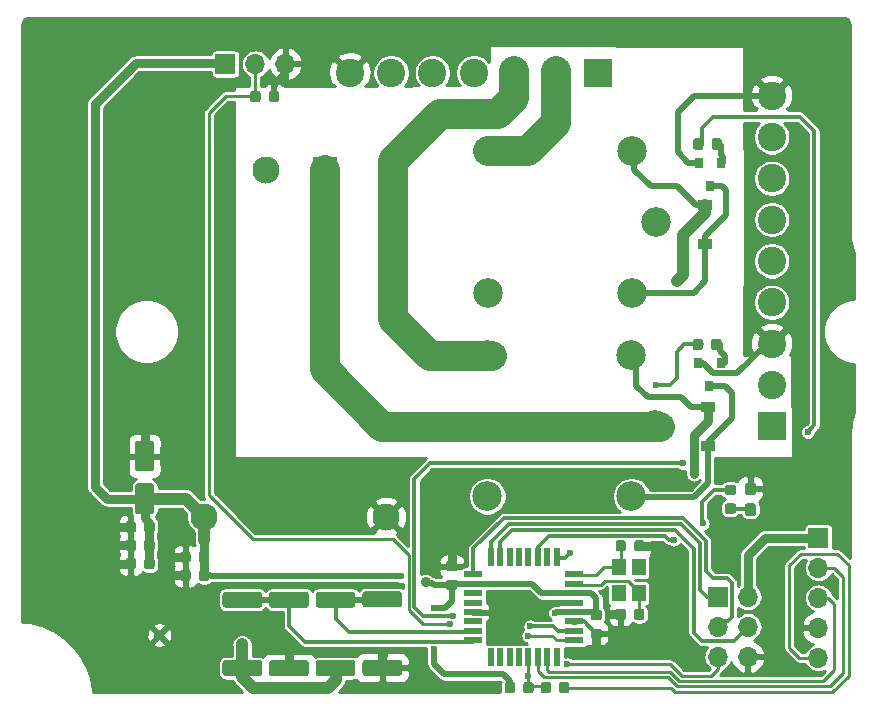
<source format=gbr>
G04 #@! TF.GenerationSoftware,KiCad,Pcbnew,(5.1.4-0)*
G04 #@! TF.CreationDate,2021-09-24T08:54:23+03:00*
G04 #@! TF.ProjectId,relay_logic_board,72656c61-795f-46c6-9f67-69635f626f61,rev?*
G04 #@! TF.SameCoordinates,Original*
G04 #@! TF.FileFunction,Copper,L1,Top*
G04 #@! TF.FilePolarity,Positive*
%FSLAX46Y46*%
G04 Gerber Fmt 4.6, Leading zero omitted, Abs format (unit mm)*
G04 Created by KiCad (PCBNEW (5.1.4-0)) date 2021-09-24 08:54:23*
%MOMM*%
%LPD*%
G04 APERTURE LIST*
%ADD10C,2.500000*%
%ADD11C,2.300000*%
%ADD12R,2.000000X2.300000*%
%ADD13C,0.100000*%
%ADD14C,0.875000*%
%ADD15C,0.950000*%
%ADD16R,1.200000X0.900000*%
%ADD17R,1.700000X1.700000*%
%ADD18O,1.700000X1.700000*%
%ADD19R,0.800000X0.900000*%
%ADD20C,1.350000*%
%ADD21C,0.900000*%
%ADD22R,1.600000X0.550000*%
%ADD23R,0.550000X1.600000*%
%ADD24R,1.200000X1.400000*%
%ADD25C,1.600000*%
%ADD26R,2.400000X2.400000*%
%ADD27C,2.400000*%
%ADD28C,0.600000*%
%ADD29C,0.800000*%
%ADD30C,2.540000*%
%ADD31C,1.016000*%
%ADD32C,0.762000*%
%ADD33C,0.508000*%
%ADD34C,0.304800*%
%ADD35C,0.254000*%
%ADD36C,0.250000*%
G04 APERTURE END LIST*
D10*
X166100000Y-83850000D03*
X164100000Y-77850000D03*
X151900000Y-77850000D03*
X151900000Y-89850000D03*
X164100000Y-89850000D03*
D11*
X127850000Y-108850000D03*
X133050000Y-79450000D03*
D12*
X138050000Y-79450000D03*
D11*
X143250000Y-108850000D03*
D13*
G36*
X128077691Y-113326053D02*
G01*
X128098926Y-113329203D01*
X128119750Y-113334419D01*
X128139962Y-113341651D01*
X128159368Y-113350830D01*
X128177781Y-113361866D01*
X128195024Y-113374654D01*
X128210930Y-113389070D01*
X128225346Y-113404976D01*
X128238134Y-113422219D01*
X128249170Y-113440632D01*
X128258349Y-113460038D01*
X128265581Y-113480250D01*
X128270797Y-113501074D01*
X128273947Y-113522309D01*
X128275000Y-113543750D01*
X128275000Y-114056250D01*
X128273947Y-114077691D01*
X128270797Y-114098926D01*
X128265581Y-114119750D01*
X128258349Y-114139962D01*
X128249170Y-114159368D01*
X128238134Y-114177781D01*
X128225346Y-114195024D01*
X128210930Y-114210930D01*
X128195024Y-114225346D01*
X128177781Y-114238134D01*
X128159368Y-114249170D01*
X128139962Y-114258349D01*
X128119750Y-114265581D01*
X128098926Y-114270797D01*
X128077691Y-114273947D01*
X128056250Y-114275000D01*
X127618750Y-114275000D01*
X127597309Y-114273947D01*
X127576074Y-114270797D01*
X127555250Y-114265581D01*
X127535038Y-114258349D01*
X127515632Y-114249170D01*
X127497219Y-114238134D01*
X127479976Y-114225346D01*
X127464070Y-114210930D01*
X127449654Y-114195024D01*
X127436866Y-114177781D01*
X127425830Y-114159368D01*
X127416651Y-114139962D01*
X127409419Y-114119750D01*
X127404203Y-114098926D01*
X127401053Y-114077691D01*
X127400000Y-114056250D01*
X127400000Y-113543750D01*
X127401053Y-113522309D01*
X127404203Y-113501074D01*
X127409419Y-113480250D01*
X127416651Y-113460038D01*
X127425830Y-113440632D01*
X127436866Y-113422219D01*
X127449654Y-113404976D01*
X127464070Y-113389070D01*
X127479976Y-113374654D01*
X127497219Y-113361866D01*
X127515632Y-113350830D01*
X127535038Y-113341651D01*
X127555250Y-113334419D01*
X127576074Y-113329203D01*
X127597309Y-113326053D01*
X127618750Y-113325000D01*
X128056250Y-113325000D01*
X128077691Y-113326053D01*
X128077691Y-113326053D01*
G37*
D14*
X127837500Y-113800000D03*
D13*
G36*
X126502691Y-113326053D02*
G01*
X126523926Y-113329203D01*
X126544750Y-113334419D01*
X126564962Y-113341651D01*
X126584368Y-113350830D01*
X126602781Y-113361866D01*
X126620024Y-113374654D01*
X126635930Y-113389070D01*
X126650346Y-113404976D01*
X126663134Y-113422219D01*
X126674170Y-113440632D01*
X126683349Y-113460038D01*
X126690581Y-113480250D01*
X126695797Y-113501074D01*
X126698947Y-113522309D01*
X126700000Y-113543750D01*
X126700000Y-114056250D01*
X126698947Y-114077691D01*
X126695797Y-114098926D01*
X126690581Y-114119750D01*
X126683349Y-114139962D01*
X126674170Y-114159368D01*
X126663134Y-114177781D01*
X126650346Y-114195024D01*
X126635930Y-114210930D01*
X126620024Y-114225346D01*
X126602781Y-114238134D01*
X126584368Y-114249170D01*
X126564962Y-114258349D01*
X126544750Y-114265581D01*
X126523926Y-114270797D01*
X126502691Y-114273947D01*
X126481250Y-114275000D01*
X126043750Y-114275000D01*
X126022309Y-114273947D01*
X126001074Y-114270797D01*
X125980250Y-114265581D01*
X125960038Y-114258349D01*
X125940632Y-114249170D01*
X125922219Y-114238134D01*
X125904976Y-114225346D01*
X125889070Y-114210930D01*
X125874654Y-114195024D01*
X125861866Y-114177781D01*
X125850830Y-114159368D01*
X125841651Y-114139962D01*
X125834419Y-114119750D01*
X125829203Y-114098926D01*
X125826053Y-114077691D01*
X125825000Y-114056250D01*
X125825000Y-113543750D01*
X125826053Y-113522309D01*
X125829203Y-113501074D01*
X125834419Y-113480250D01*
X125841651Y-113460038D01*
X125850830Y-113440632D01*
X125861866Y-113422219D01*
X125874654Y-113404976D01*
X125889070Y-113389070D01*
X125904976Y-113374654D01*
X125922219Y-113361866D01*
X125940632Y-113350830D01*
X125960038Y-113341651D01*
X125980250Y-113334419D01*
X126001074Y-113329203D01*
X126022309Y-113326053D01*
X126043750Y-113325000D01*
X126481250Y-113325000D01*
X126502691Y-113326053D01*
X126502691Y-113326053D01*
G37*
D14*
X126262500Y-113800000D03*
D13*
G36*
X121877691Y-112326053D02*
G01*
X121898926Y-112329203D01*
X121919750Y-112334419D01*
X121939962Y-112341651D01*
X121959368Y-112350830D01*
X121977781Y-112361866D01*
X121995024Y-112374654D01*
X122010930Y-112389070D01*
X122025346Y-112404976D01*
X122038134Y-112422219D01*
X122049170Y-112440632D01*
X122058349Y-112460038D01*
X122065581Y-112480250D01*
X122070797Y-112501074D01*
X122073947Y-112522309D01*
X122075000Y-112543750D01*
X122075000Y-113056250D01*
X122073947Y-113077691D01*
X122070797Y-113098926D01*
X122065581Y-113119750D01*
X122058349Y-113139962D01*
X122049170Y-113159368D01*
X122038134Y-113177781D01*
X122025346Y-113195024D01*
X122010930Y-113210930D01*
X121995024Y-113225346D01*
X121977781Y-113238134D01*
X121959368Y-113249170D01*
X121939962Y-113258349D01*
X121919750Y-113265581D01*
X121898926Y-113270797D01*
X121877691Y-113273947D01*
X121856250Y-113275000D01*
X121418750Y-113275000D01*
X121397309Y-113273947D01*
X121376074Y-113270797D01*
X121355250Y-113265581D01*
X121335038Y-113258349D01*
X121315632Y-113249170D01*
X121297219Y-113238134D01*
X121279976Y-113225346D01*
X121264070Y-113210930D01*
X121249654Y-113195024D01*
X121236866Y-113177781D01*
X121225830Y-113159368D01*
X121216651Y-113139962D01*
X121209419Y-113119750D01*
X121204203Y-113098926D01*
X121201053Y-113077691D01*
X121200000Y-113056250D01*
X121200000Y-112543750D01*
X121201053Y-112522309D01*
X121204203Y-112501074D01*
X121209419Y-112480250D01*
X121216651Y-112460038D01*
X121225830Y-112440632D01*
X121236866Y-112422219D01*
X121249654Y-112404976D01*
X121264070Y-112389070D01*
X121279976Y-112374654D01*
X121297219Y-112361866D01*
X121315632Y-112350830D01*
X121335038Y-112341651D01*
X121355250Y-112334419D01*
X121376074Y-112329203D01*
X121397309Y-112326053D01*
X121418750Y-112325000D01*
X121856250Y-112325000D01*
X121877691Y-112326053D01*
X121877691Y-112326053D01*
G37*
D14*
X121637500Y-112800000D03*
D13*
G36*
X123452691Y-112326053D02*
G01*
X123473926Y-112329203D01*
X123494750Y-112334419D01*
X123514962Y-112341651D01*
X123534368Y-112350830D01*
X123552781Y-112361866D01*
X123570024Y-112374654D01*
X123585930Y-112389070D01*
X123600346Y-112404976D01*
X123613134Y-112422219D01*
X123624170Y-112440632D01*
X123633349Y-112460038D01*
X123640581Y-112480250D01*
X123645797Y-112501074D01*
X123648947Y-112522309D01*
X123650000Y-112543750D01*
X123650000Y-113056250D01*
X123648947Y-113077691D01*
X123645797Y-113098926D01*
X123640581Y-113119750D01*
X123633349Y-113139962D01*
X123624170Y-113159368D01*
X123613134Y-113177781D01*
X123600346Y-113195024D01*
X123585930Y-113210930D01*
X123570024Y-113225346D01*
X123552781Y-113238134D01*
X123534368Y-113249170D01*
X123514962Y-113258349D01*
X123494750Y-113265581D01*
X123473926Y-113270797D01*
X123452691Y-113273947D01*
X123431250Y-113275000D01*
X122993750Y-113275000D01*
X122972309Y-113273947D01*
X122951074Y-113270797D01*
X122930250Y-113265581D01*
X122910038Y-113258349D01*
X122890632Y-113249170D01*
X122872219Y-113238134D01*
X122854976Y-113225346D01*
X122839070Y-113210930D01*
X122824654Y-113195024D01*
X122811866Y-113177781D01*
X122800830Y-113159368D01*
X122791651Y-113139962D01*
X122784419Y-113119750D01*
X122779203Y-113098926D01*
X122776053Y-113077691D01*
X122775000Y-113056250D01*
X122775000Y-112543750D01*
X122776053Y-112522309D01*
X122779203Y-112501074D01*
X122784419Y-112480250D01*
X122791651Y-112460038D01*
X122800830Y-112440632D01*
X122811866Y-112422219D01*
X122824654Y-112404976D01*
X122839070Y-112389070D01*
X122854976Y-112374654D01*
X122872219Y-112361866D01*
X122890632Y-112350830D01*
X122910038Y-112341651D01*
X122930250Y-112334419D01*
X122951074Y-112329203D01*
X122972309Y-112326053D01*
X122993750Y-112325000D01*
X123431250Y-112325000D01*
X123452691Y-112326053D01*
X123452691Y-112326053D01*
G37*
D14*
X123212500Y-112800000D03*
D13*
G36*
X123452691Y-109226053D02*
G01*
X123473926Y-109229203D01*
X123494750Y-109234419D01*
X123514962Y-109241651D01*
X123534368Y-109250830D01*
X123552781Y-109261866D01*
X123570024Y-109274654D01*
X123585930Y-109289070D01*
X123600346Y-109304976D01*
X123613134Y-109322219D01*
X123624170Y-109340632D01*
X123633349Y-109360038D01*
X123640581Y-109380250D01*
X123645797Y-109401074D01*
X123648947Y-109422309D01*
X123650000Y-109443750D01*
X123650000Y-109956250D01*
X123648947Y-109977691D01*
X123645797Y-109998926D01*
X123640581Y-110019750D01*
X123633349Y-110039962D01*
X123624170Y-110059368D01*
X123613134Y-110077781D01*
X123600346Y-110095024D01*
X123585930Y-110110930D01*
X123570024Y-110125346D01*
X123552781Y-110138134D01*
X123534368Y-110149170D01*
X123514962Y-110158349D01*
X123494750Y-110165581D01*
X123473926Y-110170797D01*
X123452691Y-110173947D01*
X123431250Y-110175000D01*
X122993750Y-110175000D01*
X122972309Y-110173947D01*
X122951074Y-110170797D01*
X122930250Y-110165581D01*
X122910038Y-110158349D01*
X122890632Y-110149170D01*
X122872219Y-110138134D01*
X122854976Y-110125346D01*
X122839070Y-110110930D01*
X122824654Y-110095024D01*
X122811866Y-110077781D01*
X122800830Y-110059368D01*
X122791651Y-110039962D01*
X122784419Y-110019750D01*
X122779203Y-109998926D01*
X122776053Y-109977691D01*
X122775000Y-109956250D01*
X122775000Y-109443750D01*
X122776053Y-109422309D01*
X122779203Y-109401074D01*
X122784419Y-109380250D01*
X122791651Y-109360038D01*
X122800830Y-109340632D01*
X122811866Y-109322219D01*
X122824654Y-109304976D01*
X122839070Y-109289070D01*
X122854976Y-109274654D01*
X122872219Y-109261866D01*
X122890632Y-109250830D01*
X122910038Y-109241651D01*
X122930250Y-109234419D01*
X122951074Y-109229203D01*
X122972309Y-109226053D01*
X122993750Y-109225000D01*
X123431250Y-109225000D01*
X123452691Y-109226053D01*
X123452691Y-109226053D01*
G37*
D14*
X123212500Y-109700000D03*
D13*
G36*
X121877691Y-109226053D02*
G01*
X121898926Y-109229203D01*
X121919750Y-109234419D01*
X121939962Y-109241651D01*
X121959368Y-109250830D01*
X121977781Y-109261866D01*
X121995024Y-109274654D01*
X122010930Y-109289070D01*
X122025346Y-109304976D01*
X122038134Y-109322219D01*
X122049170Y-109340632D01*
X122058349Y-109360038D01*
X122065581Y-109380250D01*
X122070797Y-109401074D01*
X122073947Y-109422309D01*
X122075000Y-109443750D01*
X122075000Y-109956250D01*
X122073947Y-109977691D01*
X122070797Y-109998926D01*
X122065581Y-110019750D01*
X122058349Y-110039962D01*
X122049170Y-110059368D01*
X122038134Y-110077781D01*
X122025346Y-110095024D01*
X122010930Y-110110930D01*
X121995024Y-110125346D01*
X121977781Y-110138134D01*
X121959368Y-110149170D01*
X121939962Y-110158349D01*
X121919750Y-110165581D01*
X121898926Y-110170797D01*
X121877691Y-110173947D01*
X121856250Y-110175000D01*
X121418750Y-110175000D01*
X121397309Y-110173947D01*
X121376074Y-110170797D01*
X121355250Y-110165581D01*
X121335038Y-110158349D01*
X121315632Y-110149170D01*
X121297219Y-110138134D01*
X121279976Y-110125346D01*
X121264070Y-110110930D01*
X121249654Y-110095024D01*
X121236866Y-110077781D01*
X121225830Y-110059368D01*
X121216651Y-110039962D01*
X121209419Y-110019750D01*
X121204203Y-109998926D01*
X121201053Y-109977691D01*
X121200000Y-109956250D01*
X121200000Y-109443750D01*
X121201053Y-109422309D01*
X121204203Y-109401074D01*
X121209419Y-109380250D01*
X121216651Y-109360038D01*
X121225830Y-109340632D01*
X121236866Y-109322219D01*
X121249654Y-109304976D01*
X121264070Y-109289070D01*
X121279976Y-109274654D01*
X121297219Y-109261866D01*
X121315632Y-109250830D01*
X121335038Y-109241651D01*
X121355250Y-109234419D01*
X121376074Y-109229203D01*
X121397309Y-109226053D01*
X121418750Y-109225000D01*
X121856250Y-109225000D01*
X121877691Y-109226053D01*
X121877691Y-109226053D01*
G37*
D14*
X121637500Y-109700000D03*
D13*
G36*
X121877691Y-110776053D02*
G01*
X121898926Y-110779203D01*
X121919750Y-110784419D01*
X121939962Y-110791651D01*
X121959368Y-110800830D01*
X121977781Y-110811866D01*
X121995024Y-110824654D01*
X122010930Y-110839070D01*
X122025346Y-110854976D01*
X122038134Y-110872219D01*
X122049170Y-110890632D01*
X122058349Y-110910038D01*
X122065581Y-110930250D01*
X122070797Y-110951074D01*
X122073947Y-110972309D01*
X122075000Y-110993750D01*
X122075000Y-111506250D01*
X122073947Y-111527691D01*
X122070797Y-111548926D01*
X122065581Y-111569750D01*
X122058349Y-111589962D01*
X122049170Y-111609368D01*
X122038134Y-111627781D01*
X122025346Y-111645024D01*
X122010930Y-111660930D01*
X121995024Y-111675346D01*
X121977781Y-111688134D01*
X121959368Y-111699170D01*
X121939962Y-111708349D01*
X121919750Y-111715581D01*
X121898926Y-111720797D01*
X121877691Y-111723947D01*
X121856250Y-111725000D01*
X121418750Y-111725000D01*
X121397309Y-111723947D01*
X121376074Y-111720797D01*
X121355250Y-111715581D01*
X121335038Y-111708349D01*
X121315632Y-111699170D01*
X121297219Y-111688134D01*
X121279976Y-111675346D01*
X121264070Y-111660930D01*
X121249654Y-111645024D01*
X121236866Y-111627781D01*
X121225830Y-111609368D01*
X121216651Y-111589962D01*
X121209419Y-111569750D01*
X121204203Y-111548926D01*
X121201053Y-111527691D01*
X121200000Y-111506250D01*
X121200000Y-110993750D01*
X121201053Y-110972309D01*
X121204203Y-110951074D01*
X121209419Y-110930250D01*
X121216651Y-110910038D01*
X121225830Y-110890632D01*
X121236866Y-110872219D01*
X121249654Y-110854976D01*
X121264070Y-110839070D01*
X121279976Y-110824654D01*
X121297219Y-110811866D01*
X121315632Y-110800830D01*
X121335038Y-110791651D01*
X121355250Y-110784419D01*
X121376074Y-110779203D01*
X121397309Y-110776053D01*
X121418750Y-110775000D01*
X121856250Y-110775000D01*
X121877691Y-110776053D01*
X121877691Y-110776053D01*
G37*
D14*
X121637500Y-111250000D03*
D13*
G36*
X123452691Y-110776053D02*
G01*
X123473926Y-110779203D01*
X123494750Y-110784419D01*
X123514962Y-110791651D01*
X123534368Y-110800830D01*
X123552781Y-110811866D01*
X123570024Y-110824654D01*
X123585930Y-110839070D01*
X123600346Y-110854976D01*
X123613134Y-110872219D01*
X123624170Y-110890632D01*
X123633349Y-110910038D01*
X123640581Y-110930250D01*
X123645797Y-110951074D01*
X123648947Y-110972309D01*
X123650000Y-110993750D01*
X123650000Y-111506250D01*
X123648947Y-111527691D01*
X123645797Y-111548926D01*
X123640581Y-111569750D01*
X123633349Y-111589962D01*
X123624170Y-111609368D01*
X123613134Y-111627781D01*
X123600346Y-111645024D01*
X123585930Y-111660930D01*
X123570024Y-111675346D01*
X123552781Y-111688134D01*
X123534368Y-111699170D01*
X123514962Y-111708349D01*
X123494750Y-111715581D01*
X123473926Y-111720797D01*
X123452691Y-111723947D01*
X123431250Y-111725000D01*
X122993750Y-111725000D01*
X122972309Y-111723947D01*
X122951074Y-111720797D01*
X122930250Y-111715581D01*
X122910038Y-111708349D01*
X122890632Y-111699170D01*
X122872219Y-111688134D01*
X122854976Y-111675346D01*
X122839070Y-111660930D01*
X122824654Y-111645024D01*
X122811866Y-111627781D01*
X122800830Y-111609368D01*
X122791651Y-111589962D01*
X122784419Y-111569750D01*
X122779203Y-111548926D01*
X122776053Y-111527691D01*
X122775000Y-111506250D01*
X122775000Y-110993750D01*
X122776053Y-110972309D01*
X122779203Y-110951074D01*
X122784419Y-110930250D01*
X122791651Y-110910038D01*
X122800830Y-110890632D01*
X122811866Y-110872219D01*
X122824654Y-110854976D01*
X122839070Y-110839070D01*
X122854976Y-110824654D01*
X122872219Y-110811866D01*
X122890632Y-110800830D01*
X122910038Y-110791651D01*
X122930250Y-110784419D01*
X122951074Y-110779203D01*
X122972309Y-110776053D01*
X122993750Y-110775000D01*
X123431250Y-110775000D01*
X123452691Y-110776053D01*
X123452691Y-110776053D01*
G37*
D14*
X123212500Y-111250000D03*
D13*
G36*
X128077691Y-111776053D02*
G01*
X128098926Y-111779203D01*
X128119750Y-111784419D01*
X128139962Y-111791651D01*
X128159368Y-111800830D01*
X128177781Y-111811866D01*
X128195024Y-111824654D01*
X128210930Y-111839070D01*
X128225346Y-111854976D01*
X128238134Y-111872219D01*
X128249170Y-111890632D01*
X128258349Y-111910038D01*
X128265581Y-111930250D01*
X128270797Y-111951074D01*
X128273947Y-111972309D01*
X128275000Y-111993750D01*
X128275000Y-112506250D01*
X128273947Y-112527691D01*
X128270797Y-112548926D01*
X128265581Y-112569750D01*
X128258349Y-112589962D01*
X128249170Y-112609368D01*
X128238134Y-112627781D01*
X128225346Y-112645024D01*
X128210930Y-112660930D01*
X128195024Y-112675346D01*
X128177781Y-112688134D01*
X128159368Y-112699170D01*
X128139962Y-112708349D01*
X128119750Y-112715581D01*
X128098926Y-112720797D01*
X128077691Y-112723947D01*
X128056250Y-112725000D01*
X127618750Y-112725000D01*
X127597309Y-112723947D01*
X127576074Y-112720797D01*
X127555250Y-112715581D01*
X127535038Y-112708349D01*
X127515632Y-112699170D01*
X127497219Y-112688134D01*
X127479976Y-112675346D01*
X127464070Y-112660930D01*
X127449654Y-112645024D01*
X127436866Y-112627781D01*
X127425830Y-112609368D01*
X127416651Y-112589962D01*
X127409419Y-112569750D01*
X127404203Y-112548926D01*
X127401053Y-112527691D01*
X127400000Y-112506250D01*
X127400000Y-111993750D01*
X127401053Y-111972309D01*
X127404203Y-111951074D01*
X127409419Y-111930250D01*
X127416651Y-111910038D01*
X127425830Y-111890632D01*
X127436866Y-111872219D01*
X127449654Y-111854976D01*
X127464070Y-111839070D01*
X127479976Y-111824654D01*
X127497219Y-111811866D01*
X127515632Y-111800830D01*
X127535038Y-111791651D01*
X127555250Y-111784419D01*
X127576074Y-111779203D01*
X127597309Y-111776053D01*
X127618750Y-111775000D01*
X128056250Y-111775000D01*
X128077691Y-111776053D01*
X128077691Y-111776053D01*
G37*
D14*
X127837500Y-112250000D03*
D13*
G36*
X126502691Y-111776053D02*
G01*
X126523926Y-111779203D01*
X126544750Y-111784419D01*
X126564962Y-111791651D01*
X126584368Y-111800830D01*
X126602781Y-111811866D01*
X126620024Y-111824654D01*
X126635930Y-111839070D01*
X126650346Y-111854976D01*
X126663134Y-111872219D01*
X126674170Y-111890632D01*
X126683349Y-111910038D01*
X126690581Y-111930250D01*
X126695797Y-111951074D01*
X126698947Y-111972309D01*
X126700000Y-111993750D01*
X126700000Y-112506250D01*
X126698947Y-112527691D01*
X126695797Y-112548926D01*
X126690581Y-112569750D01*
X126683349Y-112589962D01*
X126674170Y-112609368D01*
X126663134Y-112627781D01*
X126650346Y-112645024D01*
X126635930Y-112660930D01*
X126620024Y-112675346D01*
X126602781Y-112688134D01*
X126584368Y-112699170D01*
X126564962Y-112708349D01*
X126544750Y-112715581D01*
X126523926Y-112720797D01*
X126502691Y-112723947D01*
X126481250Y-112725000D01*
X126043750Y-112725000D01*
X126022309Y-112723947D01*
X126001074Y-112720797D01*
X125980250Y-112715581D01*
X125960038Y-112708349D01*
X125940632Y-112699170D01*
X125922219Y-112688134D01*
X125904976Y-112675346D01*
X125889070Y-112660930D01*
X125874654Y-112645024D01*
X125861866Y-112627781D01*
X125850830Y-112609368D01*
X125841651Y-112589962D01*
X125834419Y-112569750D01*
X125829203Y-112548926D01*
X125826053Y-112527691D01*
X125825000Y-112506250D01*
X125825000Y-111993750D01*
X125826053Y-111972309D01*
X125829203Y-111951074D01*
X125834419Y-111930250D01*
X125841651Y-111910038D01*
X125850830Y-111890632D01*
X125861866Y-111872219D01*
X125874654Y-111854976D01*
X125889070Y-111839070D01*
X125904976Y-111824654D01*
X125922219Y-111811866D01*
X125940632Y-111800830D01*
X125960038Y-111791651D01*
X125980250Y-111784419D01*
X126001074Y-111779203D01*
X126022309Y-111776053D01*
X126043750Y-111775000D01*
X126481250Y-111775000D01*
X126502691Y-111776053D01*
X126502691Y-111776053D01*
G37*
D14*
X126262500Y-112250000D03*
D13*
G36*
X158577691Y-122826053D02*
G01*
X158598926Y-122829203D01*
X158619750Y-122834419D01*
X158639962Y-122841651D01*
X158659368Y-122850830D01*
X158677781Y-122861866D01*
X158695024Y-122874654D01*
X158710930Y-122889070D01*
X158725346Y-122904976D01*
X158738134Y-122922219D01*
X158749170Y-122940632D01*
X158758349Y-122960038D01*
X158765581Y-122980250D01*
X158770797Y-123001074D01*
X158773947Y-123022309D01*
X158775000Y-123043750D01*
X158775000Y-123556250D01*
X158773947Y-123577691D01*
X158770797Y-123598926D01*
X158765581Y-123619750D01*
X158758349Y-123639962D01*
X158749170Y-123659368D01*
X158738134Y-123677781D01*
X158725346Y-123695024D01*
X158710930Y-123710930D01*
X158695024Y-123725346D01*
X158677781Y-123738134D01*
X158659368Y-123749170D01*
X158639962Y-123758349D01*
X158619750Y-123765581D01*
X158598926Y-123770797D01*
X158577691Y-123773947D01*
X158556250Y-123775000D01*
X158118750Y-123775000D01*
X158097309Y-123773947D01*
X158076074Y-123770797D01*
X158055250Y-123765581D01*
X158035038Y-123758349D01*
X158015632Y-123749170D01*
X157997219Y-123738134D01*
X157979976Y-123725346D01*
X157964070Y-123710930D01*
X157949654Y-123695024D01*
X157936866Y-123677781D01*
X157925830Y-123659368D01*
X157916651Y-123639962D01*
X157909419Y-123619750D01*
X157904203Y-123598926D01*
X157901053Y-123577691D01*
X157900000Y-123556250D01*
X157900000Y-123043750D01*
X157901053Y-123022309D01*
X157904203Y-123001074D01*
X157909419Y-122980250D01*
X157916651Y-122960038D01*
X157925830Y-122940632D01*
X157936866Y-122922219D01*
X157949654Y-122904976D01*
X157964070Y-122889070D01*
X157979976Y-122874654D01*
X157997219Y-122861866D01*
X158015632Y-122850830D01*
X158035038Y-122841651D01*
X158055250Y-122834419D01*
X158076074Y-122829203D01*
X158097309Y-122826053D01*
X158118750Y-122825000D01*
X158556250Y-122825000D01*
X158577691Y-122826053D01*
X158577691Y-122826053D01*
G37*
D14*
X158337500Y-123300000D03*
D13*
G36*
X157002691Y-122826053D02*
G01*
X157023926Y-122829203D01*
X157044750Y-122834419D01*
X157064962Y-122841651D01*
X157084368Y-122850830D01*
X157102781Y-122861866D01*
X157120024Y-122874654D01*
X157135930Y-122889070D01*
X157150346Y-122904976D01*
X157163134Y-122922219D01*
X157174170Y-122940632D01*
X157183349Y-122960038D01*
X157190581Y-122980250D01*
X157195797Y-123001074D01*
X157198947Y-123022309D01*
X157200000Y-123043750D01*
X157200000Y-123556250D01*
X157198947Y-123577691D01*
X157195797Y-123598926D01*
X157190581Y-123619750D01*
X157183349Y-123639962D01*
X157174170Y-123659368D01*
X157163134Y-123677781D01*
X157150346Y-123695024D01*
X157135930Y-123710930D01*
X157120024Y-123725346D01*
X157102781Y-123738134D01*
X157084368Y-123749170D01*
X157064962Y-123758349D01*
X157044750Y-123765581D01*
X157023926Y-123770797D01*
X157002691Y-123773947D01*
X156981250Y-123775000D01*
X156543750Y-123775000D01*
X156522309Y-123773947D01*
X156501074Y-123770797D01*
X156480250Y-123765581D01*
X156460038Y-123758349D01*
X156440632Y-123749170D01*
X156422219Y-123738134D01*
X156404976Y-123725346D01*
X156389070Y-123710930D01*
X156374654Y-123695024D01*
X156361866Y-123677781D01*
X156350830Y-123659368D01*
X156341651Y-123639962D01*
X156334419Y-123619750D01*
X156329203Y-123598926D01*
X156326053Y-123577691D01*
X156325000Y-123556250D01*
X156325000Y-123043750D01*
X156326053Y-123022309D01*
X156329203Y-123001074D01*
X156334419Y-122980250D01*
X156341651Y-122960038D01*
X156350830Y-122940632D01*
X156361866Y-122922219D01*
X156374654Y-122904976D01*
X156389070Y-122889070D01*
X156404976Y-122874654D01*
X156422219Y-122861866D01*
X156440632Y-122850830D01*
X156460038Y-122841651D01*
X156480250Y-122834419D01*
X156501074Y-122829203D01*
X156522309Y-122826053D01*
X156543750Y-122825000D01*
X156981250Y-122825000D01*
X157002691Y-122826053D01*
X157002691Y-122826053D01*
G37*
D14*
X156762500Y-123300000D03*
D13*
G36*
X164927691Y-116626053D02*
G01*
X164948926Y-116629203D01*
X164969750Y-116634419D01*
X164989962Y-116641651D01*
X165009368Y-116650830D01*
X165027781Y-116661866D01*
X165045024Y-116674654D01*
X165060930Y-116689070D01*
X165075346Y-116704976D01*
X165088134Y-116722219D01*
X165099170Y-116740632D01*
X165108349Y-116760038D01*
X165115581Y-116780250D01*
X165120797Y-116801074D01*
X165123947Y-116822309D01*
X165125000Y-116843750D01*
X165125000Y-117356250D01*
X165123947Y-117377691D01*
X165120797Y-117398926D01*
X165115581Y-117419750D01*
X165108349Y-117439962D01*
X165099170Y-117459368D01*
X165088134Y-117477781D01*
X165075346Y-117495024D01*
X165060930Y-117510930D01*
X165045024Y-117525346D01*
X165027781Y-117538134D01*
X165009368Y-117549170D01*
X164989962Y-117558349D01*
X164969750Y-117565581D01*
X164948926Y-117570797D01*
X164927691Y-117573947D01*
X164906250Y-117575000D01*
X164468750Y-117575000D01*
X164447309Y-117573947D01*
X164426074Y-117570797D01*
X164405250Y-117565581D01*
X164385038Y-117558349D01*
X164365632Y-117549170D01*
X164347219Y-117538134D01*
X164329976Y-117525346D01*
X164314070Y-117510930D01*
X164299654Y-117495024D01*
X164286866Y-117477781D01*
X164275830Y-117459368D01*
X164266651Y-117439962D01*
X164259419Y-117419750D01*
X164254203Y-117398926D01*
X164251053Y-117377691D01*
X164250000Y-117356250D01*
X164250000Y-116843750D01*
X164251053Y-116822309D01*
X164254203Y-116801074D01*
X164259419Y-116780250D01*
X164266651Y-116760038D01*
X164275830Y-116740632D01*
X164286866Y-116722219D01*
X164299654Y-116704976D01*
X164314070Y-116689070D01*
X164329976Y-116674654D01*
X164347219Y-116661866D01*
X164365632Y-116650830D01*
X164385038Y-116641651D01*
X164405250Y-116634419D01*
X164426074Y-116629203D01*
X164447309Y-116626053D01*
X164468750Y-116625000D01*
X164906250Y-116625000D01*
X164927691Y-116626053D01*
X164927691Y-116626053D01*
G37*
D14*
X164687500Y-117100000D03*
D13*
G36*
X163352691Y-116626053D02*
G01*
X163373926Y-116629203D01*
X163394750Y-116634419D01*
X163414962Y-116641651D01*
X163434368Y-116650830D01*
X163452781Y-116661866D01*
X163470024Y-116674654D01*
X163485930Y-116689070D01*
X163500346Y-116704976D01*
X163513134Y-116722219D01*
X163524170Y-116740632D01*
X163533349Y-116760038D01*
X163540581Y-116780250D01*
X163545797Y-116801074D01*
X163548947Y-116822309D01*
X163550000Y-116843750D01*
X163550000Y-117356250D01*
X163548947Y-117377691D01*
X163545797Y-117398926D01*
X163540581Y-117419750D01*
X163533349Y-117439962D01*
X163524170Y-117459368D01*
X163513134Y-117477781D01*
X163500346Y-117495024D01*
X163485930Y-117510930D01*
X163470024Y-117525346D01*
X163452781Y-117538134D01*
X163434368Y-117549170D01*
X163414962Y-117558349D01*
X163394750Y-117565581D01*
X163373926Y-117570797D01*
X163352691Y-117573947D01*
X163331250Y-117575000D01*
X162893750Y-117575000D01*
X162872309Y-117573947D01*
X162851074Y-117570797D01*
X162830250Y-117565581D01*
X162810038Y-117558349D01*
X162790632Y-117549170D01*
X162772219Y-117538134D01*
X162754976Y-117525346D01*
X162739070Y-117510930D01*
X162724654Y-117495024D01*
X162711866Y-117477781D01*
X162700830Y-117459368D01*
X162691651Y-117439962D01*
X162684419Y-117419750D01*
X162679203Y-117398926D01*
X162676053Y-117377691D01*
X162675000Y-117356250D01*
X162675000Y-116843750D01*
X162676053Y-116822309D01*
X162679203Y-116801074D01*
X162684419Y-116780250D01*
X162691651Y-116760038D01*
X162700830Y-116740632D01*
X162711866Y-116722219D01*
X162724654Y-116704976D01*
X162739070Y-116689070D01*
X162754976Y-116674654D01*
X162772219Y-116661866D01*
X162790632Y-116650830D01*
X162810038Y-116641651D01*
X162830250Y-116634419D01*
X162851074Y-116629203D01*
X162872309Y-116626053D01*
X162893750Y-116625000D01*
X163331250Y-116625000D01*
X163352691Y-116626053D01*
X163352691Y-116626053D01*
G37*
D14*
X163112500Y-117100000D03*
D13*
G36*
X161327691Y-118301053D02*
G01*
X161348926Y-118304203D01*
X161369750Y-118309419D01*
X161389962Y-118316651D01*
X161409368Y-118325830D01*
X161427781Y-118336866D01*
X161445024Y-118349654D01*
X161460930Y-118364070D01*
X161475346Y-118379976D01*
X161488134Y-118397219D01*
X161499170Y-118415632D01*
X161508349Y-118435038D01*
X161515581Y-118455250D01*
X161520797Y-118476074D01*
X161523947Y-118497309D01*
X161525000Y-118518750D01*
X161525000Y-118956250D01*
X161523947Y-118977691D01*
X161520797Y-118998926D01*
X161515581Y-119019750D01*
X161508349Y-119039962D01*
X161499170Y-119059368D01*
X161488134Y-119077781D01*
X161475346Y-119095024D01*
X161460930Y-119110930D01*
X161445024Y-119125346D01*
X161427781Y-119138134D01*
X161409368Y-119149170D01*
X161389962Y-119158349D01*
X161369750Y-119165581D01*
X161348926Y-119170797D01*
X161327691Y-119173947D01*
X161306250Y-119175000D01*
X160793750Y-119175000D01*
X160772309Y-119173947D01*
X160751074Y-119170797D01*
X160730250Y-119165581D01*
X160710038Y-119158349D01*
X160690632Y-119149170D01*
X160672219Y-119138134D01*
X160654976Y-119125346D01*
X160639070Y-119110930D01*
X160624654Y-119095024D01*
X160611866Y-119077781D01*
X160600830Y-119059368D01*
X160591651Y-119039962D01*
X160584419Y-119019750D01*
X160579203Y-118998926D01*
X160576053Y-118977691D01*
X160575000Y-118956250D01*
X160575000Y-118518750D01*
X160576053Y-118497309D01*
X160579203Y-118476074D01*
X160584419Y-118455250D01*
X160591651Y-118435038D01*
X160600830Y-118415632D01*
X160611866Y-118397219D01*
X160624654Y-118379976D01*
X160639070Y-118364070D01*
X160654976Y-118349654D01*
X160672219Y-118336866D01*
X160690632Y-118325830D01*
X160710038Y-118316651D01*
X160730250Y-118309419D01*
X160751074Y-118304203D01*
X160772309Y-118301053D01*
X160793750Y-118300000D01*
X161306250Y-118300000D01*
X161327691Y-118301053D01*
X161327691Y-118301053D01*
G37*
D14*
X161050000Y-118737500D03*
D13*
G36*
X161327691Y-116726053D02*
G01*
X161348926Y-116729203D01*
X161369750Y-116734419D01*
X161389962Y-116741651D01*
X161409368Y-116750830D01*
X161427781Y-116761866D01*
X161445024Y-116774654D01*
X161460930Y-116789070D01*
X161475346Y-116804976D01*
X161488134Y-116822219D01*
X161499170Y-116840632D01*
X161508349Y-116860038D01*
X161515581Y-116880250D01*
X161520797Y-116901074D01*
X161523947Y-116922309D01*
X161525000Y-116943750D01*
X161525000Y-117381250D01*
X161523947Y-117402691D01*
X161520797Y-117423926D01*
X161515581Y-117444750D01*
X161508349Y-117464962D01*
X161499170Y-117484368D01*
X161488134Y-117502781D01*
X161475346Y-117520024D01*
X161460930Y-117535930D01*
X161445024Y-117550346D01*
X161427781Y-117563134D01*
X161409368Y-117574170D01*
X161389962Y-117583349D01*
X161369750Y-117590581D01*
X161348926Y-117595797D01*
X161327691Y-117598947D01*
X161306250Y-117600000D01*
X160793750Y-117600000D01*
X160772309Y-117598947D01*
X160751074Y-117595797D01*
X160730250Y-117590581D01*
X160710038Y-117583349D01*
X160690632Y-117574170D01*
X160672219Y-117563134D01*
X160654976Y-117550346D01*
X160639070Y-117535930D01*
X160624654Y-117520024D01*
X160611866Y-117502781D01*
X160600830Y-117484368D01*
X160591651Y-117464962D01*
X160584419Y-117444750D01*
X160579203Y-117423926D01*
X160576053Y-117402691D01*
X160575000Y-117381250D01*
X160575000Y-116943750D01*
X160576053Y-116922309D01*
X160579203Y-116901074D01*
X160584419Y-116880250D01*
X160591651Y-116860038D01*
X160600830Y-116840632D01*
X160611866Y-116822219D01*
X160624654Y-116804976D01*
X160639070Y-116789070D01*
X160654976Y-116774654D01*
X160672219Y-116761866D01*
X160690632Y-116750830D01*
X160710038Y-116741651D01*
X160730250Y-116734419D01*
X160751074Y-116729203D01*
X160772309Y-116726053D01*
X160793750Y-116725000D01*
X161306250Y-116725000D01*
X161327691Y-116726053D01*
X161327691Y-116726053D01*
G37*
D14*
X161050000Y-117162500D03*
D13*
G36*
X149077691Y-114151053D02*
G01*
X149098926Y-114154203D01*
X149119750Y-114159419D01*
X149139962Y-114166651D01*
X149159368Y-114175830D01*
X149177781Y-114186866D01*
X149195024Y-114199654D01*
X149210930Y-114214070D01*
X149225346Y-114229976D01*
X149238134Y-114247219D01*
X149249170Y-114265632D01*
X149258349Y-114285038D01*
X149265581Y-114305250D01*
X149270797Y-114326074D01*
X149273947Y-114347309D01*
X149275000Y-114368750D01*
X149275000Y-114806250D01*
X149273947Y-114827691D01*
X149270797Y-114848926D01*
X149265581Y-114869750D01*
X149258349Y-114889962D01*
X149249170Y-114909368D01*
X149238134Y-114927781D01*
X149225346Y-114945024D01*
X149210930Y-114960930D01*
X149195024Y-114975346D01*
X149177781Y-114988134D01*
X149159368Y-114999170D01*
X149139962Y-115008349D01*
X149119750Y-115015581D01*
X149098926Y-115020797D01*
X149077691Y-115023947D01*
X149056250Y-115025000D01*
X148543750Y-115025000D01*
X148522309Y-115023947D01*
X148501074Y-115020797D01*
X148480250Y-115015581D01*
X148460038Y-115008349D01*
X148440632Y-114999170D01*
X148422219Y-114988134D01*
X148404976Y-114975346D01*
X148389070Y-114960930D01*
X148374654Y-114945024D01*
X148361866Y-114927781D01*
X148350830Y-114909368D01*
X148341651Y-114889962D01*
X148334419Y-114869750D01*
X148329203Y-114848926D01*
X148326053Y-114827691D01*
X148325000Y-114806250D01*
X148325000Y-114368750D01*
X148326053Y-114347309D01*
X148329203Y-114326074D01*
X148334419Y-114305250D01*
X148341651Y-114285038D01*
X148350830Y-114265632D01*
X148361866Y-114247219D01*
X148374654Y-114229976D01*
X148389070Y-114214070D01*
X148404976Y-114199654D01*
X148422219Y-114186866D01*
X148440632Y-114175830D01*
X148460038Y-114166651D01*
X148480250Y-114159419D01*
X148501074Y-114154203D01*
X148522309Y-114151053D01*
X148543750Y-114150000D01*
X149056250Y-114150000D01*
X149077691Y-114151053D01*
X149077691Y-114151053D01*
G37*
D14*
X148800000Y-114587500D03*
D13*
G36*
X149077691Y-112576053D02*
G01*
X149098926Y-112579203D01*
X149119750Y-112584419D01*
X149139962Y-112591651D01*
X149159368Y-112600830D01*
X149177781Y-112611866D01*
X149195024Y-112624654D01*
X149210930Y-112639070D01*
X149225346Y-112654976D01*
X149238134Y-112672219D01*
X149249170Y-112690632D01*
X149258349Y-112710038D01*
X149265581Y-112730250D01*
X149270797Y-112751074D01*
X149273947Y-112772309D01*
X149275000Y-112793750D01*
X149275000Y-113231250D01*
X149273947Y-113252691D01*
X149270797Y-113273926D01*
X149265581Y-113294750D01*
X149258349Y-113314962D01*
X149249170Y-113334368D01*
X149238134Y-113352781D01*
X149225346Y-113370024D01*
X149210930Y-113385930D01*
X149195024Y-113400346D01*
X149177781Y-113413134D01*
X149159368Y-113424170D01*
X149139962Y-113433349D01*
X149119750Y-113440581D01*
X149098926Y-113445797D01*
X149077691Y-113448947D01*
X149056250Y-113450000D01*
X148543750Y-113450000D01*
X148522309Y-113448947D01*
X148501074Y-113445797D01*
X148480250Y-113440581D01*
X148460038Y-113433349D01*
X148440632Y-113424170D01*
X148422219Y-113413134D01*
X148404976Y-113400346D01*
X148389070Y-113385930D01*
X148374654Y-113370024D01*
X148361866Y-113352781D01*
X148350830Y-113334368D01*
X148341651Y-113314962D01*
X148334419Y-113294750D01*
X148329203Y-113273926D01*
X148326053Y-113252691D01*
X148325000Y-113231250D01*
X148325000Y-112793750D01*
X148326053Y-112772309D01*
X148329203Y-112751074D01*
X148334419Y-112730250D01*
X148341651Y-112710038D01*
X148350830Y-112690632D01*
X148361866Y-112672219D01*
X148374654Y-112654976D01*
X148389070Y-112639070D01*
X148404976Y-112624654D01*
X148422219Y-112611866D01*
X148440632Y-112600830D01*
X148460038Y-112591651D01*
X148480250Y-112584419D01*
X148501074Y-112579203D01*
X148522309Y-112576053D01*
X148543750Y-112575000D01*
X149056250Y-112575000D01*
X149077691Y-112576053D01*
X149077691Y-112576053D01*
G37*
D14*
X148800000Y-113012500D03*
D13*
G36*
X164927691Y-110826053D02*
G01*
X164948926Y-110829203D01*
X164969750Y-110834419D01*
X164989962Y-110841651D01*
X165009368Y-110850830D01*
X165027781Y-110861866D01*
X165045024Y-110874654D01*
X165060930Y-110889070D01*
X165075346Y-110904976D01*
X165088134Y-110922219D01*
X165099170Y-110940632D01*
X165108349Y-110960038D01*
X165115581Y-110980250D01*
X165120797Y-111001074D01*
X165123947Y-111022309D01*
X165125000Y-111043750D01*
X165125000Y-111556250D01*
X165123947Y-111577691D01*
X165120797Y-111598926D01*
X165115581Y-111619750D01*
X165108349Y-111639962D01*
X165099170Y-111659368D01*
X165088134Y-111677781D01*
X165075346Y-111695024D01*
X165060930Y-111710930D01*
X165045024Y-111725346D01*
X165027781Y-111738134D01*
X165009368Y-111749170D01*
X164989962Y-111758349D01*
X164969750Y-111765581D01*
X164948926Y-111770797D01*
X164927691Y-111773947D01*
X164906250Y-111775000D01*
X164468750Y-111775000D01*
X164447309Y-111773947D01*
X164426074Y-111770797D01*
X164405250Y-111765581D01*
X164385038Y-111758349D01*
X164365632Y-111749170D01*
X164347219Y-111738134D01*
X164329976Y-111725346D01*
X164314070Y-111710930D01*
X164299654Y-111695024D01*
X164286866Y-111677781D01*
X164275830Y-111659368D01*
X164266651Y-111639962D01*
X164259419Y-111619750D01*
X164254203Y-111598926D01*
X164251053Y-111577691D01*
X164250000Y-111556250D01*
X164250000Y-111043750D01*
X164251053Y-111022309D01*
X164254203Y-111001074D01*
X164259419Y-110980250D01*
X164266651Y-110960038D01*
X164275830Y-110940632D01*
X164286866Y-110922219D01*
X164299654Y-110904976D01*
X164314070Y-110889070D01*
X164329976Y-110874654D01*
X164347219Y-110861866D01*
X164365632Y-110850830D01*
X164385038Y-110841651D01*
X164405250Y-110834419D01*
X164426074Y-110829203D01*
X164447309Y-110826053D01*
X164468750Y-110825000D01*
X164906250Y-110825000D01*
X164927691Y-110826053D01*
X164927691Y-110826053D01*
G37*
D14*
X164687500Y-111300000D03*
D13*
G36*
X163352691Y-110826053D02*
G01*
X163373926Y-110829203D01*
X163394750Y-110834419D01*
X163414962Y-110841651D01*
X163434368Y-110850830D01*
X163452781Y-110861866D01*
X163470024Y-110874654D01*
X163485930Y-110889070D01*
X163500346Y-110904976D01*
X163513134Y-110922219D01*
X163524170Y-110940632D01*
X163533349Y-110960038D01*
X163540581Y-110980250D01*
X163545797Y-111001074D01*
X163548947Y-111022309D01*
X163550000Y-111043750D01*
X163550000Y-111556250D01*
X163548947Y-111577691D01*
X163545797Y-111598926D01*
X163540581Y-111619750D01*
X163533349Y-111639962D01*
X163524170Y-111659368D01*
X163513134Y-111677781D01*
X163500346Y-111695024D01*
X163485930Y-111710930D01*
X163470024Y-111725346D01*
X163452781Y-111738134D01*
X163434368Y-111749170D01*
X163414962Y-111758349D01*
X163394750Y-111765581D01*
X163373926Y-111770797D01*
X163352691Y-111773947D01*
X163331250Y-111775000D01*
X162893750Y-111775000D01*
X162872309Y-111773947D01*
X162851074Y-111770797D01*
X162830250Y-111765581D01*
X162810038Y-111758349D01*
X162790632Y-111749170D01*
X162772219Y-111738134D01*
X162754976Y-111725346D01*
X162739070Y-111710930D01*
X162724654Y-111695024D01*
X162711866Y-111677781D01*
X162700830Y-111659368D01*
X162691651Y-111639962D01*
X162684419Y-111619750D01*
X162679203Y-111598926D01*
X162676053Y-111577691D01*
X162675000Y-111556250D01*
X162675000Y-111043750D01*
X162676053Y-111022309D01*
X162679203Y-111001074D01*
X162684419Y-110980250D01*
X162691651Y-110960038D01*
X162700830Y-110940632D01*
X162711866Y-110922219D01*
X162724654Y-110904976D01*
X162739070Y-110889070D01*
X162754976Y-110874654D01*
X162772219Y-110861866D01*
X162790632Y-110850830D01*
X162810038Y-110841651D01*
X162830250Y-110834419D01*
X162851074Y-110829203D01*
X162872309Y-110826053D01*
X162893750Y-110825000D01*
X163331250Y-110825000D01*
X163352691Y-110826053D01*
X163352691Y-110826053D01*
G37*
D14*
X163112500Y-111300000D03*
D13*
G36*
X174360779Y-105951144D02*
G01*
X174383834Y-105954563D01*
X174406443Y-105960227D01*
X174428387Y-105968079D01*
X174449457Y-105978044D01*
X174469448Y-105990026D01*
X174488168Y-106003910D01*
X174505438Y-106019562D01*
X174521090Y-106036832D01*
X174534974Y-106055552D01*
X174546956Y-106075543D01*
X174556921Y-106096613D01*
X174564773Y-106118557D01*
X174570437Y-106141166D01*
X174573856Y-106164221D01*
X174575000Y-106187500D01*
X174575000Y-106762500D01*
X174573856Y-106785779D01*
X174570437Y-106808834D01*
X174564773Y-106831443D01*
X174556921Y-106853387D01*
X174546956Y-106874457D01*
X174534974Y-106894448D01*
X174521090Y-106913168D01*
X174505438Y-106930438D01*
X174488168Y-106946090D01*
X174469448Y-106959974D01*
X174449457Y-106971956D01*
X174428387Y-106981921D01*
X174406443Y-106989773D01*
X174383834Y-106995437D01*
X174360779Y-106998856D01*
X174337500Y-107000000D01*
X173862500Y-107000000D01*
X173839221Y-106998856D01*
X173816166Y-106995437D01*
X173793557Y-106989773D01*
X173771613Y-106981921D01*
X173750543Y-106971956D01*
X173730552Y-106959974D01*
X173711832Y-106946090D01*
X173694562Y-106930438D01*
X173678910Y-106913168D01*
X173665026Y-106894448D01*
X173653044Y-106874457D01*
X173643079Y-106853387D01*
X173635227Y-106831443D01*
X173629563Y-106808834D01*
X173626144Y-106785779D01*
X173625000Y-106762500D01*
X173625000Y-106187500D01*
X173626144Y-106164221D01*
X173629563Y-106141166D01*
X173635227Y-106118557D01*
X173643079Y-106096613D01*
X173653044Y-106075543D01*
X173665026Y-106055552D01*
X173678910Y-106036832D01*
X173694562Y-106019562D01*
X173711832Y-106003910D01*
X173730552Y-105990026D01*
X173750543Y-105978044D01*
X173771613Y-105968079D01*
X173793557Y-105960227D01*
X173816166Y-105954563D01*
X173839221Y-105951144D01*
X173862500Y-105950000D01*
X174337500Y-105950000D01*
X174360779Y-105951144D01*
X174360779Y-105951144D01*
G37*
D15*
X174100000Y-106475000D03*
D13*
G36*
X174360779Y-107701144D02*
G01*
X174383834Y-107704563D01*
X174406443Y-107710227D01*
X174428387Y-107718079D01*
X174449457Y-107728044D01*
X174469448Y-107740026D01*
X174488168Y-107753910D01*
X174505438Y-107769562D01*
X174521090Y-107786832D01*
X174534974Y-107805552D01*
X174546956Y-107825543D01*
X174556921Y-107846613D01*
X174564773Y-107868557D01*
X174570437Y-107891166D01*
X174573856Y-107914221D01*
X174575000Y-107937500D01*
X174575000Y-108512500D01*
X174573856Y-108535779D01*
X174570437Y-108558834D01*
X174564773Y-108581443D01*
X174556921Y-108603387D01*
X174546956Y-108624457D01*
X174534974Y-108644448D01*
X174521090Y-108663168D01*
X174505438Y-108680438D01*
X174488168Y-108696090D01*
X174469448Y-108709974D01*
X174449457Y-108721956D01*
X174428387Y-108731921D01*
X174406443Y-108739773D01*
X174383834Y-108745437D01*
X174360779Y-108748856D01*
X174337500Y-108750000D01*
X173862500Y-108750000D01*
X173839221Y-108748856D01*
X173816166Y-108745437D01*
X173793557Y-108739773D01*
X173771613Y-108731921D01*
X173750543Y-108721956D01*
X173730552Y-108709974D01*
X173711832Y-108696090D01*
X173694562Y-108680438D01*
X173678910Y-108663168D01*
X173665026Y-108644448D01*
X173653044Y-108624457D01*
X173643079Y-108603387D01*
X173635227Y-108581443D01*
X173629563Y-108558834D01*
X173626144Y-108535779D01*
X173625000Y-108512500D01*
X173625000Y-107937500D01*
X173626144Y-107914221D01*
X173629563Y-107891166D01*
X173635227Y-107868557D01*
X173643079Y-107846613D01*
X173653044Y-107825543D01*
X173665026Y-107805552D01*
X173678910Y-107786832D01*
X173694562Y-107769562D01*
X173711832Y-107753910D01*
X173730552Y-107740026D01*
X173750543Y-107728044D01*
X173771613Y-107718079D01*
X173793557Y-107710227D01*
X173816166Y-107704563D01*
X173839221Y-107701144D01*
X173862500Y-107700000D01*
X174337500Y-107700000D01*
X174360779Y-107701144D01*
X174360779Y-107701144D01*
G37*
D15*
X174100000Y-108225000D03*
D16*
X170500000Y-102850000D03*
X170500000Y-99550000D03*
X170250000Y-82400000D03*
X170250000Y-85700000D03*
D17*
X179850000Y-110620000D03*
D18*
X179850000Y-113160000D03*
X179850000Y-115700000D03*
X179850000Y-118240000D03*
X179850000Y-120780000D03*
D17*
X171350000Y-115600000D03*
D18*
X173890000Y-115600000D03*
X171350000Y-118140000D03*
X173890000Y-118140000D03*
X171350000Y-120680000D03*
X173890000Y-120680000D03*
D17*
X129650000Y-70500000D03*
D18*
X132190000Y-70500000D03*
X134730000Y-70500000D03*
D10*
X164025000Y-107100000D03*
X151825000Y-107100000D03*
X151825000Y-95100000D03*
X164025000Y-95100000D03*
X166025000Y-101100000D03*
D19*
X170625000Y-97800000D03*
X169675000Y-95800000D03*
X171575000Y-95800000D03*
X171625000Y-78850000D03*
X169725000Y-78850000D03*
X170675000Y-80850000D03*
D13*
G36*
X134002691Y-72776053D02*
G01*
X134023926Y-72779203D01*
X134044750Y-72784419D01*
X134064962Y-72791651D01*
X134084368Y-72800830D01*
X134102781Y-72811866D01*
X134120024Y-72824654D01*
X134135930Y-72839070D01*
X134150346Y-72854976D01*
X134163134Y-72872219D01*
X134174170Y-72890632D01*
X134183349Y-72910038D01*
X134190581Y-72930250D01*
X134195797Y-72951074D01*
X134198947Y-72972309D01*
X134200000Y-72993750D01*
X134200000Y-73506250D01*
X134198947Y-73527691D01*
X134195797Y-73548926D01*
X134190581Y-73569750D01*
X134183349Y-73589962D01*
X134174170Y-73609368D01*
X134163134Y-73627781D01*
X134150346Y-73645024D01*
X134135930Y-73660930D01*
X134120024Y-73675346D01*
X134102781Y-73688134D01*
X134084368Y-73699170D01*
X134064962Y-73708349D01*
X134044750Y-73715581D01*
X134023926Y-73720797D01*
X134002691Y-73723947D01*
X133981250Y-73725000D01*
X133543750Y-73725000D01*
X133522309Y-73723947D01*
X133501074Y-73720797D01*
X133480250Y-73715581D01*
X133460038Y-73708349D01*
X133440632Y-73699170D01*
X133422219Y-73688134D01*
X133404976Y-73675346D01*
X133389070Y-73660930D01*
X133374654Y-73645024D01*
X133361866Y-73627781D01*
X133350830Y-73609368D01*
X133341651Y-73589962D01*
X133334419Y-73569750D01*
X133329203Y-73548926D01*
X133326053Y-73527691D01*
X133325000Y-73506250D01*
X133325000Y-72993750D01*
X133326053Y-72972309D01*
X133329203Y-72951074D01*
X133334419Y-72930250D01*
X133341651Y-72910038D01*
X133350830Y-72890632D01*
X133361866Y-72872219D01*
X133374654Y-72854976D01*
X133389070Y-72839070D01*
X133404976Y-72824654D01*
X133422219Y-72811866D01*
X133440632Y-72800830D01*
X133460038Y-72791651D01*
X133480250Y-72784419D01*
X133501074Y-72779203D01*
X133522309Y-72776053D01*
X133543750Y-72775000D01*
X133981250Y-72775000D01*
X134002691Y-72776053D01*
X134002691Y-72776053D01*
G37*
D14*
X133762500Y-73250000D03*
D13*
G36*
X132427691Y-72776053D02*
G01*
X132448926Y-72779203D01*
X132469750Y-72784419D01*
X132489962Y-72791651D01*
X132509368Y-72800830D01*
X132527781Y-72811866D01*
X132545024Y-72824654D01*
X132560930Y-72839070D01*
X132575346Y-72854976D01*
X132588134Y-72872219D01*
X132599170Y-72890632D01*
X132608349Y-72910038D01*
X132615581Y-72930250D01*
X132620797Y-72951074D01*
X132623947Y-72972309D01*
X132625000Y-72993750D01*
X132625000Y-73506250D01*
X132623947Y-73527691D01*
X132620797Y-73548926D01*
X132615581Y-73569750D01*
X132608349Y-73589962D01*
X132599170Y-73609368D01*
X132588134Y-73627781D01*
X132575346Y-73645024D01*
X132560930Y-73660930D01*
X132545024Y-73675346D01*
X132527781Y-73688134D01*
X132509368Y-73699170D01*
X132489962Y-73708349D01*
X132469750Y-73715581D01*
X132448926Y-73720797D01*
X132427691Y-73723947D01*
X132406250Y-73725000D01*
X131968750Y-73725000D01*
X131947309Y-73723947D01*
X131926074Y-73720797D01*
X131905250Y-73715581D01*
X131885038Y-73708349D01*
X131865632Y-73699170D01*
X131847219Y-73688134D01*
X131829976Y-73675346D01*
X131814070Y-73660930D01*
X131799654Y-73645024D01*
X131786866Y-73627781D01*
X131775830Y-73609368D01*
X131766651Y-73589962D01*
X131759419Y-73569750D01*
X131754203Y-73548926D01*
X131751053Y-73527691D01*
X131750000Y-73506250D01*
X131750000Y-72993750D01*
X131751053Y-72972309D01*
X131754203Y-72951074D01*
X131759419Y-72930250D01*
X131766651Y-72910038D01*
X131775830Y-72890632D01*
X131786866Y-72872219D01*
X131799654Y-72854976D01*
X131814070Y-72839070D01*
X131829976Y-72824654D01*
X131847219Y-72811866D01*
X131865632Y-72800830D01*
X131885038Y-72791651D01*
X131905250Y-72784419D01*
X131926074Y-72779203D01*
X131947309Y-72776053D01*
X131968750Y-72775000D01*
X132406250Y-72775000D01*
X132427691Y-72776053D01*
X132427691Y-72776053D01*
G37*
D14*
X132187500Y-73250000D03*
D13*
G36*
X140424505Y-115176204D02*
G01*
X140448773Y-115179804D01*
X140472572Y-115185765D01*
X140495671Y-115194030D01*
X140517850Y-115204520D01*
X140538893Y-115217132D01*
X140558599Y-115231747D01*
X140576777Y-115248223D01*
X140593253Y-115266401D01*
X140607868Y-115286107D01*
X140620480Y-115307150D01*
X140630970Y-115329329D01*
X140639235Y-115352428D01*
X140645196Y-115376227D01*
X140648796Y-115400495D01*
X140650000Y-115424999D01*
X140650000Y-116275001D01*
X140648796Y-116299505D01*
X140645196Y-116323773D01*
X140639235Y-116347572D01*
X140630970Y-116370671D01*
X140620480Y-116392850D01*
X140607868Y-116413893D01*
X140593253Y-116433599D01*
X140576777Y-116451777D01*
X140558599Y-116468253D01*
X140538893Y-116482868D01*
X140517850Y-116495480D01*
X140495671Y-116505970D01*
X140472572Y-116514235D01*
X140448773Y-116520196D01*
X140424505Y-116523796D01*
X140400001Y-116525000D01*
X137549999Y-116525000D01*
X137525495Y-116523796D01*
X137501227Y-116520196D01*
X137477428Y-116514235D01*
X137454329Y-116505970D01*
X137432150Y-116495480D01*
X137411107Y-116482868D01*
X137391401Y-116468253D01*
X137373223Y-116451777D01*
X137356747Y-116433599D01*
X137342132Y-116413893D01*
X137329520Y-116392850D01*
X137319030Y-116370671D01*
X137310765Y-116347572D01*
X137304804Y-116323773D01*
X137301204Y-116299505D01*
X137300000Y-116275001D01*
X137300000Y-115424999D01*
X137301204Y-115400495D01*
X137304804Y-115376227D01*
X137310765Y-115352428D01*
X137319030Y-115329329D01*
X137329520Y-115307150D01*
X137342132Y-115286107D01*
X137356747Y-115266401D01*
X137373223Y-115248223D01*
X137391401Y-115231747D01*
X137411107Y-115217132D01*
X137432150Y-115204520D01*
X137454329Y-115194030D01*
X137477428Y-115185765D01*
X137501227Y-115179804D01*
X137525495Y-115176204D01*
X137549999Y-115175000D01*
X140400001Y-115175000D01*
X140424505Y-115176204D01*
X140424505Y-115176204D01*
G37*
D20*
X138975000Y-115850000D03*
D13*
G36*
X140424505Y-120976204D02*
G01*
X140448773Y-120979804D01*
X140472572Y-120985765D01*
X140495671Y-120994030D01*
X140517850Y-121004520D01*
X140538893Y-121017132D01*
X140558599Y-121031747D01*
X140576777Y-121048223D01*
X140593253Y-121066401D01*
X140607868Y-121086107D01*
X140620480Y-121107150D01*
X140630970Y-121129329D01*
X140639235Y-121152428D01*
X140645196Y-121176227D01*
X140648796Y-121200495D01*
X140650000Y-121224999D01*
X140650000Y-122075001D01*
X140648796Y-122099505D01*
X140645196Y-122123773D01*
X140639235Y-122147572D01*
X140630970Y-122170671D01*
X140620480Y-122192850D01*
X140607868Y-122213893D01*
X140593253Y-122233599D01*
X140576777Y-122251777D01*
X140558599Y-122268253D01*
X140538893Y-122282868D01*
X140517850Y-122295480D01*
X140495671Y-122305970D01*
X140472572Y-122314235D01*
X140448773Y-122320196D01*
X140424505Y-122323796D01*
X140400001Y-122325000D01*
X137549999Y-122325000D01*
X137525495Y-122323796D01*
X137501227Y-122320196D01*
X137477428Y-122314235D01*
X137454329Y-122305970D01*
X137432150Y-122295480D01*
X137411107Y-122282868D01*
X137391401Y-122268253D01*
X137373223Y-122251777D01*
X137356747Y-122233599D01*
X137342132Y-122213893D01*
X137329520Y-122192850D01*
X137319030Y-122170671D01*
X137310765Y-122147572D01*
X137304804Y-122123773D01*
X137301204Y-122099505D01*
X137300000Y-122075001D01*
X137300000Y-121224999D01*
X137301204Y-121200495D01*
X137304804Y-121176227D01*
X137310765Y-121152428D01*
X137319030Y-121129329D01*
X137329520Y-121107150D01*
X137342132Y-121086107D01*
X137356747Y-121066401D01*
X137373223Y-121048223D01*
X137391401Y-121031747D01*
X137411107Y-121017132D01*
X137432150Y-121004520D01*
X137454329Y-120994030D01*
X137477428Y-120985765D01*
X137501227Y-120979804D01*
X137525495Y-120976204D01*
X137549999Y-120975000D01*
X140400001Y-120975000D01*
X140424505Y-120976204D01*
X140424505Y-120976204D01*
G37*
D20*
X138975000Y-121650000D03*
D13*
G36*
X144374505Y-115151204D02*
G01*
X144398773Y-115154804D01*
X144422572Y-115160765D01*
X144445671Y-115169030D01*
X144467850Y-115179520D01*
X144488893Y-115192132D01*
X144508599Y-115206747D01*
X144526777Y-115223223D01*
X144543253Y-115241401D01*
X144557868Y-115261107D01*
X144570480Y-115282150D01*
X144580970Y-115304329D01*
X144589235Y-115327428D01*
X144595196Y-115351227D01*
X144598796Y-115375495D01*
X144600000Y-115399999D01*
X144600000Y-116250001D01*
X144598796Y-116274505D01*
X144595196Y-116298773D01*
X144589235Y-116322572D01*
X144580970Y-116345671D01*
X144570480Y-116367850D01*
X144557868Y-116388893D01*
X144543253Y-116408599D01*
X144526777Y-116426777D01*
X144508599Y-116443253D01*
X144488893Y-116457868D01*
X144467850Y-116470480D01*
X144445671Y-116480970D01*
X144422572Y-116489235D01*
X144398773Y-116495196D01*
X144374505Y-116498796D01*
X144350001Y-116500000D01*
X141499999Y-116500000D01*
X141475495Y-116498796D01*
X141451227Y-116495196D01*
X141427428Y-116489235D01*
X141404329Y-116480970D01*
X141382150Y-116470480D01*
X141361107Y-116457868D01*
X141341401Y-116443253D01*
X141323223Y-116426777D01*
X141306747Y-116408599D01*
X141292132Y-116388893D01*
X141279520Y-116367850D01*
X141269030Y-116345671D01*
X141260765Y-116322572D01*
X141254804Y-116298773D01*
X141251204Y-116274505D01*
X141250000Y-116250001D01*
X141250000Y-115399999D01*
X141251204Y-115375495D01*
X141254804Y-115351227D01*
X141260765Y-115327428D01*
X141269030Y-115304329D01*
X141279520Y-115282150D01*
X141292132Y-115261107D01*
X141306747Y-115241401D01*
X141323223Y-115223223D01*
X141341401Y-115206747D01*
X141361107Y-115192132D01*
X141382150Y-115179520D01*
X141404329Y-115169030D01*
X141427428Y-115160765D01*
X141451227Y-115154804D01*
X141475495Y-115151204D01*
X141499999Y-115150000D01*
X144350001Y-115150000D01*
X144374505Y-115151204D01*
X144374505Y-115151204D01*
G37*
D20*
X142925000Y-115825000D03*
D13*
G36*
X144374505Y-120951204D02*
G01*
X144398773Y-120954804D01*
X144422572Y-120960765D01*
X144445671Y-120969030D01*
X144467850Y-120979520D01*
X144488893Y-120992132D01*
X144508599Y-121006747D01*
X144526777Y-121023223D01*
X144543253Y-121041401D01*
X144557868Y-121061107D01*
X144570480Y-121082150D01*
X144580970Y-121104329D01*
X144589235Y-121127428D01*
X144595196Y-121151227D01*
X144598796Y-121175495D01*
X144600000Y-121199999D01*
X144600000Y-122050001D01*
X144598796Y-122074505D01*
X144595196Y-122098773D01*
X144589235Y-122122572D01*
X144580970Y-122145671D01*
X144570480Y-122167850D01*
X144557868Y-122188893D01*
X144543253Y-122208599D01*
X144526777Y-122226777D01*
X144508599Y-122243253D01*
X144488893Y-122257868D01*
X144467850Y-122270480D01*
X144445671Y-122280970D01*
X144422572Y-122289235D01*
X144398773Y-122295196D01*
X144374505Y-122298796D01*
X144350001Y-122300000D01*
X141499999Y-122300000D01*
X141475495Y-122298796D01*
X141451227Y-122295196D01*
X141427428Y-122289235D01*
X141404329Y-122280970D01*
X141382150Y-122270480D01*
X141361107Y-122257868D01*
X141341401Y-122243253D01*
X141323223Y-122226777D01*
X141306747Y-122208599D01*
X141292132Y-122188893D01*
X141279520Y-122167850D01*
X141269030Y-122145671D01*
X141260765Y-122122572D01*
X141254804Y-122098773D01*
X141251204Y-122074505D01*
X141250000Y-122050001D01*
X141250000Y-121199999D01*
X141251204Y-121175495D01*
X141254804Y-121151227D01*
X141260765Y-121127428D01*
X141269030Y-121104329D01*
X141279520Y-121082150D01*
X141292132Y-121061107D01*
X141306747Y-121041401D01*
X141323223Y-121023223D01*
X141341401Y-121006747D01*
X141361107Y-120992132D01*
X141382150Y-120979520D01*
X141404329Y-120969030D01*
X141427428Y-120960765D01*
X141451227Y-120954804D01*
X141475495Y-120951204D01*
X141499999Y-120950000D01*
X144350001Y-120950000D01*
X144374505Y-120951204D01*
X144374505Y-120951204D01*
G37*
D20*
X142925000Y-121625000D03*
D13*
G36*
X132524505Y-115176204D02*
G01*
X132548773Y-115179804D01*
X132572572Y-115185765D01*
X132595671Y-115194030D01*
X132617850Y-115204520D01*
X132638893Y-115217132D01*
X132658599Y-115231747D01*
X132676777Y-115248223D01*
X132693253Y-115266401D01*
X132707868Y-115286107D01*
X132720480Y-115307150D01*
X132730970Y-115329329D01*
X132739235Y-115352428D01*
X132745196Y-115376227D01*
X132748796Y-115400495D01*
X132750000Y-115424999D01*
X132750000Y-116275001D01*
X132748796Y-116299505D01*
X132745196Y-116323773D01*
X132739235Y-116347572D01*
X132730970Y-116370671D01*
X132720480Y-116392850D01*
X132707868Y-116413893D01*
X132693253Y-116433599D01*
X132676777Y-116451777D01*
X132658599Y-116468253D01*
X132638893Y-116482868D01*
X132617850Y-116495480D01*
X132595671Y-116505970D01*
X132572572Y-116514235D01*
X132548773Y-116520196D01*
X132524505Y-116523796D01*
X132500001Y-116525000D01*
X129649999Y-116525000D01*
X129625495Y-116523796D01*
X129601227Y-116520196D01*
X129577428Y-116514235D01*
X129554329Y-116505970D01*
X129532150Y-116495480D01*
X129511107Y-116482868D01*
X129491401Y-116468253D01*
X129473223Y-116451777D01*
X129456747Y-116433599D01*
X129442132Y-116413893D01*
X129429520Y-116392850D01*
X129419030Y-116370671D01*
X129410765Y-116347572D01*
X129404804Y-116323773D01*
X129401204Y-116299505D01*
X129400000Y-116275001D01*
X129400000Y-115424999D01*
X129401204Y-115400495D01*
X129404804Y-115376227D01*
X129410765Y-115352428D01*
X129419030Y-115329329D01*
X129429520Y-115307150D01*
X129442132Y-115286107D01*
X129456747Y-115266401D01*
X129473223Y-115248223D01*
X129491401Y-115231747D01*
X129511107Y-115217132D01*
X129532150Y-115204520D01*
X129554329Y-115194030D01*
X129577428Y-115185765D01*
X129601227Y-115179804D01*
X129625495Y-115176204D01*
X129649999Y-115175000D01*
X132500001Y-115175000D01*
X132524505Y-115176204D01*
X132524505Y-115176204D01*
G37*
D20*
X131075000Y-115850000D03*
D13*
G36*
X132524505Y-120976204D02*
G01*
X132548773Y-120979804D01*
X132572572Y-120985765D01*
X132595671Y-120994030D01*
X132617850Y-121004520D01*
X132638893Y-121017132D01*
X132658599Y-121031747D01*
X132676777Y-121048223D01*
X132693253Y-121066401D01*
X132707868Y-121086107D01*
X132720480Y-121107150D01*
X132730970Y-121129329D01*
X132739235Y-121152428D01*
X132745196Y-121176227D01*
X132748796Y-121200495D01*
X132750000Y-121224999D01*
X132750000Y-122075001D01*
X132748796Y-122099505D01*
X132745196Y-122123773D01*
X132739235Y-122147572D01*
X132730970Y-122170671D01*
X132720480Y-122192850D01*
X132707868Y-122213893D01*
X132693253Y-122233599D01*
X132676777Y-122251777D01*
X132658599Y-122268253D01*
X132638893Y-122282868D01*
X132617850Y-122295480D01*
X132595671Y-122305970D01*
X132572572Y-122314235D01*
X132548773Y-122320196D01*
X132524505Y-122323796D01*
X132500001Y-122325000D01*
X129649999Y-122325000D01*
X129625495Y-122323796D01*
X129601227Y-122320196D01*
X129577428Y-122314235D01*
X129554329Y-122305970D01*
X129532150Y-122295480D01*
X129511107Y-122282868D01*
X129491401Y-122268253D01*
X129473223Y-122251777D01*
X129456747Y-122233599D01*
X129442132Y-122213893D01*
X129429520Y-122192850D01*
X129419030Y-122170671D01*
X129410765Y-122147572D01*
X129404804Y-122123773D01*
X129401204Y-122099505D01*
X129400000Y-122075001D01*
X129400000Y-121224999D01*
X129401204Y-121200495D01*
X129404804Y-121176227D01*
X129410765Y-121152428D01*
X129419030Y-121129329D01*
X129429520Y-121107150D01*
X129442132Y-121086107D01*
X129456747Y-121066401D01*
X129473223Y-121048223D01*
X129491401Y-121031747D01*
X129511107Y-121017132D01*
X129532150Y-121004520D01*
X129554329Y-120994030D01*
X129577428Y-120985765D01*
X129601227Y-120979804D01*
X129625495Y-120976204D01*
X129649999Y-120975000D01*
X132500001Y-120975000D01*
X132524505Y-120976204D01*
X132524505Y-120976204D01*
G37*
D20*
X131075000Y-121650000D03*
D13*
G36*
X136474505Y-115176204D02*
G01*
X136498773Y-115179804D01*
X136522572Y-115185765D01*
X136545671Y-115194030D01*
X136567850Y-115204520D01*
X136588893Y-115217132D01*
X136608599Y-115231747D01*
X136626777Y-115248223D01*
X136643253Y-115266401D01*
X136657868Y-115286107D01*
X136670480Y-115307150D01*
X136680970Y-115329329D01*
X136689235Y-115352428D01*
X136695196Y-115376227D01*
X136698796Y-115400495D01*
X136700000Y-115424999D01*
X136700000Y-116275001D01*
X136698796Y-116299505D01*
X136695196Y-116323773D01*
X136689235Y-116347572D01*
X136680970Y-116370671D01*
X136670480Y-116392850D01*
X136657868Y-116413893D01*
X136643253Y-116433599D01*
X136626777Y-116451777D01*
X136608599Y-116468253D01*
X136588893Y-116482868D01*
X136567850Y-116495480D01*
X136545671Y-116505970D01*
X136522572Y-116514235D01*
X136498773Y-116520196D01*
X136474505Y-116523796D01*
X136450001Y-116525000D01*
X133599999Y-116525000D01*
X133575495Y-116523796D01*
X133551227Y-116520196D01*
X133527428Y-116514235D01*
X133504329Y-116505970D01*
X133482150Y-116495480D01*
X133461107Y-116482868D01*
X133441401Y-116468253D01*
X133423223Y-116451777D01*
X133406747Y-116433599D01*
X133392132Y-116413893D01*
X133379520Y-116392850D01*
X133369030Y-116370671D01*
X133360765Y-116347572D01*
X133354804Y-116323773D01*
X133351204Y-116299505D01*
X133350000Y-116275001D01*
X133350000Y-115424999D01*
X133351204Y-115400495D01*
X133354804Y-115376227D01*
X133360765Y-115352428D01*
X133369030Y-115329329D01*
X133379520Y-115307150D01*
X133392132Y-115286107D01*
X133406747Y-115266401D01*
X133423223Y-115248223D01*
X133441401Y-115231747D01*
X133461107Y-115217132D01*
X133482150Y-115204520D01*
X133504329Y-115194030D01*
X133527428Y-115185765D01*
X133551227Y-115179804D01*
X133575495Y-115176204D01*
X133599999Y-115175000D01*
X136450001Y-115175000D01*
X136474505Y-115176204D01*
X136474505Y-115176204D01*
G37*
D20*
X135025000Y-115850000D03*
D13*
G36*
X136474505Y-120976204D02*
G01*
X136498773Y-120979804D01*
X136522572Y-120985765D01*
X136545671Y-120994030D01*
X136567850Y-121004520D01*
X136588893Y-121017132D01*
X136608599Y-121031747D01*
X136626777Y-121048223D01*
X136643253Y-121066401D01*
X136657868Y-121086107D01*
X136670480Y-121107150D01*
X136680970Y-121129329D01*
X136689235Y-121152428D01*
X136695196Y-121176227D01*
X136698796Y-121200495D01*
X136700000Y-121224999D01*
X136700000Y-122075001D01*
X136698796Y-122099505D01*
X136695196Y-122123773D01*
X136689235Y-122147572D01*
X136680970Y-122170671D01*
X136670480Y-122192850D01*
X136657868Y-122213893D01*
X136643253Y-122233599D01*
X136626777Y-122251777D01*
X136608599Y-122268253D01*
X136588893Y-122282868D01*
X136567850Y-122295480D01*
X136545671Y-122305970D01*
X136522572Y-122314235D01*
X136498773Y-122320196D01*
X136474505Y-122323796D01*
X136450001Y-122325000D01*
X133599999Y-122325000D01*
X133575495Y-122323796D01*
X133551227Y-122320196D01*
X133527428Y-122314235D01*
X133504329Y-122305970D01*
X133482150Y-122295480D01*
X133461107Y-122282868D01*
X133441401Y-122268253D01*
X133423223Y-122251777D01*
X133406747Y-122233599D01*
X133392132Y-122213893D01*
X133379520Y-122192850D01*
X133369030Y-122170671D01*
X133360765Y-122147572D01*
X133354804Y-122123773D01*
X133351204Y-122099505D01*
X133350000Y-122075001D01*
X133350000Y-121224999D01*
X133351204Y-121200495D01*
X133354804Y-121176227D01*
X133360765Y-121152428D01*
X133369030Y-121129329D01*
X133379520Y-121107150D01*
X133392132Y-121086107D01*
X133406747Y-121066401D01*
X133423223Y-121048223D01*
X133441401Y-121031747D01*
X133461107Y-121017132D01*
X133482150Y-121004520D01*
X133504329Y-120994030D01*
X133527428Y-120985765D01*
X133551227Y-120979804D01*
X133575495Y-120976204D01*
X133599999Y-120975000D01*
X136450001Y-120975000D01*
X136474505Y-120976204D01*
X136474505Y-120976204D01*
G37*
D20*
X135025000Y-121650000D03*
D13*
G36*
X155540191Y-122826053D02*
G01*
X155561426Y-122829203D01*
X155582250Y-122834419D01*
X155602462Y-122841651D01*
X155621868Y-122850830D01*
X155640281Y-122861866D01*
X155657524Y-122874654D01*
X155673430Y-122889070D01*
X155687846Y-122904976D01*
X155700634Y-122922219D01*
X155711670Y-122940632D01*
X155720849Y-122960038D01*
X155728081Y-122980250D01*
X155733297Y-123001074D01*
X155736447Y-123022309D01*
X155737500Y-123043750D01*
X155737500Y-123556250D01*
X155736447Y-123577691D01*
X155733297Y-123598926D01*
X155728081Y-123619750D01*
X155720849Y-123639962D01*
X155711670Y-123659368D01*
X155700634Y-123677781D01*
X155687846Y-123695024D01*
X155673430Y-123710930D01*
X155657524Y-123725346D01*
X155640281Y-123738134D01*
X155621868Y-123749170D01*
X155602462Y-123758349D01*
X155582250Y-123765581D01*
X155561426Y-123770797D01*
X155540191Y-123773947D01*
X155518750Y-123775000D01*
X155081250Y-123775000D01*
X155059809Y-123773947D01*
X155038574Y-123770797D01*
X155017750Y-123765581D01*
X154997538Y-123758349D01*
X154978132Y-123749170D01*
X154959719Y-123738134D01*
X154942476Y-123725346D01*
X154926570Y-123710930D01*
X154912154Y-123695024D01*
X154899366Y-123677781D01*
X154888330Y-123659368D01*
X154879151Y-123639962D01*
X154871919Y-123619750D01*
X154866703Y-123598926D01*
X154863553Y-123577691D01*
X154862500Y-123556250D01*
X154862500Y-123043750D01*
X154863553Y-123022309D01*
X154866703Y-123001074D01*
X154871919Y-122980250D01*
X154879151Y-122960038D01*
X154888330Y-122940632D01*
X154899366Y-122922219D01*
X154912154Y-122904976D01*
X154926570Y-122889070D01*
X154942476Y-122874654D01*
X154959719Y-122861866D01*
X154978132Y-122850830D01*
X154997538Y-122841651D01*
X155017750Y-122834419D01*
X155038574Y-122829203D01*
X155059809Y-122826053D01*
X155081250Y-122825000D01*
X155518750Y-122825000D01*
X155540191Y-122826053D01*
X155540191Y-122826053D01*
G37*
D14*
X155300000Y-123300000D03*
D13*
G36*
X153965191Y-122826053D02*
G01*
X153986426Y-122829203D01*
X154007250Y-122834419D01*
X154027462Y-122841651D01*
X154046868Y-122850830D01*
X154065281Y-122861866D01*
X154082524Y-122874654D01*
X154098430Y-122889070D01*
X154112846Y-122904976D01*
X154125634Y-122922219D01*
X154136670Y-122940632D01*
X154145849Y-122960038D01*
X154153081Y-122980250D01*
X154158297Y-123001074D01*
X154161447Y-123022309D01*
X154162500Y-123043750D01*
X154162500Y-123556250D01*
X154161447Y-123577691D01*
X154158297Y-123598926D01*
X154153081Y-123619750D01*
X154145849Y-123639962D01*
X154136670Y-123659368D01*
X154125634Y-123677781D01*
X154112846Y-123695024D01*
X154098430Y-123710930D01*
X154082524Y-123725346D01*
X154065281Y-123738134D01*
X154046868Y-123749170D01*
X154027462Y-123758349D01*
X154007250Y-123765581D01*
X153986426Y-123770797D01*
X153965191Y-123773947D01*
X153943750Y-123775000D01*
X153506250Y-123775000D01*
X153484809Y-123773947D01*
X153463574Y-123770797D01*
X153442750Y-123765581D01*
X153422538Y-123758349D01*
X153403132Y-123749170D01*
X153384719Y-123738134D01*
X153367476Y-123725346D01*
X153351570Y-123710930D01*
X153337154Y-123695024D01*
X153324366Y-123677781D01*
X153313330Y-123659368D01*
X153304151Y-123639962D01*
X153296919Y-123619750D01*
X153291703Y-123598926D01*
X153288553Y-123577691D01*
X153287500Y-123556250D01*
X153287500Y-123043750D01*
X153288553Y-123022309D01*
X153291703Y-123001074D01*
X153296919Y-122980250D01*
X153304151Y-122960038D01*
X153313330Y-122940632D01*
X153324366Y-122922219D01*
X153337154Y-122904976D01*
X153351570Y-122889070D01*
X153367476Y-122874654D01*
X153384719Y-122861866D01*
X153403132Y-122850830D01*
X153422538Y-122841651D01*
X153442750Y-122834419D01*
X153463574Y-122829203D01*
X153484809Y-122826053D01*
X153506250Y-122825000D01*
X153943750Y-122825000D01*
X153965191Y-122826053D01*
X153965191Y-122826053D01*
G37*
D14*
X153725000Y-123300000D03*
D13*
G36*
X172677691Y-107701053D02*
G01*
X172698926Y-107704203D01*
X172719750Y-107709419D01*
X172739962Y-107716651D01*
X172759368Y-107725830D01*
X172777781Y-107736866D01*
X172795024Y-107749654D01*
X172810930Y-107764070D01*
X172825346Y-107779976D01*
X172838134Y-107797219D01*
X172849170Y-107815632D01*
X172858349Y-107835038D01*
X172865581Y-107855250D01*
X172870797Y-107876074D01*
X172873947Y-107897309D01*
X172875000Y-107918750D01*
X172875000Y-108356250D01*
X172873947Y-108377691D01*
X172870797Y-108398926D01*
X172865581Y-108419750D01*
X172858349Y-108439962D01*
X172849170Y-108459368D01*
X172838134Y-108477781D01*
X172825346Y-108495024D01*
X172810930Y-108510930D01*
X172795024Y-108525346D01*
X172777781Y-108538134D01*
X172759368Y-108549170D01*
X172739962Y-108558349D01*
X172719750Y-108565581D01*
X172698926Y-108570797D01*
X172677691Y-108573947D01*
X172656250Y-108575000D01*
X172143750Y-108575000D01*
X172122309Y-108573947D01*
X172101074Y-108570797D01*
X172080250Y-108565581D01*
X172060038Y-108558349D01*
X172040632Y-108549170D01*
X172022219Y-108538134D01*
X172004976Y-108525346D01*
X171989070Y-108510930D01*
X171974654Y-108495024D01*
X171961866Y-108477781D01*
X171950830Y-108459368D01*
X171941651Y-108439962D01*
X171934419Y-108419750D01*
X171929203Y-108398926D01*
X171926053Y-108377691D01*
X171925000Y-108356250D01*
X171925000Y-107918750D01*
X171926053Y-107897309D01*
X171929203Y-107876074D01*
X171934419Y-107855250D01*
X171941651Y-107835038D01*
X171950830Y-107815632D01*
X171961866Y-107797219D01*
X171974654Y-107779976D01*
X171989070Y-107764070D01*
X172004976Y-107749654D01*
X172022219Y-107736866D01*
X172040632Y-107725830D01*
X172060038Y-107716651D01*
X172080250Y-107709419D01*
X172101074Y-107704203D01*
X172122309Y-107701053D01*
X172143750Y-107700000D01*
X172656250Y-107700000D01*
X172677691Y-107701053D01*
X172677691Y-107701053D01*
G37*
D14*
X172400000Y-108137500D03*
D13*
G36*
X172677691Y-106126053D02*
G01*
X172698926Y-106129203D01*
X172719750Y-106134419D01*
X172739962Y-106141651D01*
X172759368Y-106150830D01*
X172777781Y-106161866D01*
X172795024Y-106174654D01*
X172810930Y-106189070D01*
X172825346Y-106204976D01*
X172838134Y-106222219D01*
X172849170Y-106240632D01*
X172858349Y-106260038D01*
X172865581Y-106280250D01*
X172870797Y-106301074D01*
X172873947Y-106322309D01*
X172875000Y-106343750D01*
X172875000Y-106781250D01*
X172873947Y-106802691D01*
X172870797Y-106823926D01*
X172865581Y-106844750D01*
X172858349Y-106864962D01*
X172849170Y-106884368D01*
X172838134Y-106902781D01*
X172825346Y-106920024D01*
X172810930Y-106935930D01*
X172795024Y-106950346D01*
X172777781Y-106963134D01*
X172759368Y-106974170D01*
X172739962Y-106983349D01*
X172719750Y-106990581D01*
X172698926Y-106995797D01*
X172677691Y-106998947D01*
X172656250Y-107000000D01*
X172143750Y-107000000D01*
X172122309Y-106998947D01*
X172101074Y-106995797D01*
X172080250Y-106990581D01*
X172060038Y-106983349D01*
X172040632Y-106974170D01*
X172022219Y-106963134D01*
X172004976Y-106950346D01*
X171989070Y-106935930D01*
X171974654Y-106920024D01*
X171961866Y-106902781D01*
X171950830Y-106884368D01*
X171941651Y-106864962D01*
X171934419Y-106844750D01*
X171929203Y-106823926D01*
X171926053Y-106802691D01*
X171925000Y-106781250D01*
X171925000Y-106343750D01*
X171926053Y-106322309D01*
X171929203Y-106301074D01*
X171934419Y-106280250D01*
X171941651Y-106260038D01*
X171950830Y-106240632D01*
X171961866Y-106222219D01*
X171974654Y-106204976D01*
X171989070Y-106189070D01*
X172004976Y-106174654D01*
X172022219Y-106161866D01*
X172040632Y-106150830D01*
X172060038Y-106141651D01*
X172080250Y-106134419D01*
X172101074Y-106129203D01*
X172122309Y-106126053D01*
X172143750Y-106125000D01*
X172656250Y-106125000D01*
X172677691Y-106126053D01*
X172677691Y-106126053D01*
G37*
D14*
X172400000Y-106562500D03*
D13*
G36*
X169877691Y-93776053D02*
G01*
X169898926Y-93779203D01*
X169919750Y-93784419D01*
X169939962Y-93791651D01*
X169959368Y-93800830D01*
X169977781Y-93811866D01*
X169995024Y-93824654D01*
X170010930Y-93839070D01*
X170025346Y-93854976D01*
X170038134Y-93872219D01*
X170049170Y-93890632D01*
X170058349Y-93910038D01*
X170065581Y-93930250D01*
X170070797Y-93951074D01*
X170073947Y-93972309D01*
X170075000Y-93993750D01*
X170075000Y-94506250D01*
X170073947Y-94527691D01*
X170070797Y-94548926D01*
X170065581Y-94569750D01*
X170058349Y-94589962D01*
X170049170Y-94609368D01*
X170038134Y-94627781D01*
X170025346Y-94645024D01*
X170010930Y-94660930D01*
X169995024Y-94675346D01*
X169977781Y-94688134D01*
X169959368Y-94699170D01*
X169939962Y-94708349D01*
X169919750Y-94715581D01*
X169898926Y-94720797D01*
X169877691Y-94723947D01*
X169856250Y-94725000D01*
X169418750Y-94725000D01*
X169397309Y-94723947D01*
X169376074Y-94720797D01*
X169355250Y-94715581D01*
X169335038Y-94708349D01*
X169315632Y-94699170D01*
X169297219Y-94688134D01*
X169279976Y-94675346D01*
X169264070Y-94660930D01*
X169249654Y-94645024D01*
X169236866Y-94627781D01*
X169225830Y-94609368D01*
X169216651Y-94589962D01*
X169209419Y-94569750D01*
X169204203Y-94548926D01*
X169201053Y-94527691D01*
X169200000Y-94506250D01*
X169200000Y-93993750D01*
X169201053Y-93972309D01*
X169204203Y-93951074D01*
X169209419Y-93930250D01*
X169216651Y-93910038D01*
X169225830Y-93890632D01*
X169236866Y-93872219D01*
X169249654Y-93854976D01*
X169264070Y-93839070D01*
X169279976Y-93824654D01*
X169297219Y-93811866D01*
X169315632Y-93800830D01*
X169335038Y-93791651D01*
X169355250Y-93784419D01*
X169376074Y-93779203D01*
X169397309Y-93776053D01*
X169418750Y-93775000D01*
X169856250Y-93775000D01*
X169877691Y-93776053D01*
X169877691Y-93776053D01*
G37*
D14*
X169637500Y-94250000D03*
D13*
G36*
X171452691Y-93776053D02*
G01*
X171473926Y-93779203D01*
X171494750Y-93784419D01*
X171514962Y-93791651D01*
X171534368Y-93800830D01*
X171552781Y-93811866D01*
X171570024Y-93824654D01*
X171585930Y-93839070D01*
X171600346Y-93854976D01*
X171613134Y-93872219D01*
X171624170Y-93890632D01*
X171633349Y-93910038D01*
X171640581Y-93930250D01*
X171645797Y-93951074D01*
X171648947Y-93972309D01*
X171650000Y-93993750D01*
X171650000Y-94506250D01*
X171648947Y-94527691D01*
X171645797Y-94548926D01*
X171640581Y-94569750D01*
X171633349Y-94589962D01*
X171624170Y-94609368D01*
X171613134Y-94627781D01*
X171600346Y-94645024D01*
X171585930Y-94660930D01*
X171570024Y-94675346D01*
X171552781Y-94688134D01*
X171534368Y-94699170D01*
X171514962Y-94708349D01*
X171494750Y-94715581D01*
X171473926Y-94720797D01*
X171452691Y-94723947D01*
X171431250Y-94725000D01*
X170993750Y-94725000D01*
X170972309Y-94723947D01*
X170951074Y-94720797D01*
X170930250Y-94715581D01*
X170910038Y-94708349D01*
X170890632Y-94699170D01*
X170872219Y-94688134D01*
X170854976Y-94675346D01*
X170839070Y-94660930D01*
X170824654Y-94645024D01*
X170811866Y-94627781D01*
X170800830Y-94609368D01*
X170791651Y-94589962D01*
X170784419Y-94569750D01*
X170779203Y-94548926D01*
X170776053Y-94527691D01*
X170775000Y-94506250D01*
X170775000Y-93993750D01*
X170776053Y-93972309D01*
X170779203Y-93951074D01*
X170784419Y-93930250D01*
X170791651Y-93910038D01*
X170800830Y-93890632D01*
X170811866Y-93872219D01*
X170824654Y-93854976D01*
X170839070Y-93839070D01*
X170854976Y-93824654D01*
X170872219Y-93811866D01*
X170890632Y-93800830D01*
X170910038Y-93791651D01*
X170930250Y-93784419D01*
X170951074Y-93779203D01*
X170972309Y-93776053D01*
X170993750Y-93775000D01*
X171431250Y-93775000D01*
X171452691Y-93776053D01*
X171452691Y-93776053D01*
G37*
D14*
X171212500Y-94250000D03*
D13*
G36*
X171490191Y-76801053D02*
G01*
X171511426Y-76804203D01*
X171532250Y-76809419D01*
X171552462Y-76816651D01*
X171571868Y-76825830D01*
X171590281Y-76836866D01*
X171607524Y-76849654D01*
X171623430Y-76864070D01*
X171637846Y-76879976D01*
X171650634Y-76897219D01*
X171661670Y-76915632D01*
X171670849Y-76935038D01*
X171678081Y-76955250D01*
X171683297Y-76976074D01*
X171686447Y-76997309D01*
X171687500Y-77018750D01*
X171687500Y-77531250D01*
X171686447Y-77552691D01*
X171683297Y-77573926D01*
X171678081Y-77594750D01*
X171670849Y-77614962D01*
X171661670Y-77634368D01*
X171650634Y-77652781D01*
X171637846Y-77670024D01*
X171623430Y-77685930D01*
X171607524Y-77700346D01*
X171590281Y-77713134D01*
X171571868Y-77724170D01*
X171552462Y-77733349D01*
X171532250Y-77740581D01*
X171511426Y-77745797D01*
X171490191Y-77748947D01*
X171468750Y-77750000D01*
X171031250Y-77750000D01*
X171009809Y-77748947D01*
X170988574Y-77745797D01*
X170967750Y-77740581D01*
X170947538Y-77733349D01*
X170928132Y-77724170D01*
X170909719Y-77713134D01*
X170892476Y-77700346D01*
X170876570Y-77685930D01*
X170862154Y-77670024D01*
X170849366Y-77652781D01*
X170838330Y-77634368D01*
X170829151Y-77614962D01*
X170821919Y-77594750D01*
X170816703Y-77573926D01*
X170813553Y-77552691D01*
X170812500Y-77531250D01*
X170812500Y-77018750D01*
X170813553Y-76997309D01*
X170816703Y-76976074D01*
X170821919Y-76955250D01*
X170829151Y-76935038D01*
X170838330Y-76915632D01*
X170849366Y-76897219D01*
X170862154Y-76879976D01*
X170876570Y-76864070D01*
X170892476Y-76849654D01*
X170909719Y-76836866D01*
X170928132Y-76825830D01*
X170947538Y-76816651D01*
X170967750Y-76809419D01*
X170988574Y-76804203D01*
X171009809Y-76801053D01*
X171031250Y-76800000D01*
X171468750Y-76800000D01*
X171490191Y-76801053D01*
X171490191Y-76801053D01*
G37*
D14*
X171250000Y-77275000D03*
D13*
G36*
X169915191Y-76801053D02*
G01*
X169936426Y-76804203D01*
X169957250Y-76809419D01*
X169977462Y-76816651D01*
X169996868Y-76825830D01*
X170015281Y-76836866D01*
X170032524Y-76849654D01*
X170048430Y-76864070D01*
X170062846Y-76879976D01*
X170075634Y-76897219D01*
X170086670Y-76915632D01*
X170095849Y-76935038D01*
X170103081Y-76955250D01*
X170108297Y-76976074D01*
X170111447Y-76997309D01*
X170112500Y-77018750D01*
X170112500Y-77531250D01*
X170111447Y-77552691D01*
X170108297Y-77573926D01*
X170103081Y-77594750D01*
X170095849Y-77614962D01*
X170086670Y-77634368D01*
X170075634Y-77652781D01*
X170062846Y-77670024D01*
X170048430Y-77685930D01*
X170032524Y-77700346D01*
X170015281Y-77713134D01*
X169996868Y-77724170D01*
X169977462Y-77733349D01*
X169957250Y-77740581D01*
X169936426Y-77745797D01*
X169915191Y-77748947D01*
X169893750Y-77750000D01*
X169456250Y-77750000D01*
X169434809Y-77748947D01*
X169413574Y-77745797D01*
X169392750Y-77740581D01*
X169372538Y-77733349D01*
X169353132Y-77724170D01*
X169334719Y-77713134D01*
X169317476Y-77700346D01*
X169301570Y-77685930D01*
X169287154Y-77670024D01*
X169274366Y-77652781D01*
X169263330Y-77634368D01*
X169254151Y-77614962D01*
X169246919Y-77594750D01*
X169241703Y-77573926D01*
X169238553Y-77552691D01*
X169237500Y-77531250D01*
X169237500Y-77018750D01*
X169238553Y-76997309D01*
X169241703Y-76976074D01*
X169246919Y-76955250D01*
X169254151Y-76935038D01*
X169263330Y-76915632D01*
X169274366Y-76897219D01*
X169287154Y-76879976D01*
X169301570Y-76864070D01*
X169317476Y-76849654D01*
X169334719Y-76836866D01*
X169353132Y-76825830D01*
X169372538Y-76816651D01*
X169392750Y-76809419D01*
X169413574Y-76804203D01*
X169434809Y-76801053D01*
X169456250Y-76800000D01*
X169893750Y-76800000D01*
X169915191Y-76801053D01*
X169915191Y-76801053D01*
G37*
D14*
X169675000Y-77275000D03*
D21*
X146600000Y-114400000D03*
X124050000Y-118850000D03*
D22*
X159150000Y-119300000D03*
X159150000Y-118500000D03*
X159150000Y-117700000D03*
X159150000Y-116900000D03*
X159150000Y-116100000D03*
X159150000Y-115300000D03*
X159150000Y-114500000D03*
X159150000Y-113700000D03*
D23*
X157700000Y-112250000D03*
X156900000Y-112250000D03*
X156100000Y-112250000D03*
X155300000Y-112250000D03*
X154500000Y-112250000D03*
X153700000Y-112250000D03*
X152900000Y-112250000D03*
X152100000Y-112250000D03*
D22*
X150650000Y-113700000D03*
X150650000Y-114500000D03*
X150650000Y-115300000D03*
X150650000Y-116100000D03*
X150650000Y-116900000D03*
X150650000Y-117700000D03*
X150650000Y-118500000D03*
X150650000Y-119300000D03*
D23*
X152100000Y-120750000D03*
X152900000Y-120750000D03*
X153700000Y-120750000D03*
X154500000Y-120750000D03*
X155300000Y-120750000D03*
X156100000Y-120750000D03*
X156900000Y-120750000D03*
X157700000Y-120750000D03*
D24*
X164650000Y-115300000D03*
X164650000Y-113100000D03*
X162950000Y-113100000D03*
X162950000Y-115300000D03*
D13*
G36*
X123374504Y-106001204D02*
G01*
X123398773Y-106004804D01*
X123422571Y-106010765D01*
X123445671Y-106019030D01*
X123467849Y-106029520D01*
X123488893Y-106042133D01*
X123508598Y-106056747D01*
X123526777Y-106073223D01*
X123543253Y-106091402D01*
X123557867Y-106111107D01*
X123570480Y-106132151D01*
X123580970Y-106154329D01*
X123589235Y-106177429D01*
X123595196Y-106201227D01*
X123598796Y-106225496D01*
X123600000Y-106250000D01*
X123600000Y-108350000D01*
X123598796Y-108374504D01*
X123595196Y-108398773D01*
X123589235Y-108422571D01*
X123580970Y-108445671D01*
X123570480Y-108467849D01*
X123557867Y-108488893D01*
X123543253Y-108508598D01*
X123526777Y-108526777D01*
X123508598Y-108543253D01*
X123488893Y-108557867D01*
X123467849Y-108570480D01*
X123445671Y-108580970D01*
X123422571Y-108589235D01*
X123398773Y-108595196D01*
X123374504Y-108598796D01*
X123350000Y-108600000D01*
X122250000Y-108600000D01*
X122225496Y-108598796D01*
X122201227Y-108595196D01*
X122177429Y-108589235D01*
X122154329Y-108580970D01*
X122132151Y-108570480D01*
X122111107Y-108557867D01*
X122091402Y-108543253D01*
X122073223Y-108526777D01*
X122056747Y-108508598D01*
X122042133Y-108488893D01*
X122029520Y-108467849D01*
X122019030Y-108445671D01*
X122010765Y-108422571D01*
X122004804Y-108398773D01*
X122001204Y-108374504D01*
X122000000Y-108350000D01*
X122000000Y-106250000D01*
X122001204Y-106225496D01*
X122004804Y-106201227D01*
X122010765Y-106177429D01*
X122019030Y-106154329D01*
X122029520Y-106132151D01*
X122042133Y-106111107D01*
X122056747Y-106091402D01*
X122073223Y-106073223D01*
X122091402Y-106056747D01*
X122111107Y-106042133D01*
X122132151Y-106029520D01*
X122154329Y-106019030D01*
X122177429Y-106010765D01*
X122201227Y-106004804D01*
X122225496Y-106001204D01*
X122250000Y-106000000D01*
X123350000Y-106000000D01*
X123374504Y-106001204D01*
X123374504Y-106001204D01*
G37*
D25*
X122800000Y-107300000D03*
D13*
G36*
X123374504Y-102401204D02*
G01*
X123398773Y-102404804D01*
X123422571Y-102410765D01*
X123445671Y-102419030D01*
X123467849Y-102429520D01*
X123488893Y-102442133D01*
X123508598Y-102456747D01*
X123526777Y-102473223D01*
X123543253Y-102491402D01*
X123557867Y-102511107D01*
X123570480Y-102532151D01*
X123580970Y-102554329D01*
X123589235Y-102577429D01*
X123595196Y-102601227D01*
X123598796Y-102625496D01*
X123600000Y-102650000D01*
X123600000Y-104750000D01*
X123598796Y-104774504D01*
X123595196Y-104798773D01*
X123589235Y-104822571D01*
X123580970Y-104845671D01*
X123570480Y-104867849D01*
X123557867Y-104888893D01*
X123543253Y-104908598D01*
X123526777Y-104926777D01*
X123508598Y-104943253D01*
X123488893Y-104957867D01*
X123467849Y-104970480D01*
X123445671Y-104980970D01*
X123422571Y-104989235D01*
X123398773Y-104995196D01*
X123374504Y-104998796D01*
X123350000Y-105000000D01*
X122250000Y-105000000D01*
X122225496Y-104998796D01*
X122201227Y-104995196D01*
X122177429Y-104989235D01*
X122154329Y-104980970D01*
X122132151Y-104970480D01*
X122111107Y-104957867D01*
X122091402Y-104943253D01*
X122073223Y-104926777D01*
X122056747Y-104908598D01*
X122042133Y-104888893D01*
X122029520Y-104867849D01*
X122019030Y-104845671D01*
X122010765Y-104822571D01*
X122004804Y-104798773D01*
X122001204Y-104774504D01*
X122000000Y-104750000D01*
X122000000Y-102650000D01*
X122001204Y-102625496D01*
X122004804Y-102601227D01*
X122010765Y-102577429D01*
X122019030Y-102554329D01*
X122029520Y-102532151D01*
X122042133Y-102511107D01*
X122056747Y-102491402D01*
X122073223Y-102473223D01*
X122091402Y-102456747D01*
X122111107Y-102442133D01*
X122132151Y-102429520D01*
X122154329Y-102419030D01*
X122177429Y-102410765D01*
X122201227Y-102404804D01*
X122225496Y-102401204D01*
X122250000Y-102400000D01*
X123350000Y-102400000D01*
X123374504Y-102401204D01*
X123374504Y-102401204D01*
G37*
D25*
X122800000Y-103700000D03*
D26*
X161175000Y-71250000D03*
D27*
X157675000Y-71250000D03*
X154175000Y-71250000D03*
X150675000Y-71250000D03*
X147175000Y-71250000D03*
X143675000Y-71250000D03*
X140175000Y-71250000D03*
D26*
X175900000Y-101170000D03*
D27*
X175900000Y-97670000D03*
X175900000Y-94170000D03*
X175900000Y-90670000D03*
X175900000Y-87170000D03*
X175900000Y-83670000D03*
X175900000Y-80170000D03*
X175900000Y-76670000D03*
X175900000Y-73170000D03*
D28*
X147300000Y-120052400D03*
X147300000Y-116574278D03*
X157550000Y-117000000D03*
X167900000Y-88850000D03*
X169318999Y-105181001D03*
X144500000Y-113850000D03*
X147687500Y-114587500D03*
X175100000Y-106450000D03*
X165600000Y-111300000D03*
X162150000Y-117050000D03*
X161050000Y-119800000D03*
X148800000Y-111900000D03*
X143000000Y-120500000D03*
X135050000Y-120450000D03*
X125300000Y-112250000D03*
X125350000Y-113800000D03*
X120650000Y-112800000D03*
X120650000Y-111250000D03*
X120700000Y-109700000D03*
X122800000Y-101850000D03*
D29*
X155850000Y-116100000D03*
D28*
X131050000Y-119650000D03*
X155300000Y-118900000D03*
X148650000Y-117947600D03*
X170050000Y-109400000D03*
X167588683Y-110761317D03*
X158850000Y-111900006D03*
X166100000Y-97700000D03*
X155456893Y-118115533D03*
X148938110Y-117201278D03*
X178950000Y-101650000D03*
X168350000Y-104300000D03*
X155300000Y-122292000D03*
X158600000Y-121324990D03*
D30*
X166450000Y-101200000D02*
X142900000Y-101200000D01*
X138050000Y-96350000D02*
X138050000Y-79450000D01*
X142900000Y-101200000D02*
X138050000Y-96350000D01*
D31*
X127850000Y-108850000D02*
X127850000Y-110800000D01*
D32*
X127837500Y-112250000D02*
X127837500Y-113800000D01*
X127837500Y-111112500D02*
X127850000Y-111100000D01*
X127837500Y-112250000D02*
X127837500Y-111112500D01*
D33*
X127850000Y-110800000D02*
X127850000Y-111100000D01*
D32*
X123212500Y-109700000D02*
X123212500Y-112800000D01*
X123212500Y-109362500D02*
X123212500Y-109700000D01*
X122800000Y-108950000D02*
X123212500Y-109362500D01*
X122800000Y-107300000D02*
X122800000Y-108950000D01*
D33*
X148900000Y-114600000D02*
X148800000Y-114500000D01*
X161050000Y-115750000D02*
X161050000Y-117162500D01*
D32*
X173890000Y-115600000D02*
X173890000Y-112060000D01*
X175330000Y-110620000D02*
X179850000Y-110620000D01*
X173890000Y-112060000D02*
X175330000Y-110620000D01*
D31*
X126300000Y-107300000D02*
X127850000Y-108850000D01*
X122800000Y-107300000D02*
X126300000Y-107300000D01*
D33*
X150650000Y-114500000D02*
X155600000Y-114500000D01*
X156400000Y-115300000D02*
X159150000Y-115300000D01*
X155600000Y-114500000D02*
X156400000Y-115300000D01*
X147136396Y-114450000D02*
X147286396Y-114600000D01*
X146500000Y-114450000D02*
X147136396Y-114450000D01*
X147286396Y-114600000D02*
X147298896Y-114587500D01*
X153725000Y-122725000D02*
X153150000Y-122150000D01*
X153725000Y-123300000D02*
X153725000Y-122725000D01*
X153150000Y-122150000D02*
X148150000Y-122150000D01*
X147300000Y-121300000D02*
X147300000Y-120052400D01*
X148150000Y-122150000D02*
X147300000Y-121300000D01*
X148250000Y-116550000D02*
X148800000Y-116000000D01*
X147324278Y-116550000D02*
X148250000Y-116550000D01*
X148800000Y-116000000D02*
X148800000Y-114587500D01*
X147300000Y-116574278D02*
X147324278Y-116550000D01*
D32*
X170500000Y-99550000D02*
X170500000Y-100711118D01*
X169318999Y-101892119D02*
X169318999Y-105181001D01*
X170500000Y-100711118D02*
X169318999Y-101892119D01*
D33*
X128375000Y-113800000D02*
X128425000Y-113850000D01*
X127837500Y-113800000D02*
X128375000Y-113800000D01*
X128425000Y-113850000D02*
X144500000Y-113850000D01*
X147687500Y-114587500D02*
X148800000Y-114587500D01*
X147298896Y-114587500D02*
X147687500Y-114587500D01*
X169450000Y-82400000D02*
X170250000Y-82400000D01*
X167900000Y-80850000D02*
X169450000Y-82400000D01*
X164250000Y-79450000D02*
X165650000Y-80850000D01*
X165650000Y-80850000D02*
X167900000Y-80850000D01*
X164250000Y-77850000D02*
X164250000Y-79450000D01*
D31*
X170250000Y-83100000D02*
X170250000Y-82400000D01*
X168400000Y-84950000D02*
X170250000Y-83100000D01*
X168400000Y-88350000D02*
X168400000Y-84950000D01*
X167900000Y-88850000D02*
X168400000Y-88350000D01*
D33*
X168200000Y-98700000D02*
X169050000Y-99550000D01*
X165400000Y-98700000D02*
X168200000Y-98700000D01*
X169050000Y-99550000D02*
X170500000Y-99550000D01*
X164450000Y-97750000D02*
X165400000Y-98700000D01*
X164450000Y-95200000D02*
X164450000Y-97750000D01*
X160600000Y-115300000D02*
X161050000Y-115750000D01*
X159150000Y-115300000D02*
X160600000Y-115300000D01*
X148887500Y-114500000D02*
X150650000Y-114500000D01*
X148800000Y-114587500D02*
X148887500Y-114500000D01*
X160787500Y-116900000D02*
X161050000Y-117162500D01*
X159150000Y-116900000D02*
X160787500Y-116900000D01*
X157650000Y-116900000D02*
X157550000Y-117000000D01*
X159150000Y-116900000D02*
X157650000Y-116900000D01*
D32*
X119600000Y-107300000D02*
X122800000Y-107300000D01*
X118600000Y-106300000D02*
X119600000Y-107300000D01*
X118600000Y-73900000D02*
X118600000Y-106300000D01*
X122050000Y-70450000D02*
X118600000Y-73900000D01*
X129600000Y-70450000D02*
X122050000Y-70450000D01*
X129650000Y-70500000D02*
X129600000Y-70450000D01*
D33*
X175075000Y-106475000D02*
X175100000Y-106450000D01*
X174100000Y-106475000D02*
X175075000Y-106475000D01*
D32*
X164687500Y-111300000D02*
X165600000Y-111300000D01*
X162200000Y-117100000D02*
X162150000Y-117050000D01*
X163112500Y-117100000D02*
X162200000Y-117100000D01*
X161050000Y-118737500D02*
X161050000Y-119800000D01*
X148800000Y-113012500D02*
X148800000Y-111900000D01*
X142925000Y-120575000D02*
X143000000Y-120500000D01*
X142925000Y-121625000D02*
X142925000Y-120575000D01*
X135025000Y-120475000D02*
X135050000Y-120450000D01*
X135025000Y-121650000D02*
X135025000Y-120475000D01*
X126262500Y-112250000D02*
X125300000Y-112250000D01*
X126262500Y-113800000D02*
X125350000Y-113800000D01*
X121637500Y-112800000D02*
X120650000Y-112800000D01*
X121637500Y-111250000D02*
X120650000Y-111250000D01*
X121637500Y-109700000D02*
X120700000Y-109700000D01*
X122800000Y-103700000D02*
X122800000Y-101850000D01*
D34*
X160012500Y-117700000D02*
X161050000Y-118737500D01*
X159150000Y-117700000D02*
X160012500Y-117700000D01*
D33*
X159150000Y-116100000D02*
X155850000Y-116100000D01*
X133800000Y-73212500D02*
X133762500Y-73250000D01*
X133800000Y-72225000D02*
X133800000Y-73212500D01*
X134730000Y-71295000D02*
X133800000Y-72225000D01*
X134730000Y-70500000D02*
X134730000Y-71295000D01*
X168842000Y-78850000D02*
X167950000Y-77958000D01*
X169750000Y-78850000D02*
X168842000Y-78850000D01*
X167950000Y-77958000D02*
X167950000Y-74575000D01*
X169355000Y-73170000D02*
X175900000Y-73170000D01*
X167950000Y-74575000D02*
X169355000Y-73170000D01*
X172995999Y-96704001D02*
X175530000Y-94170000D01*
X170904001Y-96704001D02*
X172995999Y-96704001D01*
X175530000Y-94170000D02*
X175900000Y-94170000D01*
X170050000Y-95850000D02*
X170904001Y-96704001D01*
X170050000Y-95800000D02*
X170050000Y-95850000D01*
D35*
X178230000Y-120780000D02*
X179850000Y-120780000D01*
X178367001Y-111982999D02*
X177400000Y-112950000D01*
X158337500Y-123300000D02*
X167360762Y-123300000D01*
X182402010Y-122287228D02*
X182402010Y-112952010D01*
X177400000Y-119950000D02*
X178230000Y-120780000D01*
X177400000Y-112950000D02*
X177400000Y-119950000D01*
X181432999Y-111982999D02*
X178367001Y-111982999D01*
X167712772Y-123652010D02*
X181037229Y-123652009D01*
X167360762Y-123300000D02*
X167712772Y-123652010D01*
X182402010Y-112952010D02*
X181432999Y-111982999D01*
X181037229Y-123652009D02*
X182402010Y-122287228D01*
X164650000Y-115200000D02*
X164650000Y-115300000D01*
X163722999Y-114272999D02*
X164650000Y-115200000D01*
X161430699Y-114600000D02*
X161757700Y-114272999D01*
X161757700Y-114272999D02*
X163722999Y-114272999D01*
X159150000Y-114600000D02*
X161430699Y-114600000D01*
X164650000Y-117062500D02*
X164687500Y-117100000D01*
X164650000Y-115300000D02*
X164650000Y-117062500D01*
X159150000Y-113800000D02*
X161000000Y-113800000D01*
X161700000Y-113100000D02*
X162950000Y-113100000D01*
X161000000Y-113800000D02*
X161700000Y-113100000D01*
X163150000Y-112900000D02*
X163150000Y-111337500D01*
X163150000Y-111337500D02*
X163112500Y-111300000D01*
X162950000Y-113100000D02*
X163150000Y-112900000D01*
D34*
X174012500Y-108137500D02*
X174100000Y-108225000D01*
X172400000Y-108137500D02*
X174012500Y-108137500D01*
D33*
X170500000Y-106000000D02*
X170500000Y-103808000D01*
X169300000Y-107200000D02*
X170500000Y-106000000D01*
X164450000Y-107200000D02*
X169300000Y-107200000D01*
X170500000Y-103250000D02*
X170500000Y-102850000D01*
X170500000Y-103808000D02*
X170500000Y-103250000D01*
X170500000Y-102500000D02*
X170500000Y-103250000D01*
X172500000Y-100500000D02*
X170500000Y-102500000D01*
X171908000Y-97800000D02*
X172500000Y-98392000D01*
X172500000Y-98392000D02*
X172500000Y-100500000D01*
X171000000Y-97800000D02*
X171908000Y-97800000D01*
X164250000Y-89850000D02*
X169300000Y-89850000D01*
X170250000Y-88900000D02*
X170250000Y-85700000D01*
X169300000Y-89850000D02*
X170250000Y-88900000D01*
X170250000Y-85100000D02*
X170250000Y-85700000D01*
X172050000Y-83300000D02*
X170250000Y-85100000D01*
X171700000Y-80850000D02*
X172050000Y-81200000D01*
X172050000Y-81200000D02*
X172050000Y-83300000D01*
X170800000Y-80850000D02*
X171700000Y-80850000D01*
D30*
X151900000Y-77850000D02*
X155300000Y-77850000D01*
X157620000Y-75530000D02*
X157620000Y-71100000D01*
X155300000Y-77850000D02*
X157620000Y-75530000D01*
X154120000Y-73380000D02*
X154120000Y-71100000D01*
X152750000Y-74750000D02*
X154120000Y-73380000D01*
X147850000Y-74750000D02*
X152750000Y-74750000D01*
X143850000Y-78750000D02*
X147850000Y-74750000D01*
X143850000Y-92050000D02*
X143850000Y-78750000D01*
X147000000Y-95200000D02*
X143850000Y-92050000D01*
X152250000Y-95200000D02*
X147000000Y-95200000D01*
D31*
X138311066Y-123338934D02*
X138975000Y-122675000D01*
X138975000Y-122675000D02*
X138975000Y-121650000D01*
X131988934Y-123338934D02*
X138311066Y-123338934D01*
X131075000Y-122425000D02*
X131988934Y-123338934D01*
X131075000Y-121650000D02*
X131075000Y-122425000D01*
X131075000Y-119675000D02*
X131050000Y-119650000D01*
X131075000Y-121650000D02*
X131075000Y-119675000D01*
D36*
X180850000Y-123200000D02*
X181950000Y-122100000D01*
X181950000Y-113950000D02*
X181160000Y-113160000D01*
X167900000Y-123200000D02*
X180850000Y-123200000D01*
X181950000Y-122100000D02*
X181950000Y-113950000D01*
X167100000Y-122400000D02*
X167900000Y-123200000D01*
X156600000Y-122400000D02*
X167100000Y-122400000D01*
X156100000Y-121900000D02*
X156600000Y-122400000D01*
X181160000Y-113160000D02*
X179850000Y-113160000D01*
X156100000Y-120850000D02*
X156100000Y-121900000D01*
X159350010Y-121949990D02*
X159149990Y-121949990D01*
X157049990Y-121949990D02*
X159350010Y-121949990D01*
X156900000Y-121800000D02*
X157049990Y-121949990D01*
X156900000Y-120750000D02*
X156900000Y-121800000D01*
X167286400Y-121949990D02*
X159350010Y-121949990D01*
X168086400Y-122749990D02*
X167286400Y-121949990D01*
X181200000Y-116200000D02*
X181200000Y-121800000D01*
X180250010Y-122749990D02*
X168086400Y-122749990D01*
X180700000Y-115700000D02*
X181200000Y-116200000D01*
X181200000Y-121800000D02*
X180250010Y-122749990D01*
X179850000Y-115700000D02*
X180700000Y-115700000D01*
D34*
X170400000Y-115600000D02*
X171350000Y-115600000D01*
X169804810Y-115004810D02*
X170400000Y-115600000D01*
X152100000Y-112350000D02*
X152100000Y-111000000D01*
X169804810Y-111054810D02*
X169804810Y-115004810D01*
X153645189Y-109454811D02*
X168204811Y-109454811D01*
X152100000Y-111000000D02*
X153645189Y-109454811D01*
X168204811Y-109454811D02*
X169804810Y-111054810D01*
X172550000Y-117350000D02*
X172200000Y-117700000D01*
X172550000Y-116734322D02*
X172550000Y-117350000D01*
X172134322Y-114050000D02*
X172552401Y-114468079D01*
X172552401Y-116731921D02*
X172550000Y-116734322D01*
X172552401Y-114468079D02*
X172552401Y-116731921D01*
X170309620Y-113409620D02*
X170950000Y-114050000D01*
X172200000Y-117700000D02*
X171790000Y-117700000D01*
X170309620Y-110845711D02*
X170309620Y-113409620D01*
X170950000Y-114050000D02*
X172134322Y-114050000D01*
X150650000Y-113800000D02*
X150650000Y-111500000D01*
X171790000Y-117700000D02*
X171350000Y-118140000D01*
X168413910Y-108950001D02*
X170309620Y-110845711D01*
X153200000Y-108950000D02*
X168413910Y-108950001D01*
X150650000Y-111500000D02*
X153200000Y-108950000D01*
X172687599Y-119342401D02*
X173040001Y-118989999D01*
X169992401Y-119342401D02*
X172687599Y-119342401D01*
X173040001Y-118989999D02*
X173890000Y-118140000D01*
X169300000Y-118650000D02*
X169992401Y-119342401D01*
X169300000Y-111550000D02*
X169300000Y-118650000D01*
X152900000Y-110950000D02*
X153890380Y-109959620D01*
X167709620Y-109959620D02*
X169300000Y-111550000D01*
X153890380Y-109959620D02*
X167709620Y-109959620D01*
X152900000Y-112350000D02*
X152900000Y-110950000D01*
D35*
X157300000Y-118900000D02*
X155300000Y-118900000D01*
X157700000Y-119300000D02*
X157300000Y-118900000D01*
X159150000Y-119300000D02*
X157700000Y-119300000D01*
X128250000Y-74650000D02*
X129675000Y-73225000D01*
X128250000Y-107000000D02*
X128250000Y-74650000D01*
X131950000Y-110700000D02*
X128250000Y-107000000D01*
X143800000Y-110700000D02*
X131950000Y-110700000D01*
X145168188Y-112068188D02*
X143800000Y-110700000D01*
X145168188Y-116718188D02*
X145168188Y-112068188D01*
X129675000Y-73225000D02*
X131962500Y-73225000D01*
X146397600Y-117947600D02*
X145168188Y-116718188D01*
X148650000Y-117947600D02*
X146397600Y-117947600D01*
X132190000Y-73247500D02*
X132187500Y-73250000D01*
X132190000Y-70500000D02*
X132190000Y-73247500D01*
D33*
X171950000Y-95237500D02*
X171950000Y-95800000D01*
X171537500Y-94825000D02*
X171950000Y-95237500D01*
X171537500Y-94250000D02*
X171537500Y-94825000D01*
X171575000Y-77350000D02*
X171575000Y-78175000D01*
X171750000Y-78350000D02*
X171750000Y-78850000D01*
X171575000Y-78175000D02*
X171750000Y-78350000D01*
X142900000Y-115850000D02*
X142925000Y-115825000D01*
X138975000Y-115850000D02*
X142900000Y-115850000D01*
D34*
X138975000Y-117475000D02*
X138975000Y-115850000D01*
X140100000Y-118600000D02*
X138975000Y-117475000D01*
X150650000Y-118600000D02*
X140100000Y-118600000D01*
D33*
X131075000Y-115850000D02*
X135025000Y-115850000D01*
D34*
X135025000Y-118075000D02*
X135025000Y-115850000D01*
X136350000Y-119400000D02*
X135025000Y-118075000D01*
X150650000Y-119400000D02*
X136350000Y-119400000D01*
X171825000Y-106562500D02*
X171812500Y-106550000D01*
X172400000Y-106562500D02*
X171825000Y-106562500D01*
X171812500Y-106550000D02*
X171000000Y-106550000D01*
X171000000Y-106550000D02*
X170000000Y-107550000D01*
X170000000Y-109350000D02*
X170050000Y-109400000D01*
X170000000Y-107550000D02*
X170000000Y-109350000D01*
X156100000Y-111400000D02*
X156100000Y-112350000D01*
X157027410Y-110472590D02*
X156100000Y-111400000D01*
X166875692Y-110472590D02*
X157027410Y-110472590D01*
X167164419Y-110761317D02*
X166875692Y-110472590D01*
X167588683Y-110761317D02*
X167164419Y-110761317D01*
X157700000Y-112350000D02*
X158400006Y-112350000D01*
X158400006Y-112350000D02*
X158550001Y-112200005D01*
X158550001Y-112200005D02*
X158850000Y-111900006D01*
X168450000Y-94250000D02*
X169962500Y-94250000D01*
X167850000Y-94850000D02*
X168450000Y-94250000D01*
X167850000Y-97100000D02*
X167850000Y-94850000D01*
X167250000Y-97700000D02*
X167850000Y-97100000D01*
X166100000Y-97700000D02*
X167250000Y-97700000D01*
X167925736Y-104300000D02*
X168350000Y-104300000D01*
X146950000Y-104300000D02*
X167925736Y-104300000D01*
X145647599Y-105602401D02*
X146950000Y-104300000D01*
X145647599Y-116497599D02*
X145647599Y-105602401D01*
X146376679Y-117226679D02*
X145647599Y-116497599D01*
X148488445Y-117226679D02*
X146376679Y-117226679D01*
X148513846Y-117201278D02*
X148488445Y-117226679D01*
X148938110Y-117201278D02*
X148513846Y-117201278D01*
X155881157Y-118115533D02*
X155456893Y-118115533D01*
X157415533Y-118115533D02*
X155881157Y-118115533D01*
X157800000Y-118500000D02*
X157415533Y-118115533D01*
X159150000Y-118500000D02*
X157800000Y-118500000D01*
X170000000Y-75900000D02*
X170000000Y-77350000D01*
X170950000Y-74950000D02*
X170000000Y-75900000D01*
X178950000Y-101650000D02*
X179500000Y-101100000D01*
X178275000Y-74950000D02*
X170950000Y-74950000D01*
X179500000Y-76175000D02*
X178275000Y-74950000D01*
X179500000Y-101100000D02*
X179500000Y-76175000D01*
D35*
X155300000Y-123137500D02*
X155287500Y-123150000D01*
X155300000Y-121250000D02*
X155300000Y-123137500D01*
X156762500Y-123150000D02*
X155287500Y-123150000D01*
X155300000Y-123300000D02*
X155300000Y-122292000D01*
X170752020Y-122297980D02*
X171350000Y-121700000D01*
X168273628Y-122297980D02*
X170752020Y-122297980D01*
X171350000Y-121700000D02*
X171350000Y-120680000D01*
X167300638Y-121324990D02*
X168273628Y-122297980D01*
X158600000Y-121324990D02*
X167300638Y-121324990D01*
G36*
X182075582Y-66640090D02*
G01*
X182172125Y-66669238D01*
X182261161Y-66716580D01*
X182339306Y-66780313D01*
X182403585Y-66858012D01*
X182451547Y-66946717D01*
X182481366Y-67043048D01*
X182494226Y-67165401D01*
X182494227Y-84510316D01*
X182496075Y-84529077D01*
X182557267Y-85306601D01*
X182559371Y-85319039D01*
X182559899Y-85331645D01*
X182570276Y-85386041D01*
X182786836Y-86248202D01*
X182791812Y-86262493D01*
X182795114Y-86277263D01*
X182814959Y-86328961D01*
X182873000Y-86457508D01*
X182873000Y-90409191D01*
X182705581Y-90409191D01*
X182176653Y-90514401D01*
X181678414Y-90720779D01*
X181230010Y-91020392D01*
X180848674Y-91401728D01*
X180549061Y-91850132D01*
X180342683Y-92348371D01*
X180237473Y-92877299D01*
X180237473Y-93416589D01*
X180342683Y-93945517D01*
X180549061Y-94443756D01*
X180848674Y-94892160D01*
X181230010Y-95273496D01*
X181678414Y-95573109D01*
X182176653Y-95779487D01*
X182705581Y-95884697D01*
X182873000Y-95884697D01*
X182873000Y-99818839D01*
X182854673Y-99857262D01*
X182849398Y-99871446D01*
X182842527Y-99884931D01*
X182824864Y-99937415D01*
X182590296Y-100794851D01*
X182587616Y-100809745D01*
X182583242Y-100824233D01*
X182575152Y-100879016D01*
X182496319Y-101762324D01*
X182494226Y-101783573D01*
X182494226Y-112325806D01*
X181809854Y-111641434D01*
X181793947Y-111622051D01*
X181716594Y-111558570D01*
X181628342Y-111511398D01*
X181532584Y-111482350D01*
X181457946Y-111474999D01*
X181457943Y-111474999D01*
X181432999Y-111472542D01*
X181408055Y-111474999D01*
X181082351Y-111474999D01*
X181082843Y-111470000D01*
X181082843Y-109770000D01*
X181075487Y-109695311D01*
X181053701Y-109623492D01*
X181018322Y-109557304D01*
X180970711Y-109499289D01*
X180912696Y-109451678D01*
X180846508Y-109416299D01*
X180774689Y-109394513D01*
X180700000Y-109387157D01*
X179000000Y-109387157D01*
X178925311Y-109394513D01*
X178853492Y-109416299D01*
X178787304Y-109451678D01*
X178729289Y-109499289D01*
X178681678Y-109557304D01*
X178646299Y-109623492D01*
X178624513Y-109695311D01*
X178617157Y-109770000D01*
X178617157Y-109858000D01*
X175367423Y-109858000D01*
X175330000Y-109854314D01*
X175292577Y-109858000D01*
X175292574Y-109858000D01*
X175180622Y-109869026D01*
X175036985Y-109912598D01*
X174992062Y-109936610D01*
X174904607Y-109983355D01*
X174880068Y-110003494D01*
X174788578Y-110078578D01*
X174764716Y-110107654D01*
X173377649Y-111494721D01*
X173348579Y-111518578D01*
X173324722Y-111547648D01*
X173324721Y-111547649D01*
X173253355Y-111634608D01*
X173182599Y-111766985D01*
X173139027Y-111910622D01*
X173124314Y-112060000D01*
X173128001Y-112097433D01*
X173128000Y-114632882D01*
X173085801Y-114667514D01*
X173085801Y-114494266D01*
X173088380Y-114468079D01*
X173085801Y-114441892D01*
X173085801Y-114441884D01*
X173078082Y-114363514D01*
X173047582Y-114262968D01*
X172998052Y-114170304D01*
X172931396Y-114089084D01*
X172911052Y-114072388D01*
X172530017Y-113691354D01*
X172513317Y-113671005D01*
X172432097Y-113604349D01*
X172339433Y-113554819D01*
X172238887Y-113524319D01*
X172160517Y-113516600D01*
X172160509Y-113516600D01*
X172134322Y-113514021D01*
X172108135Y-113516600D01*
X171170942Y-113516600D01*
X170843020Y-113188679D01*
X170843020Y-110871905D01*
X170845600Y-110845711D01*
X170838026Y-110768809D01*
X170835301Y-110741146D01*
X170804801Y-110640600D01*
X170755271Y-110547936D01*
X170688615Y-110466716D01*
X170668265Y-110450015D01*
X170265921Y-110047671D01*
X170372574Y-110003494D01*
X170484112Y-109928967D01*
X170578967Y-109834112D01*
X170653494Y-109722574D01*
X170704829Y-109598640D01*
X170731000Y-109467073D01*
X170731000Y-109332927D01*
X170704829Y-109201360D01*
X170653494Y-109077426D01*
X170578967Y-108965888D01*
X170533400Y-108920321D01*
X170533400Y-107770941D01*
X171220941Y-107083400D01*
X171626398Y-107083400D01*
X171643544Y-107115477D01*
X171718360Y-107206640D01*
X171809523Y-107281456D01*
X171913530Y-107337049D01*
X171956223Y-107350000D01*
X171913530Y-107362951D01*
X171809523Y-107418544D01*
X171718360Y-107493360D01*
X171643544Y-107584523D01*
X171587951Y-107688530D01*
X171553716Y-107801385D01*
X171542157Y-107918750D01*
X171542157Y-108356250D01*
X171553716Y-108473615D01*
X171587951Y-108586470D01*
X171643544Y-108690477D01*
X171718360Y-108781640D01*
X171809523Y-108856456D01*
X171913530Y-108912049D01*
X172026385Y-108946284D01*
X172143750Y-108957843D01*
X172656250Y-108957843D01*
X172773615Y-108946284D01*
X172886470Y-108912049D01*
X172990477Y-108856456D01*
X173081640Y-108781640D01*
X173156456Y-108690477D01*
X173166920Y-108670900D01*
X173265415Y-108670900D01*
X173289378Y-108749895D01*
X173346704Y-108857144D01*
X173423851Y-108951149D01*
X173517856Y-109028296D01*
X173625105Y-109085622D01*
X173741477Y-109120923D01*
X173862500Y-109132843D01*
X174337500Y-109132843D01*
X174458523Y-109120923D01*
X174574895Y-109085622D01*
X174682144Y-109028296D01*
X174776149Y-108951149D01*
X174853296Y-108857144D01*
X174910622Y-108749895D01*
X174945923Y-108633523D01*
X174957843Y-108512500D01*
X174957843Y-107937500D01*
X174945923Y-107816477D01*
X174910622Y-107700105D01*
X174853296Y-107592856D01*
X174840980Y-107577849D01*
X174929494Y-107530537D01*
X175026185Y-107451185D01*
X175105537Y-107354494D01*
X175164502Y-107244180D01*
X175200812Y-107124482D01*
X175213072Y-107000000D01*
X175210000Y-106760750D01*
X175051250Y-106602000D01*
X174227000Y-106602000D01*
X174227000Y-106622000D01*
X173973000Y-106622000D01*
X173973000Y-106602000D01*
X173953000Y-106602000D01*
X173953000Y-106348000D01*
X173973000Y-106348000D01*
X173973000Y-105473750D01*
X174227000Y-105473750D01*
X174227000Y-106348000D01*
X175051250Y-106348000D01*
X175210000Y-106189250D01*
X175213072Y-105950000D01*
X175200812Y-105825518D01*
X175164502Y-105705820D01*
X175105537Y-105595506D01*
X175026185Y-105498815D01*
X174929494Y-105419463D01*
X174819180Y-105360498D01*
X174699482Y-105324188D01*
X174575000Y-105311928D01*
X174385750Y-105315000D01*
X174227000Y-105473750D01*
X173973000Y-105473750D01*
X173814250Y-105315000D01*
X173625000Y-105311928D01*
X173500518Y-105324188D01*
X173380820Y-105360498D01*
X173270506Y-105419463D01*
X173173815Y-105498815D01*
X173094463Y-105595506D01*
X173035498Y-105705820D01*
X172999188Y-105825518D01*
X172996894Y-105848810D01*
X172990477Y-105843544D01*
X172886470Y-105787951D01*
X172773615Y-105753716D01*
X172656250Y-105742157D01*
X172143750Y-105742157D01*
X172026385Y-105753716D01*
X171913530Y-105787951D01*
X171809523Y-105843544D01*
X171718360Y-105918360D01*
X171643544Y-106009523D01*
X171639761Y-106016600D01*
X171136436Y-106016600D01*
X171138071Y-106000001D01*
X171135000Y-105968820D01*
X171135000Y-103891700D01*
X177599798Y-103902000D01*
X177626240Y-103899260D01*
X177649978Y-103891753D01*
X177671795Y-103879759D01*
X177690853Y-103863740D01*
X177706419Y-103844310D01*
X177717896Y-103822217D01*
X177724843Y-103798309D01*
X177726991Y-103773506D01*
X177626991Y-95273506D01*
X177624853Y-95251744D01*
X177617917Y-95227834D01*
X177606449Y-95205735D01*
X177590891Y-95186299D01*
X177571840Y-95170272D01*
X177550028Y-95158269D01*
X177526294Y-95150752D01*
X177501549Y-95148009D01*
X177463305Y-95147543D01*
X177623699Y-94824790D01*
X177718322Y-94475931D01*
X177743067Y-94115316D01*
X177696985Y-93756802D01*
X177581846Y-93414167D01*
X177462836Y-93191514D01*
X177177980Y-93071626D01*
X176079605Y-94170000D01*
X176093748Y-94184142D01*
X175914142Y-94363748D01*
X175900000Y-94349605D01*
X175885858Y-94363748D01*
X175706252Y-94184142D01*
X175720395Y-94170000D01*
X174622020Y-93071626D01*
X174337164Y-93191514D01*
X174176301Y-93515210D01*
X174081678Y-93864069D01*
X174056933Y-94224684D01*
X174103015Y-94583198D01*
X174218154Y-94925833D01*
X174316145Y-95109162D01*
X173528749Y-95099560D01*
X173559302Y-92892020D01*
X174801626Y-92892020D01*
X175900000Y-93990395D01*
X176998374Y-92892020D01*
X176878486Y-92607164D01*
X176554790Y-92446301D01*
X176205931Y-92351678D01*
X175845316Y-92326933D01*
X175486802Y-92373015D01*
X175144167Y-92488154D01*
X174921514Y-92607164D01*
X174801626Y-92892020D01*
X173559302Y-92892020D01*
X173592212Y-90514285D01*
X174319000Y-90514285D01*
X174319000Y-90825715D01*
X174379757Y-91131161D01*
X174498936Y-91418884D01*
X174671957Y-91677829D01*
X174892171Y-91898043D01*
X175151116Y-92071064D01*
X175438839Y-92190243D01*
X175744285Y-92251000D01*
X176055715Y-92251000D01*
X176361161Y-92190243D01*
X176648884Y-92071064D01*
X176907829Y-91898043D01*
X177128043Y-91677829D01*
X177301064Y-91418884D01*
X177420243Y-91131161D01*
X177481000Y-90825715D01*
X177481000Y-90514285D01*
X177420243Y-90208839D01*
X177301064Y-89921116D01*
X177128043Y-89662171D01*
X176907829Y-89441957D01*
X176648884Y-89268936D01*
X176361161Y-89149757D01*
X176055715Y-89089000D01*
X175744285Y-89089000D01*
X175438839Y-89149757D01*
X175151116Y-89268936D01*
X174892171Y-89441957D01*
X174671957Y-89662171D01*
X174498936Y-89921116D01*
X174379757Y-90208839D01*
X174319000Y-90514285D01*
X173592212Y-90514285D01*
X173626988Y-88001758D01*
X173627000Y-88000000D01*
X173627000Y-87500000D01*
X173626999Y-87499482D01*
X173625019Y-87014285D01*
X174319000Y-87014285D01*
X174319000Y-87325715D01*
X174379757Y-87631161D01*
X174498936Y-87918884D01*
X174671957Y-88177829D01*
X174892171Y-88398043D01*
X175151116Y-88571064D01*
X175438839Y-88690243D01*
X175744285Y-88751000D01*
X176055715Y-88751000D01*
X176361161Y-88690243D01*
X176648884Y-88571064D01*
X176907829Y-88398043D01*
X177128043Y-88177829D01*
X177301064Y-87918884D01*
X177420243Y-87631161D01*
X177481000Y-87325715D01*
X177481000Y-87014285D01*
X177420243Y-86708839D01*
X177301064Y-86421116D01*
X177128043Y-86162171D01*
X176907829Y-85941957D01*
X176648884Y-85768936D01*
X176361161Y-85649757D01*
X176055715Y-85589000D01*
X175744285Y-85589000D01*
X175438839Y-85649757D01*
X175151116Y-85768936D01*
X174892171Y-85941957D01*
X174671957Y-86162171D01*
X174498936Y-86421116D01*
X174379757Y-86708839D01*
X174319000Y-87014285D01*
X173625019Y-87014285D01*
X173610734Y-83514285D01*
X174319000Y-83514285D01*
X174319000Y-83825715D01*
X174379757Y-84131161D01*
X174498936Y-84418884D01*
X174671957Y-84677829D01*
X174892171Y-84898043D01*
X175151116Y-85071064D01*
X175438839Y-85190243D01*
X175744285Y-85251000D01*
X176055715Y-85251000D01*
X176361161Y-85190243D01*
X176648884Y-85071064D01*
X176907829Y-84898043D01*
X177128043Y-84677829D01*
X177301064Y-84418884D01*
X177420243Y-84131161D01*
X177481000Y-83825715D01*
X177481000Y-83514285D01*
X177420243Y-83208839D01*
X177301064Y-82921116D01*
X177128043Y-82662171D01*
X176907829Y-82441957D01*
X176648884Y-82268936D01*
X176361161Y-82149757D01*
X176055715Y-82089000D01*
X175744285Y-82089000D01*
X175438839Y-82149757D01*
X175151116Y-82268936D01*
X174892171Y-82441957D01*
X174671957Y-82662171D01*
X174498936Y-82921116D01*
X174379757Y-83208839D01*
X174319000Y-83514285D01*
X173610734Y-83514285D01*
X173596448Y-80014285D01*
X174319000Y-80014285D01*
X174319000Y-80325715D01*
X174379757Y-80631161D01*
X174498936Y-80918884D01*
X174671957Y-81177829D01*
X174892171Y-81398043D01*
X175151116Y-81571064D01*
X175438839Y-81690243D01*
X175744285Y-81751000D01*
X176055715Y-81751000D01*
X176361161Y-81690243D01*
X176648884Y-81571064D01*
X176907829Y-81398043D01*
X177128043Y-81177829D01*
X177301064Y-80918884D01*
X177420243Y-80631161D01*
X177481000Y-80325715D01*
X177481000Y-80014285D01*
X177420243Y-79708839D01*
X177301064Y-79421116D01*
X177128043Y-79162171D01*
X176907829Y-78941957D01*
X176648884Y-78768936D01*
X176361161Y-78649757D01*
X176055715Y-78589000D01*
X175744285Y-78589000D01*
X175438839Y-78649757D01*
X175151116Y-78768936D01*
X174892171Y-78941957D01*
X174671957Y-79162171D01*
X174498936Y-79421116D01*
X174379757Y-79708839D01*
X174319000Y-80014285D01*
X173596448Y-80014285D01*
X173577954Y-75483400D01*
X174850728Y-75483400D01*
X174671957Y-75662171D01*
X174498936Y-75921116D01*
X174379757Y-76208839D01*
X174319000Y-76514285D01*
X174319000Y-76825715D01*
X174379757Y-77131161D01*
X174498936Y-77418884D01*
X174671957Y-77677829D01*
X174892171Y-77898043D01*
X175151116Y-78071064D01*
X175438839Y-78190243D01*
X175744285Y-78251000D01*
X176055715Y-78251000D01*
X176361161Y-78190243D01*
X176648884Y-78071064D01*
X176907829Y-77898043D01*
X177128043Y-77677829D01*
X177301064Y-77418884D01*
X177420243Y-77131161D01*
X177481000Y-76825715D01*
X177481000Y-76514285D01*
X177420243Y-76208839D01*
X177301064Y-75921116D01*
X177128043Y-75662171D01*
X176949272Y-75483400D01*
X178054059Y-75483400D01*
X178966601Y-76395942D01*
X178966600Y-100879058D01*
X178875102Y-100970557D01*
X178751360Y-100995171D01*
X178627426Y-101046506D01*
X178515888Y-101121033D01*
X178421033Y-101215888D01*
X178346506Y-101327426D01*
X178295171Y-101451360D01*
X178269000Y-101582927D01*
X178269000Y-101717073D01*
X178295171Y-101848640D01*
X178346506Y-101972574D01*
X178421033Y-102084112D01*
X178515888Y-102178967D01*
X178627426Y-102253494D01*
X178751360Y-102304829D01*
X178882927Y-102331000D01*
X179017073Y-102331000D01*
X179148640Y-102304829D01*
X179272574Y-102253494D01*
X179384112Y-102178967D01*
X179478967Y-102084112D01*
X179553494Y-101972574D01*
X179604829Y-101848640D01*
X179629443Y-101724898D01*
X179858651Y-101495691D01*
X179878995Y-101478995D01*
X179945651Y-101397775D01*
X179995181Y-101305111D01*
X180025681Y-101204565D01*
X180033400Y-101126195D01*
X180033400Y-101126188D01*
X180035979Y-101100001D01*
X180033400Y-101073814D01*
X180033400Y-76201194D01*
X180035980Y-76175000D01*
X180033400Y-76148805D01*
X180025681Y-76070435D01*
X179995181Y-75969889D01*
X179945651Y-75877225D01*
X179878995Y-75796005D01*
X179858645Y-75779304D01*
X178670696Y-74591355D01*
X178653995Y-74571005D01*
X178572775Y-74504349D01*
X178480111Y-74454819D01*
X178379565Y-74424319D01*
X178301195Y-74416600D01*
X178301187Y-74416600D01*
X178275000Y-74414021D01*
X178248813Y-74416600D01*
X177260168Y-74416600D01*
X177293188Y-74383580D01*
X177177981Y-74268373D01*
X177462836Y-74148486D01*
X177623699Y-73824790D01*
X177718322Y-73475931D01*
X177743067Y-73115316D01*
X177696985Y-72756802D01*
X177581846Y-72414167D01*
X177462836Y-72191514D01*
X177177980Y-72071626D01*
X176079605Y-73170000D01*
X176093748Y-73184142D01*
X175914142Y-73363748D01*
X175900000Y-73349605D01*
X175885858Y-73363748D01*
X175706252Y-73184142D01*
X175720395Y-73170000D01*
X174622020Y-72071626D01*
X174337164Y-72191514D01*
X174176301Y-72515210D01*
X174081678Y-72864069D01*
X174056933Y-73224684D01*
X174103015Y-73583198D01*
X174218154Y-73925833D01*
X174337164Y-74148486D01*
X174622019Y-74268373D01*
X174506812Y-74383580D01*
X174539832Y-74416600D01*
X173573599Y-74416600D01*
X173563295Y-71892020D01*
X174801626Y-71892020D01*
X175900000Y-72990395D01*
X176998374Y-71892020D01*
X176878486Y-71607164D01*
X176554790Y-71446301D01*
X176205931Y-71351678D01*
X175845316Y-71326933D01*
X175486802Y-71373015D01*
X175144167Y-71488154D01*
X174921514Y-71607164D01*
X174801626Y-71892020D01*
X173563295Y-71892020D01*
X173551999Y-69124482D01*
X173549674Y-69100807D01*
X173542559Y-69076949D01*
X173530926Y-69054938D01*
X173515222Y-69035619D01*
X173496051Y-69019735D01*
X173474150Y-69007896D01*
X173450360Y-69000558D01*
X173425595Y-68998001D01*
X152075595Y-68898001D01*
X152051140Y-68900261D01*
X152027263Y-68907313D01*
X152005221Y-68918887D01*
X151985860Y-68934540D01*
X151969925Y-68953668D01*
X151958028Y-68975538D01*
X151950626Y-68999308D01*
X151948003Y-69024066D01*
X151938655Y-70295468D01*
X151903043Y-70242171D01*
X151682829Y-70021957D01*
X151423884Y-69848936D01*
X151136161Y-69729757D01*
X150830715Y-69669000D01*
X150519285Y-69669000D01*
X150213839Y-69729757D01*
X149926116Y-69848936D01*
X149667171Y-70021957D01*
X149446957Y-70242171D01*
X149273936Y-70501116D01*
X149154757Y-70788839D01*
X149094000Y-71094285D01*
X149094000Y-71405715D01*
X149154757Y-71711161D01*
X149273936Y-71998884D01*
X149446957Y-72257829D01*
X149496016Y-72306888D01*
X148349996Y-72310876D01*
X148403043Y-72257829D01*
X148576064Y-71998884D01*
X148695243Y-71711161D01*
X148756000Y-71405715D01*
X148756000Y-71094285D01*
X148695243Y-70788839D01*
X148576064Y-70501116D01*
X148403043Y-70242171D01*
X148182829Y-70021957D01*
X147923884Y-69848936D01*
X147636161Y-69729757D01*
X147330715Y-69669000D01*
X147019285Y-69669000D01*
X146713839Y-69729757D01*
X146426116Y-69848936D01*
X146167171Y-70021957D01*
X145946957Y-70242171D01*
X145773936Y-70501116D01*
X145654757Y-70788839D01*
X145594000Y-71094285D01*
X145594000Y-71405715D01*
X145654757Y-71711161D01*
X145773936Y-71998884D01*
X145946957Y-72257829D01*
X146008155Y-72319027D01*
X144837772Y-72323100D01*
X144903043Y-72257829D01*
X145076064Y-71998884D01*
X145195243Y-71711161D01*
X145256000Y-71405715D01*
X145256000Y-71094285D01*
X145195243Y-70788839D01*
X145076064Y-70501116D01*
X144903043Y-70242171D01*
X144682829Y-70021957D01*
X144423884Y-69848936D01*
X144136161Y-69729757D01*
X143830715Y-69669000D01*
X143519285Y-69669000D01*
X143213839Y-69729757D01*
X142926116Y-69848936D01*
X142667171Y-70021957D01*
X142446957Y-70242171D01*
X142273936Y-70501116D01*
X142154757Y-70788839D01*
X142094000Y-71094285D01*
X142094000Y-71405715D01*
X142154757Y-71711161D01*
X142273936Y-71998884D01*
X142446957Y-72257829D01*
X142520293Y-72331165D01*
X141485310Y-72334767D01*
X141737836Y-72228486D01*
X141898699Y-71904790D01*
X141993322Y-71555931D01*
X142018067Y-71195316D01*
X141971985Y-70836802D01*
X141856846Y-70494167D01*
X141737836Y-70271514D01*
X141452980Y-70151626D01*
X140354605Y-71250000D01*
X140368748Y-71264142D01*
X140189142Y-71443748D01*
X140175000Y-71429605D01*
X140160858Y-71443748D01*
X139981252Y-71264142D01*
X139995395Y-71250000D01*
X138897020Y-70151626D01*
X138612164Y-70271514D01*
X138451301Y-70595210D01*
X138356678Y-70944069D01*
X138331933Y-71304684D01*
X138378015Y-71663198D01*
X138493154Y-72005833D01*
X138612164Y-72228486D01*
X138886183Y-72343813D01*
X134679612Y-72358453D01*
X134651185Y-72323815D01*
X134554494Y-72244463D01*
X134444180Y-72185498D01*
X134324482Y-72149188D01*
X134200000Y-72136928D01*
X134048250Y-72140000D01*
X133889500Y-72298750D01*
X133889500Y-72361203D01*
X133635500Y-72362087D01*
X133635500Y-72298750D01*
X133476750Y-72140000D01*
X133325000Y-72136928D01*
X133200518Y-72149188D01*
X133080820Y-72185498D01*
X132970506Y-72244463D01*
X132873815Y-72323815D01*
X132840134Y-72364855D01*
X132698000Y-72365350D01*
X132698000Y-71624284D01*
X132877216Y-71528491D01*
X133064660Y-71374660D01*
X133218491Y-71187216D01*
X133331017Y-70976695D01*
X133385843Y-71131252D01*
X133534822Y-71381355D01*
X133729731Y-71597588D01*
X133963080Y-71771641D01*
X134225901Y-71896825D01*
X134373110Y-71941476D01*
X134603000Y-71820155D01*
X134603000Y-70627000D01*
X134857000Y-70627000D01*
X134857000Y-71820155D01*
X135086890Y-71941476D01*
X135234099Y-71896825D01*
X135496920Y-71771641D01*
X135730269Y-71597588D01*
X135925178Y-71381355D01*
X136074157Y-71131252D01*
X136171481Y-70856891D01*
X136050814Y-70627000D01*
X134857000Y-70627000D01*
X134603000Y-70627000D01*
X134583000Y-70627000D01*
X134583000Y-70373000D01*
X134603000Y-70373000D01*
X134603000Y-69179845D01*
X134857000Y-69179845D01*
X134857000Y-70373000D01*
X136050814Y-70373000D01*
X136171481Y-70143109D01*
X136110791Y-69972020D01*
X139076626Y-69972020D01*
X140175000Y-71070395D01*
X141273374Y-69972020D01*
X141153486Y-69687164D01*
X140829790Y-69526301D01*
X140480931Y-69431678D01*
X140120316Y-69406933D01*
X139761802Y-69453015D01*
X139419167Y-69568154D01*
X139196514Y-69687164D01*
X139076626Y-69972020D01*
X136110791Y-69972020D01*
X136074157Y-69868748D01*
X135925178Y-69618645D01*
X135730269Y-69402412D01*
X135496920Y-69228359D01*
X135234099Y-69103175D01*
X135086890Y-69058524D01*
X134857000Y-69179845D01*
X134603000Y-69179845D01*
X134373110Y-69058524D01*
X134225901Y-69103175D01*
X133963080Y-69228359D01*
X133729731Y-69402412D01*
X133534822Y-69618645D01*
X133385843Y-69868748D01*
X133331017Y-70023305D01*
X133218491Y-69812784D01*
X133064660Y-69625340D01*
X132877216Y-69471509D01*
X132663363Y-69357202D01*
X132431318Y-69286812D01*
X132250472Y-69269000D01*
X132129528Y-69269000D01*
X131948682Y-69286812D01*
X131716637Y-69357202D01*
X131502784Y-69471509D01*
X131315340Y-69625340D01*
X131161509Y-69812784D01*
X131047202Y-70026637D01*
X130976812Y-70258682D01*
X130953044Y-70500000D01*
X130976812Y-70741318D01*
X131047202Y-70973363D01*
X131161509Y-71187216D01*
X131315340Y-71374660D01*
X131502784Y-71528491D01*
X131682000Y-71624284D01*
X131682001Y-72368886D01*
X130499558Y-72373001D01*
X130475124Y-72375460D01*
X130451305Y-72382706D01*
X130429358Y-72394460D01*
X130410126Y-72410269D01*
X130394347Y-72429527D01*
X130382628Y-72451493D01*
X130375420Y-72475323D01*
X130373000Y-72500102D01*
X130373174Y-72717000D01*
X129699943Y-72717000D01*
X129674999Y-72714543D01*
X129650055Y-72717000D01*
X129650053Y-72717000D01*
X129575415Y-72724351D01*
X129479657Y-72753399D01*
X129479655Y-72753400D01*
X129391404Y-72800571D01*
X129352081Y-72832843D01*
X129314052Y-72864052D01*
X129298150Y-72883429D01*
X127908430Y-74273150D01*
X127889053Y-74289052D01*
X127873151Y-74308429D01*
X127873150Y-74308430D01*
X127825571Y-74366405D01*
X127778400Y-74454657D01*
X127749352Y-74550416D01*
X127739543Y-74650000D01*
X127742001Y-74674954D01*
X127742000Y-106975056D01*
X127739543Y-107000000D01*
X127742000Y-107024944D01*
X127742000Y-107024946D01*
X127749351Y-107099584D01*
X127778399Y-107195342D01*
X127825571Y-107283595D01*
X127854627Y-107319000D01*
X127699210Y-107319000D01*
X127596638Y-107339403D01*
X126959499Y-106702264D01*
X126931659Y-106668341D01*
X126796291Y-106557247D01*
X126641851Y-106474697D01*
X126474274Y-106423864D01*
X126343667Y-106411000D01*
X126343660Y-106411000D01*
X126300000Y-106406700D01*
X126256340Y-106411000D01*
X123982843Y-106411000D01*
X123982843Y-106250000D01*
X123970683Y-106126538D01*
X123934671Y-106007821D01*
X123876190Y-105898411D01*
X123797488Y-105802512D01*
X123701589Y-105723810D01*
X123592179Y-105665329D01*
X123500362Y-105637477D01*
X123600000Y-105638072D01*
X123724482Y-105625812D01*
X123844180Y-105589502D01*
X123954494Y-105530537D01*
X124051185Y-105451185D01*
X124130537Y-105354494D01*
X124189502Y-105244180D01*
X124225812Y-105124482D01*
X124238072Y-105000000D01*
X124235000Y-103985750D01*
X124076250Y-103827000D01*
X122927000Y-103827000D01*
X122927000Y-103847000D01*
X122673000Y-103847000D01*
X122673000Y-103827000D01*
X121523750Y-103827000D01*
X121365000Y-103985750D01*
X121361928Y-105000000D01*
X121374188Y-105124482D01*
X121410498Y-105244180D01*
X121469463Y-105354494D01*
X121548815Y-105451185D01*
X121645506Y-105530537D01*
X121755820Y-105589502D01*
X121875518Y-105625812D01*
X122000000Y-105638072D01*
X122099638Y-105637477D01*
X122007821Y-105665329D01*
X121898411Y-105723810D01*
X121802512Y-105802512D01*
X121723810Y-105898411D01*
X121665329Y-106007821D01*
X121629317Y-106126538D01*
X121617157Y-106250000D01*
X121617157Y-106538000D01*
X119915630Y-106538000D01*
X119362000Y-105984370D01*
X119362000Y-102400000D01*
X121361928Y-102400000D01*
X121365000Y-103414250D01*
X121523750Y-103573000D01*
X122673000Y-103573000D01*
X122673000Y-101923750D01*
X122927000Y-101923750D01*
X122927000Y-103573000D01*
X124076250Y-103573000D01*
X124235000Y-103414250D01*
X124238072Y-102400000D01*
X124225812Y-102275518D01*
X124189502Y-102155820D01*
X124130537Y-102045506D01*
X124051185Y-101948815D01*
X123954494Y-101869463D01*
X123844180Y-101810498D01*
X123724482Y-101774188D01*
X123600000Y-101761928D01*
X123085750Y-101765000D01*
X122927000Y-101923750D01*
X122673000Y-101923750D01*
X122514250Y-101765000D01*
X122000000Y-101761928D01*
X121875518Y-101774188D01*
X121755820Y-101810498D01*
X121645506Y-101869463D01*
X121548815Y-101948815D01*
X121469463Y-102045506D01*
X121410498Y-102155820D01*
X121374188Y-102275518D01*
X121361928Y-102400000D01*
X119362000Y-102400000D01*
X119362000Y-92877299D01*
X120237473Y-92877299D01*
X120237473Y-93416589D01*
X120342683Y-93945517D01*
X120549061Y-94443756D01*
X120848674Y-94892160D01*
X121230010Y-95273496D01*
X121678414Y-95573109D01*
X122176653Y-95779487D01*
X122705581Y-95884697D01*
X123244871Y-95884697D01*
X123773799Y-95779487D01*
X124272038Y-95573109D01*
X124720442Y-95273496D01*
X125101778Y-94892160D01*
X125401391Y-94443756D01*
X125607769Y-93945517D01*
X125712979Y-93416589D01*
X125712979Y-92877299D01*
X125607769Y-92348371D01*
X125401391Y-91850132D01*
X125101778Y-91401728D01*
X124720442Y-91020392D01*
X124272038Y-90720779D01*
X123773799Y-90514401D01*
X123244871Y-90409191D01*
X122705581Y-90409191D01*
X122176653Y-90514401D01*
X121678414Y-90720779D01*
X121230010Y-91020392D01*
X120848674Y-91401728D01*
X120549061Y-91850132D01*
X120342683Y-92348371D01*
X120237473Y-92877299D01*
X119362000Y-92877299D01*
X119362000Y-74215630D01*
X122365631Y-71212000D01*
X128417157Y-71212000D01*
X128417157Y-71350000D01*
X128424513Y-71424689D01*
X128446299Y-71496508D01*
X128481678Y-71562696D01*
X128529289Y-71620711D01*
X128587304Y-71668322D01*
X128653492Y-71703701D01*
X128725311Y-71725487D01*
X128800000Y-71732843D01*
X130500000Y-71732843D01*
X130574689Y-71725487D01*
X130646508Y-71703701D01*
X130712696Y-71668322D01*
X130770711Y-71620711D01*
X130818322Y-71562696D01*
X130853701Y-71496508D01*
X130875487Y-71424689D01*
X130882843Y-71350000D01*
X130882843Y-69650000D01*
X130875487Y-69575311D01*
X130853701Y-69503492D01*
X130818322Y-69437304D01*
X130770711Y-69379289D01*
X130712696Y-69331678D01*
X130646508Y-69296299D01*
X130574689Y-69274513D01*
X130500000Y-69267157D01*
X128800000Y-69267157D01*
X128725311Y-69274513D01*
X128653492Y-69296299D01*
X128587304Y-69331678D01*
X128529289Y-69379289D01*
X128481678Y-69437304D01*
X128446299Y-69503492D01*
X128424513Y-69575311D01*
X128417157Y-69650000D01*
X128417157Y-69688000D01*
X122087423Y-69688000D01*
X122050000Y-69684314D01*
X122012577Y-69688000D01*
X122012574Y-69688000D01*
X121900622Y-69699026D01*
X121756985Y-69742598D01*
X121695364Y-69775535D01*
X121624607Y-69813355D01*
X121581252Y-69848936D01*
X121508578Y-69908578D01*
X121484721Y-69937648D01*
X118087654Y-73334716D01*
X118058578Y-73358578D01*
X118007888Y-73420345D01*
X117963355Y-73474608D01*
X117931826Y-73533595D01*
X117892598Y-73606986D01*
X117849026Y-73750623D01*
X117839290Y-73849482D01*
X117834314Y-73900000D01*
X117838000Y-73937423D01*
X117838001Y-106262567D01*
X117834314Y-106300000D01*
X117849027Y-106449378D01*
X117892599Y-106593015D01*
X117963355Y-106725392D01*
X118027629Y-106803709D01*
X118058579Y-106841422D01*
X118087649Y-106865279D01*
X119034716Y-107812346D01*
X119058578Y-107841422D01*
X119127202Y-107897740D01*
X119174607Y-107936645D01*
X119212126Y-107956699D01*
X119306985Y-108007402D01*
X119450622Y-108050974D01*
X119562574Y-108062000D01*
X119562577Y-108062000D01*
X119600000Y-108065686D01*
X119637423Y-108062000D01*
X121617157Y-108062000D01*
X121617157Y-108350000D01*
X121629317Y-108473462D01*
X121665329Y-108592179D01*
X121723810Y-108701589D01*
X121764500Y-108751170D01*
X121764500Y-109573000D01*
X121784500Y-109573000D01*
X121784500Y-109827000D01*
X121764500Y-109827000D01*
X121764500Y-111123000D01*
X121784500Y-111123000D01*
X121784500Y-111377000D01*
X121764500Y-111377000D01*
X121764500Y-112673000D01*
X121784500Y-112673000D01*
X121784500Y-112927000D01*
X121764500Y-112927000D01*
X121764500Y-113751250D01*
X121923250Y-113910000D01*
X122075000Y-113913072D01*
X122199482Y-113900812D01*
X122319180Y-113864502D01*
X122429494Y-113805537D01*
X122526185Y-113726185D01*
X122605537Y-113629494D01*
X122649134Y-113547930D01*
X122659523Y-113556456D01*
X122763530Y-113612049D01*
X122876385Y-113646284D01*
X122993750Y-113657843D01*
X123431250Y-113657843D01*
X123548615Y-113646284D01*
X123661470Y-113612049D01*
X123765477Y-113556456D01*
X123856640Y-113481640D01*
X123931456Y-113390477D01*
X123987049Y-113286470D01*
X124021284Y-113173615D01*
X124032843Y-113056250D01*
X124032843Y-112725000D01*
X125186928Y-112725000D01*
X125199188Y-112849482D01*
X125235498Y-112969180D01*
X125265335Y-113025000D01*
X125235498Y-113080820D01*
X125199188Y-113200518D01*
X125186928Y-113325000D01*
X125190000Y-113514250D01*
X125348750Y-113673000D01*
X126135500Y-113673000D01*
X126135500Y-112377000D01*
X125348750Y-112377000D01*
X125190000Y-112535750D01*
X125186928Y-112725000D01*
X124032843Y-112725000D01*
X124032843Y-112543750D01*
X124021284Y-112426385D01*
X123987049Y-112313530D01*
X123974500Y-112290053D01*
X123974500Y-111775000D01*
X125186928Y-111775000D01*
X125190000Y-111964250D01*
X125348750Y-112123000D01*
X126135500Y-112123000D01*
X126135500Y-111298750D01*
X125976750Y-111140000D01*
X125825000Y-111136928D01*
X125700518Y-111149188D01*
X125580820Y-111185498D01*
X125470506Y-111244463D01*
X125373815Y-111323815D01*
X125294463Y-111420506D01*
X125235498Y-111530820D01*
X125199188Y-111650518D01*
X125186928Y-111775000D01*
X123974500Y-111775000D01*
X123974500Y-111759947D01*
X123987049Y-111736470D01*
X124021284Y-111623615D01*
X124032843Y-111506250D01*
X124032843Y-110993750D01*
X124021284Y-110876385D01*
X123987049Y-110763530D01*
X123974500Y-110740053D01*
X123974500Y-110209947D01*
X123987049Y-110186470D01*
X124021284Y-110073615D01*
X124032843Y-109956250D01*
X124032843Y-109443750D01*
X124021284Y-109326385D01*
X123987049Y-109213530D01*
X123932824Y-109112082D01*
X123919902Y-109069485D01*
X123849145Y-108937108D01*
X123759887Y-108828346D01*
X123797488Y-108797488D01*
X123876190Y-108701589D01*
X123934671Y-108592179D01*
X123970683Y-108473462D01*
X123982843Y-108350000D01*
X123982843Y-108189000D01*
X125931765Y-108189000D01*
X126339403Y-108596638D01*
X126319000Y-108699210D01*
X126319000Y-109000790D01*
X126377835Y-109296576D01*
X126493245Y-109575201D01*
X126660795Y-109825956D01*
X126874044Y-110039205D01*
X126961001Y-110097308D01*
X126961001Y-110843667D01*
X126973865Y-110974274D01*
X127024698Y-111141851D01*
X127075501Y-111236896D01*
X127075501Y-111261703D01*
X127054494Y-111244463D01*
X126944180Y-111185498D01*
X126824482Y-111149188D01*
X126700000Y-111136928D01*
X126548250Y-111140000D01*
X126389500Y-111298750D01*
X126389500Y-112123000D01*
X126409500Y-112123000D01*
X126409500Y-112377000D01*
X126389500Y-112377000D01*
X126389500Y-113673000D01*
X126409500Y-113673000D01*
X126409500Y-113927000D01*
X126389500Y-113927000D01*
X126389500Y-114751250D01*
X126548250Y-114910000D01*
X126700000Y-114913072D01*
X126824482Y-114900812D01*
X126944180Y-114864502D01*
X127054494Y-114805537D01*
X127151185Y-114726185D01*
X127230537Y-114629494D01*
X127274134Y-114547930D01*
X127284523Y-114556456D01*
X127388530Y-114612049D01*
X127501385Y-114646284D01*
X127618750Y-114657843D01*
X128056250Y-114657843D01*
X128173615Y-114646284D01*
X128286470Y-114612049D01*
X128390477Y-114556456D01*
X128477546Y-114485000D01*
X144253488Y-114485000D01*
X144301360Y-114504829D01*
X144432927Y-114531000D01*
X144567073Y-114531000D01*
X144660188Y-114512478D01*
X144660188Y-114851681D01*
X144592179Y-114815329D01*
X144473462Y-114779317D01*
X144350001Y-114767157D01*
X141499999Y-114767157D01*
X141376538Y-114779317D01*
X141257821Y-114815329D01*
X141148411Y-114873810D01*
X141052512Y-114952512D01*
X140973810Y-115048411D01*
X140943319Y-115105456D01*
X140926190Y-115073411D01*
X140847488Y-114977512D01*
X140751589Y-114898810D01*
X140642179Y-114840329D01*
X140523462Y-114804317D01*
X140400001Y-114792157D01*
X137549999Y-114792157D01*
X137426538Y-114804317D01*
X137307821Y-114840329D01*
X137198411Y-114898810D01*
X137102512Y-114977512D01*
X137023810Y-115073411D01*
X137000000Y-115117956D01*
X136976190Y-115073411D01*
X136897488Y-114977512D01*
X136801589Y-114898810D01*
X136692179Y-114840329D01*
X136573462Y-114804317D01*
X136450001Y-114792157D01*
X133599999Y-114792157D01*
X133476538Y-114804317D01*
X133357821Y-114840329D01*
X133248411Y-114898810D01*
X133152512Y-114977512D01*
X133073810Y-115073411D01*
X133050000Y-115117956D01*
X133026190Y-115073411D01*
X132947488Y-114977512D01*
X132851589Y-114898810D01*
X132742179Y-114840329D01*
X132623462Y-114804317D01*
X132500001Y-114792157D01*
X129649999Y-114792157D01*
X129526538Y-114804317D01*
X129407821Y-114840329D01*
X129298411Y-114898810D01*
X129202512Y-114977512D01*
X129123810Y-115073411D01*
X129065329Y-115182821D01*
X129029317Y-115301538D01*
X129017157Y-115424999D01*
X129017157Y-116275001D01*
X129029317Y-116398462D01*
X129065329Y-116517179D01*
X129123810Y-116626589D01*
X129202512Y-116722488D01*
X129298411Y-116801190D01*
X129407821Y-116859671D01*
X129526538Y-116895683D01*
X129649999Y-116907843D01*
X132500001Y-116907843D01*
X132623462Y-116895683D01*
X132742179Y-116859671D01*
X132851589Y-116801190D01*
X132947488Y-116722488D01*
X133026190Y-116626589D01*
X133050000Y-116582044D01*
X133073810Y-116626589D01*
X133152512Y-116722488D01*
X133248411Y-116801190D01*
X133357821Y-116859671D01*
X133476538Y-116895683D01*
X133599999Y-116907843D01*
X134491601Y-116907843D01*
X134491600Y-118048813D01*
X134489021Y-118075000D01*
X134491600Y-118101187D01*
X134491600Y-118101194D01*
X134499319Y-118179564D01*
X134529819Y-118280110D01*
X134579349Y-118372775D01*
X134646005Y-118453995D01*
X134666354Y-118470695D01*
X135954309Y-119758651D01*
X135971005Y-119778995D01*
X135991349Y-119795691D01*
X135991351Y-119795693D01*
X136008784Y-119810000D01*
X136052225Y-119845651D01*
X136144889Y-119895181D01*
X136245435Y-119925681D01*
X136323805Y-119933400D01*
X136323813Y-119933400D01*
X136350000Y-119935979D01*
X136376187Y-119933400D01*
X146629329Y-119933400D01*
X146619000Y-119985327D01*
X146619000Y-120119473D01*
X146645171Y-120251040D01*
X146665001Y-120298913D01*
X146665000Y-121268818D01*
X146661929Y-121300000D01*
X146665000Y-121331181D01*
X146665000Y-121331191D01*
X146674188Y-121424481D01*
X146710498Y-121544179D01*
X146769463Y-121654493D01*
X146848815Y-121751185D01*
X146873050Y-121771074D01*
X147678934Y-122576960D01*
X147698815Y-122601185D01*
X147723039Y-122621065D01*
X147723043Y-122621069D01*
X147795506Y-122680538D01*
X147878689Y-122725000D01*
X147905820Y-122739502D01*
X148025518Y-122775812D01*
X148118808Y-122785000D01*
X148118811Y-122785000D01*
X148150000Y-122788072D01*
X148181189Y-122785000D01*
X152886975Y-122785000D01*
X152942317Y-122840342D01*
X152916216Y-122926385D01*
X152904657Y-123043750D01*
X152904657Y-123556250D01*
X152915461Y-123665944D01*
X139241291Y-123665944D01*
X139572742Y-123334494D01*
X139606659Y-123306659D01*
X139717753Y-123171291D01*
X139797155Y-123022740D01*
X139800302Y-123016853D01*
X139803012Y-123007921D01*
X139827919Y-122925812D01*
X139851136Y-122849276D01*
X139857019Y-122789543D01*
X139864000Y-122718667D01*
X139864000Y-122718661D01*
X139865065Y-122707843D01*
X140400001Y-122707843D01*
X140523462Y-122695683D01*
X140642179Y-122659671D01*
X140704441Y-122626391D01*
X140719463Y-122654494D01*
X140798815Y-122751185D01*
X140895506Y-122830537D01*
X141005820Y-122889502D01*
X141125518Y-122925812D01*
X141250000Y-122938072D01*
X142639250Y-122935000D01*
X142798000Y-122776250D01*
X142798000Y-121752000D01*
X143052000Y-121752000D01*
X143052000Y-122776250D01*
X143210750Y-122935000D01*
X144600000Y-122938072D01*
X144724482Y-122925812D01*
X144844180Y-122889502D01*
X144954494Y-122830537D01*
X145051185Y-122751185D01*
X145130537Y-122654494D01*
X145189502Y-122544180D01*
X145225812Y-122424482D01*
X145238072Y-122300000D01*
X145235000Y-121910750D01*
X145076250Y-121752000D01*
X143052000Y-121752000D01*
X142798000Y-121752000D01*
X142778000Y-121752000D01*
X142778000Y-121498000D01*
X142798000Y-121498000D01*
X142798000Y-120473750D01*
X143052000Y-120473750D01*
X143052000Y-121498000D01*
X145076250Y-121498000D01*
X145235000Y-121339250D01*
X145238072Y-120950000D01*
X145225812Y-120825518D01*
X145189502Y-120705820D01*
X145130537Y-120595506D01*
X145051185Y-120498815D01*
X144954494Y-120419463D01*
X144844180Y-120360498D01*
X144724482Y-120324188D01*
X144600000Y-120311928D01*
X143210750Y-120315000D01*
X143052000Y-120473750D01*
X142798000Y-120473750D01*
X142639250Y-120315000D01*
X141250000Y-120311928D01*
X141125518Y-120324188D01*
X141005820Y-120360498D01*
X140895506Y-120419463D01*
X140798815Y-120498815D01*
X140719463Y-120595506D01*
X140683654Y-120662498D01*
X140642179Y-120640329D01*
X140523462Y-120604317D01*
X140400001Y-120592157D01*
X137549999Y-120592157D01*
X137426538Y-120604317D01*
X137307821Y-120640329D01*
X137255952Y-120668054D01*
X137230537Y-120620506D01*
X137151185Y-120523815D01*
X137054494Y-120444463D01*
X136944180Y-120385498D01*
X136824482Y-120349188D01*
X136700000Y-120336928D01*
X135310750Y-120340000D01*
X135152000Y-120498750D01*
X135152000Y-121523000D01*
X135172000Y-121523000D01*
X135172000Y-121777000D01*
X135152000Y-121777000D01*
X135152000Y-121797000D01*
X134898000Y-121797000D01*
X134898000Y-121777000D01*
X134878000Y-121777000D01*
X134878000Y-121523000D01*
X134898000Y-121523000D01*
X134898000Y-120498750D01*
X134739250Y-120340000D01*
X133350000Y-120336928D01*
X133225518Y-120349188D01*
X133105820Y-120385498D01*
X132995506Y-120444463D01*
X132898815Y-120523815D01*
X132819463Y-120620506D01*
X132794048Y-120668054D01*
X132742179Y-120640329D01*
X132623462Y-120604317D01*
X132500001Y-120592157D01*
X131964000Y-120592157D01*
X131964000Y-119718659D01*
X131968300Y-119674999D01*
X131964000Y-119631339D01*
X131964000Y-119631333D01*
X131951136Y-119500726D01*
X131943553Y-119475726D01*
X131931253Y-119435178D01*
X131900303Y-119333149D01*
X131817753Y-119178709D01*
X131706659Y-119043341D01*
X131672735Y-119015500D01*
X131647740Y-118990505D01*
X131546291Y-118907248D01*
X131391852Y-118824698D01*
X131224274Y-118773864D01*
X131050000Y-118756700D01*
X130875726Y-118773864D01*
X130708148Y-118824698D01*
X130553709Y-118907248D01*
X130418341Y-119018341D01*
X130307248Y-119153709D01*
X130224698Y-119308148D01*
X130173864Y-119475726D01*
X130156700Y-119650000D01*
X130173864Y-119824274D01*
X130186001Y-119864284D01*
X130186001Y-120592157D01*
X129649999Y-120592157D01*
X129526538Y-120604317D01*
X129407821Y-120640329D01*
X129298411Y-120698810D01*
X129202512Y-120777512D01*
X129123810Y-120873411D01*
X129065329Y-120982821D01*
X129029317Y-121101538D01*
X129017157Y-121224999D01*
X129017157Y-122075001D01*
X129029317Y-122198462D01*
X129065329Y-122317179D01*
X129123810Y-122426589D01*
X129202512Y-122522488D01*
X129298411Y-122601190D01*
X129407821Y-122659671D01*
X129526538Y-122695683D01*
X129649999Y-122707843D01*
X130231798Y-122707843D01*
X130249698Y-122766852D01*
X130332248Y-122921291D01*
X130411719Y-123018126D01*
X130443342Y-123056659D01*
X130477259Y-123084494D01*
X131058708Y-123665944D01*
X118434077Y-123665944D01*
X118429064Y-123559636D01*
X118425819Y-123534653D01*
X118424063Y-123509538D01*
X118422144Y-123497943D01*
X118249712Y-122529917D01*
X118241139Y-122497472D01*
X118233364Y-122464834D01*
X118229577Y-122453708D01*
X117901358Y-121526845D01*
X117887594Y-121496219D01*
X117874599Y-121465305D01*
X117869045Y-121454947D01*
X117393851Y-120594136D01*
X117375281Y-120566186D01*
X117357401Y-120537793D01*
X117350230Y-120528481D01*
X116740826Y-119756840D01*
X116717917Y-119732273D01*
X116695662Y-119707207D01*
X116687067Y-119699191D01*
X116569620Y-119592322D01*
X123487283Y-119592322D01*
X123516275Y-119800675D01*
X123711997Y-119886532D01*
X123920710Y-119932556D01*
X124134390Y-119936979D01*
X124344828Y-119899629D01*
X124543936Y-119821943D01*
X124583725Y-119800675D01*
X124612717Y-119592322D01*
X124050000Y-119029605D01*
X123487283Y-119592322D01*
X116569620Y-119592322D01*
X115959816Y-119037444D01*
X115933229Y-119016969D01*
X115907153Y-118995853D01*
X115897364Y-118989349D01*
X115812411Y-118934390D01*
X122963021Y-118934390D01*
X123000371Y-119144828D01*
X123078057Y-119343936D01*
X123099325Y-119383725D01*
X123307678Y-119412717D01*
X123870395Y-118850000D01*
X124229605Y-118850000D01*
X124792322Y-119412717D01*
X125000675Y-119383725D01*
X125086532Y-119188003D01*
X125132556Y-118979290D01*
X125136979Y-118765610D01*
X125099629Y-118555172D01*
X125021943Y-118356064D01*
X125000675Y-118316275D01*
X124792322Y-118287283D01*
X124229605Y-118850000D01*
X123870395Y-118850000D01*
X123307678Y-118287283D01*
X123099325Y-118316275D01*
X123013468Y-118511997D01*
X122967444Y-118720710D01*
X122963021Y-118934390D01*
X115812411Y-118934390D01*
X115071798Y-118455266D01*
X115042219Y-118439406D01*
X115013049Y-118422835D01*
X115002330Y-118418017D01*
X114288599Y-118107678D01*
X123487283Y-118107678D01*
X124050000Y-118670395D01*
X124612717Y-118107678D01*
X124583725Y-117899325D01*
X124388003Y-117813468D01*
X124179290Y-117767444D01*
X123965610Y-117763021D01*
X123755172Y-117800371D01*
X123556064Y-117878057D01*
X123516275Y-117899325D01*
X123487283Y-118107678D01*
X114288599Y-118107678D01*
X114100618Y-118025942D01*
X114068858Y-118015130D01*
X114037362Y-118003542D01*
X114025999Y-118000540D01*
X113072361Y-117761003D01*
X113039257Y-117755523D01*
X113006295Y-117749235D01*
X112994594Y-117748128D01*
X112456226Y-117703866D01*
X112456226Y-114275000D01*
X125186928Y-114275000D01*
X125199188Y-114399482D01*
X125235498Y-114519180D01*
X125294463Y-114629494D01*
X125373815Y-114726185D01*
X125470506Y-114805537D01*
X125580820Y-114864502D01*
X125700518Y-114900812D01*
X125825000Y-114913072D01*
X125976750Y-114910000D01*
X126135500Y-114751250D01*
X126135500Y-113927000D01*
X125348750Y-113927000D01*
X125190000Y-114085750D01*
X125186928Y-114275000D01*
X112456226Y-114275000D01*
X112456226Y-113275000D01*
X120561928Y-113275000D01*
X120574188Y-113399482D01*
X120610498Y-113519180D01*
X120669463Y-113629494D01*
X120748815Y-113726185D01*
X120845506Y-113805537D01*
X120955820Y-113864502D01*
X121075518Y-113900812D01*
X121200000Y-113913072D01*
X121351750Y-113910000D01*
X121510500Y-113751250D01*
X121510500Y-112927000D01*
X120723750Y-112927000D01*
X120565000Y-113085750D01*
X120561928Y-113275000D01*
X112456226Y-113275000D01*
X112456226Y-111725000D01*
X120561928Y-111725000D01*
X120574188Y-111849482D01*
X120610498Y-111969180D01*
X120640335Y-112025000D01*
X120610498Y-112080820D01*
X120574188Y-112200518D01*
X120561928Y-112325000D01*
X120565000Y-112514250D01*
X120723750Y-112673000D01*
X121510500Y-112673000D01*
X121510500Y-111377000D01*
X120723750Y-111377000D01*
X120565000Y-111535750D01*
X120561928Y-111725000D01*
X112456226Y-111725000D01*
X112456226Y-110175000D01*
X120561928Y-110175000D01*
X120574188Y-110299482D01*
X120610498Y-110419180D01*
X120640335Y-110475000D01*
X120610498Y-110530820D01*
X120574188Y-110650518D01*
X120561928Y-110775000D01*
X120565000Y-110964250D01*
X120723750Y-111123000D01*
X121510500Y-111123000D01*
X121510500Y-109827000D01*
X120723750Y-109827000D01*
X120565000Y-109985750D01*
X120561928Y-110175000D01*
X112456226Y-110175000D01*
X112456226Y-109225000D01*
X120561928Y-109225000D01*
X120565000Y-109414250D01*
X120723750Y-109573000D01*
X121510500Y-109573000D01*
X121510500Y-108748750D01*
X121351750Y-108590000D01*
X121200000Y-108586928D01*
X121075518Y-108599188D01*
X120955820Y-108635498D01*
X120845506Y-108694463D01*
X120748815Y-108773815D01*
X120669463Y-108870506D01*
X120610498Y-108980820D01*
X120574188Y-109100518D01*
X120561928Y-109225000D01*
X112456226Y-109225000D01*
X112456226Y-67170466D01*
X112468372Y-67046588D01*
X112497520Y-66950045D01*
X112544862Y-66861009D01*
X112608595Y-66782864D01*
X112686294Y-66718585D01*
X112774999Y-66670623D01*
X112871330Y-66640804D01*
X112993683Y-66627944D01*
X181951704Y-66627944D01*
X182075582Y-66640090D01*
X182075582Y-66640090D01*
G37*
X182075582Y-66640090D02*
X182172125Y-66669238D01*
X182261161Y-66716580D01*
X182339306Y-66780313D01*
X182403585Y-66858012D01*
X182451547Y-66946717D01*
X182481366Y-67043048D01*
X182494226Y-67165401D01*
X182494227Y-84510316D01*
X182496075Y-84529077D01*
X182557267Y-85306601D01*
X182559371Y-85319039D01*
X182559899Y-85331645D01*
X182570276Y-85386041D01*
X182786836Y-86248202D01*
X182791812Y-86262493D01*
X182795114Y-86277263D01*
X182814959Y-86328961D01*
X182873000Y-86457508D01*
X182873000Y-90409191D01*
X182705581Y-90409191D01*
X182176653Y-90514401D01*
X181678414Y-90720779D01*
X181230010Y-91020392D01*
X180848674Y-91401728D01*
X180549061Y-91850132D01*
X180342683Y-92348371D01*
X180237473Y-92877299D01*
X180237473Y-93416589D01*
X180342683Y-93945517D01*
X180549061Y-94443756D01*
X180848674Y-94892160D01*
X181230010Y-95273496D01*
X181678414Y-95573109D01*
X182176653Y-95779487D01*
X182705581Y-95884697D01*
X182873000Y-95884697D01*
X182873000Y-99818839D01*
X182854673Y-99857262D01*
X182849398Y-99871446D01*
X182842527Y-99884931D01*
X182824864Y-99937415D01*
X182590296Y-100794851D01*
X182587616Y-100809745D01*
X182583242Y-100824233D01*
X182575152Y-100879016D01*
X182496319Y-101762324D01*
X182494226Y-101783573D01*
X182494226Y-112325806D01*
X181809854Y-111641434D01*
X181793947Y-111622051D01*
X181716594Y-111558570D01*
X181628342Y-111511398D01*
X181532584Y-111482350D01*
X181457946Y-111474999D01*
X181457943Y-111474999D01*
X181432999Y-111472542D01*
X181408055Y-111474999D01*
X181082351Y-111474999D01*
X181082843Y-111470000D01*
X181082843Y-109770000D01*
X181075487Y-109695311D01*
X181053701Y-109623492D01*
X181018322Y-109557304D01*
X180970711Y-109499289D01*
X180912696Y-109451678D01*
X180846508Y-109416299D01*
X180774689Y-109394513D01*
X180700000Y-109387157D01*
X179000000Y-109387157D01*
X178925311Y-109394513D01*
X178853492Y-109416299D01*
X178787304Y-109451678D01*
X178729289Y-109499289D01*
X178681678Y-109557304D01*
X178646299Y-109623492D01*
X178624513Y-109695311D01*
X178617157Y-109770000D01*
X178617157Y-109858000D01*
X175367423Y-109858000D01*
X175330000Y-109854314D01*
X175292577Y-109858000D01*
X175292574Y-109858000D01*
X175180622Y-109869026D01*
X175036985Y-109912598D01*
X174992062Y-109936610D01*
X174904607Y-109983355D01*
X174880068Y-110003494D01*
X174788578Y-110078578D01*
X174764716Y-110107654D01*
X173377649Y-111494721D01*
X173348579Y-111518578D01*
X173324722Y-111547648D01*
X173324721Y-111547649D01*
X173253355Y-111634608D01*
X173182599Y-111766985D01*
X173139027Y-111910622D01*
X173124314Y-112060000D01*
X173128001Y-112097433D01*
X173128000Y-114632882D01*
X173085801Y-114667514D01*
X173085801Y-114494266D01*
X173088380Y-114468079D01*
X173085801Y-114441892D01*
X173085801Y-114441884D01*
X173078082Y-114363514D01*
X173047582Y-114262968D01*
X172998052Y-114170304D01*
X172931396Y-114089084D01*
X172911052Y-114072388D01*
X172530017Y-113691354D01*
X172513317Y-113671005D01*
X172432097Y-113604349D01*
X172339433Y-113554819D01*
X172238887Y-113524319D01*
X172160517Y-113516600D01*
X172160509Y-113516600D01*
X172134322Y-113514021D01*
X172108135Y-113516600D01*
X171170942Y-113516600D01*
X170843020Y-113188679D01*
X170843020Y-110871905D01*
X170845600Y-110845711D01*
X170838026Y-110768809D01*
X170835301Y-110741146D01*
X170804801Y-110640600D01*
X170755271Y-110547936D01*
X170688615Y-110466716D01*
X170668265Y-110450015D01*
X170265921Y-110047671D01*
X170372574Y-110003494D01*
X170484112Y-109928967D01*
X170578967Y-109834112D01*
X170653494Y-109722574D01*
X170704829Y-109598640D01*
X170731000Y-109467073D01*
X170731000Y-109332927D01*
X170704829Y-109201360D01*
X170653494Y-109077426D01*
X170578967Y-108965888D01*
X170533400Y-108920321D01*
X170533400Y-107770941D01*
X171220941Y-107083400D01*
X171626398Y-107083400D01*
X171643544Y-107115477D01*
X171718360Y-107206640D01*
X171809523Y-107281456D01*
X171913530Y-107337049D01*
X171956223Y-107350000D01*
X171913530Y-107362951D01*
X171809523Y-107418544D01*
X171718360Y-107493360D01*
X171643544Y-107584523D01*
X171587951Y-107688530D01*
X171553716Y-107801385D01*
X171542157Y-107918750D01*
X171542157Y-108356250D01*
X171553716Y-108473615D01*
X171587951Y-108586470D01*
X171643544Y-108690477D01*
X171718360Y-108781640D01*
X171809523Y-108856456D01*
X171913530Y-108912049D01*
X172026385Y-108946284D01*
X172143750Y-108957843D01*
X172656250Y-108957843D01*
X172773615Y-108946284D01*
X172886470Y-108912049D01*
X172990477Y-108856456D01*
X173081640Y-108781640D01*
X173156456Y-108690477D01*
X173166920Y-108670900D01*
X173265415Y-108670900D01*
X173289378Y-108749895D01*
X173346704Y-108857144D01*
X173423851Y-108951149D01*
X173517856Y-109028296D01*
X173625105Y-109085622D01*
X173741477Y-109120923D01*
X173862500Y-109132843D01*
X174337500Y-109132843D01*
X174458523Y-109120923D01*
X174574895Y-109085622D01*
X174682144Y-109028296D01*
X174776149Y-108951149D01*
X174853296Y-108857144D01*
X174910622Y-108749895D01*
X174945923Y-108633523D01*
X174957843Y-108512500D01*
X174957843Y-107937500D01*
X174945923Y-107816477D01*
X174910622Y-107700105D01*
X174853296Y-107592856D01*
X174840980Y-107577849D01*
X174929494Y-107530537D01*
X175026185Y-107451185D01*
X175105537Y-107354494D01*
X175164502Y-107244180D01*
X175200812Y-107124482D01*
X175213072Y-107000000D01*
X175210000Y-106760750D01*
X175051250Y-106602000D01*
X174227000Y-106602000D01*
X174227000Y-106622000D01*
X173973000Y-106622000D01*
X173973000Y-106602000D01*
X173953000Y-106602000D01*
X173953000Y-106348000D01*
X173973000Y-106348000D01*
X173973000Y-105473750D01*
X174227000Y-105473750D01*
X174227000Y-106348000D01*
X175051250Y-106348000D01*
X175210000Y-106189250D01*
X175213072Y-105950000D01*
X175200812Y-105825518D01*
X175164502Y-105705820D01*
X175105537Y-105595506D01*
X175026185Y-105498815D01*
X174929494Y-105419463D01*
X174819180Y-105360498D01*
X174699482Y-105324188D01*
X174575000Y-105311928D01*
X174385750Y-105315000D01*
X174227000Y-105473750D01*
X173973000Y-105473750D01*
X173814250Y-105315000D01*
X173625000Y-105311928D01*
X173500518Y-105324188D01*
X173380820Y-105360498D01*
X173270506Y-105419463D01*
X173173815Y-105498815D01*
X173094463Y-105595506D01*
X173035498Y-105705820D01*
X172999188Y-105825518D01*
X172996894Y-105848810D01*
X172990477Y-105843544D01*
X172886470Y-105787951D01*
X172773615Y-105753716D01*
X172656250Y-105742157D01*
X172143750Y-105742157D01*
X172026385Y-105753716D01*
X171913530Y-105787951D01*
X171809523Y-105843544D01*
X171718360Y-105918360D01*
X171643544Y-106009523D01*
X171639761Y-106016600D01*
X171136436Y-106016600D01*
X171138071Y-106000001D01*
X171135000Y-105968820D01*
X171135000Y-103891700D01*
X177599798Y-103902000D01*
X177626240Y-103899260D01*
X177649978Y-103891753D01*
X177671795Y-103879759D01*
X177690853Y-103863740D01*
X177706419Y-103844310D01*
X177717896Y-103822217D01*
X177724843Y-103798309D01*
X177726991Y-103773506D01*
X177626991Y-95273506D01*
X177624853Y-95251744D01*
X177617917Y-95227834D01*
X177606449Y-95205735D01*
X177590891Y-95186299D01*
X177571840Y-95170272D01*
X177550028Y-95158269D01*
X177526294Y-95150752D01*
X177501549Y-95148009D01*
X177463305Y-95147543D01*
X177623699Y-94824790D01*
X177718322Y-94475931D01*
X177743067Y-94115316D01*
X177696985Y-93756802D01*
X177581846Y-93414167D01*
X177462836Y-93191514D01*
X177177980Y-93071626D01*
X176079605Y-94170000D01*
X176093748Y-94184142D01*
X175914142Y-94363748D01*
X175900000Y-94349605D01*
X175885858Y-94363748D01*
X175706252Y-94184142D01*
X175720395Y-94170000D01*
X174622020Y-93071626D01*
X174337164Y-93191514D01*
X174176301Y-93515210D01*
X174081678Y-93864069D01*
X174056933Y-94224684D01*
X174103015Y-94583198D01*
X174218154Y-94925833D01*
X174316145Y-95109162D01*
X173528749Y-95099560D01*
X173559302Y-92892020D01*
X174801626Y-92892020D01*
X175900000Y-93990395D01*
X176998374Y-92892020D01*
X176878486Y-92607164D01*
X176554790Y-92446301D01*
X176205931Y-92351678D01*
X175845316Y-92326933D01*
X175486802Y-92373015D01*
X175144167Y-92488154D01*
X174921514Y-92607164D01*
X174801626Y-92892020D01*
X173559302Y-92892020D01*
X173592212Y-90514285D01*
X174319000Y-90514285D01*
X174319000Y-90825715D01*
X174379757Y-91131161D01*
X174498936Y-91418884D01*
X174671957Y-91677829D01*
X174892171Y-91898043D01*
X175151116Y-92071064D01*
X175438839Y-92190243D01*
X175744285Y-92251000D01*
X176055715Y-92251000D01*
X176361161Y-92190243D01*
X176648884Y-92071064D01*
X176907829Y-91898043D01*
X177128043Y-91677829D01*
X177301064Y-91418884D01*
X177420243Y-91131161D01*
X177481000Y-90825715D01*
X177481000Y-90514285D01*
X177420243Y-90208839D01*
X177301064Y-89921116D01*
X177128043Y-89662171D01*
X176907829Y-89441957D01*
X176648884Y-89268936D01*
X176361161Y-89149757D01*
X176055715Y-89089000D01*
X175744285Y-89089000D01*
X175438839Y-89149757D01*
X175151116Y-89268936D01*
X174892171Y-89441957D01*
X174671957Y-89662171D01*
X174498936Y-89921116D01*
X174379757Y-90208839D01*
X174319000Y-90514285D01*
X173592212Y-90514285D01*
X173626988Y-88001758D01*
X173627000Y-88000000D01*
X173627000Y-87500000D01*
X173626999Y-87499482D01*
X173625019Y-87014285D01*
X174319000Y-87014285D01*
X174319000Y-87325715D01*
X174379757Y-87631161D01*
X174498936Y-87918884D01*
X174671957Y-88177829D01*
X174892171Y-88398043D01*
X175151116Y-88571064D01*
X175438839Y-88690243D01*
X175744285Y-88751000D01*
X176055715Y-88751000D01*
X176361161Y-88690243D01*
X176648884Y-88571064D01*
X176907829Y-88398043D01*
X177128043Y-88177829D01*
X177301064Y-87918884D01*
X177420243Y-87631161D01*
X177481000Y-87325715D01*
X177481000Y-87014285D01*
X177420243Y-86708839D01*
X177301064Y-86421116D01*
X177128043Y-86162171D01*
X176907829Y-85941957D01*
X176648884Y-85768936D01*
X176361161Y-85649757D01*
X176055715Y-85589000D01*
X175744285Y-85589000D01*
X175438839Y-85649757D01*
X175151116Y-85768936D01*
X174892171Y-85941957D01*
X174671957Y-86162171D01*
X174498936Y-86421116D01*
X174379757Y-86708839D01*
X174319000Y-87014285D01*
X173625019Y-87014285D01*
X173610734Y-83514285D01*
X174319000Y-83514285D01*
X174319000Y-83825715D01*
X174379757Y-84131161D01*
X174498936Y-84418884D01*
X174671957Y-84677829D01*
X174892171Y-84898043D01*
X175151116Y-85071064D01*
X175438839Y-85190243D01*
X175744285Y-85251000D01*
X176055715Y-85251000D01*
X176361161Y-85190243D01*
X176648884Y-85071064D01*
X176907829Y-84898043D01*
X177128043Y-84677829D01*
X177301064Y-84418884D01*
X177420243Y-84131161D01*
X177481000Y-83825715D01*
X177481000Y-83514285D01*
X177420243Y-83208839D01*
X177301064Y-82921116D01*
X177128043Y-82662171D01*
X176907829Y-82441957D01*
X176648884Y-82268936D01*
X176361161Y-82149757D01*
X176055715Y-82089000D01*
X175744285Y-82089000D01*
X175438839Y-82149757D01*
X175151116Y-82268936D01*
X174892171Y-82441957D01*
X174671957Y-82662171D01*
X174498936Y-82921116D01*
X174379757Y-83208839D01*
X174319000Y-83514285D01*
X173610734Y-83514285D01*
X173596448Y-80014285D01*
X174319000Y-80014285D01*
X174319000Y-80325715D01*
X174379757Y-80631161D01*
X174498936Y-80918884D01*
X174671957Y-81177829D01*
X174892171Y-81398043D01*
X175151116Y-81571064D01*
X175438839Y-81690243D01*
X175744285Y-81751000D01*
X176055715Y-81751000D01*
X176361161Y-81690243D01*
X176648884Y-81571064D01*
X176907829Y-81398043D01*
X177128043Y-81177829D01*
X177301064Y-80918884D01*
X177420243Y-80631161D01*
X177481000Y-80325715D01*
X177481000Y-80014285D01*
X177420243Y-79708839D01*
X177301064Y-79421116D01*
X177128043Y-79162171D01*
X176907829Y-78941957D01*
X176648884Y-78768936D01*
X176361161Y-78649757D01*
X176055715Y-78589000D01*
X175744285Y-78589000D01*
X175438839Y-78649757D01*
X175151116Y-78768936D01*
X174892171Y-78941957D01*
X174671957Y-79162171D01*
X174498936Y-79421116D01*
X174379757Y-79708839D01*
X174319000Y-80014285D01*
X173596448Y-80014285D01*
X173577954Y-75483400D01*
X174850728Y-75483400D01*
X174671957Y-75662171D01*
X174498936Y-75921116D01*
X174379757Y-76208839D01*
X174319000Y-76514285D01*
X174319000Y-76825715D01*
X174379757Y-77131161D01*
X174498936Y-77418884D01*
X174671957Y-77677829D01*
X174892171Y-77898043D01*
X175151116Y-78071064D01*
X175438839Y-78190243D01*
X175744285Y-78251000D01*
X176055715Y-78251000D01*
X176361161Y-78190243D01*
X176648884Y-78071064D01*
X176907829Y-77898043D01*
X177128043Y-77677829D01*
X177301064Y-77418884D01*
X177420243Y-77131161D01*
X177481000Y-76825715D01*
X177481000Y-76514285D01*
X177420243Y-76208839D01*
X177301064Y-75921116D01*
X177128043Y-75662171D01*
X176949272Y-75483400D01*
X178054059Y-75483400D01*
X178966601Y-76395942D01*
X178966600Y-100879058D01*
X178875102Y-100970557D01*
X178751360Y-100995171D01*
X178627426Y-101046506D01*
X178515888Y-101121033D01*
X178421033Y-101215888D01*
X178346506Y-101327426D01*
X178295171Y-101451360D01*
X178269000Y-101582927D01*
X178269000Y-101717073D01*
X178295171Y-101848640D01*
X178346506Y-101972574D01*
X178421033Y-102084112D01*
X178515888Y-102178967D01*
X178627426Y-102253494D01*
X178751360Y-102304829D01*
X178882927Y-102331000D01*
X179017073Y-102331000D01*
X179148640Y-102304829D01*
X179272574Y-102253494D01*
X179384112Y-102178967D01*
X179478967Y-102084112D01*
X179553494Y-101972574D01*
X179604829Y-101848640D01*
X179629443Y-101724898D01*
X179858651Y-101495691D01*
X179878995Y-101478995D01*
X179945651Y-101397775D01*
X179995181Y-101305111D01*
X180025681Y-101204565D01*
X180033400Y-101126195D01*
X180033400Y-101126188D01*
X180035979Y-101100001D01*
X180033400Y-101073814D01*
X180033400Y-76201194D01*
X180035980Y-76175000D01*
X180033400Y-76148805D01*
X180025681Y-76070435D01*
X179995181Y-75969889D01*
X179945651Y-75877225D01*
X179878995Y-75796005D01*
X179858645Y-75779304D01*
X178670696Y-74591355D01*
X178653995Y-74571005D01*
X178572775Y-74504349D01*
X178480111Y-74454819D01*
X178379565Y-74424319D01*
X178301195Y-74416600D01*
X178301187Y-74416600D01*
X178275000Y-74414021D01*
X178248813Y-74416600D01*
X177260168Y-74416600D01*
X177293188Y-74383580D01*
X177177981Y-74268373D01*
X177462836Y-74148486D01*
X177623699Y-73824790D01*
X177718322Y-73475931D01*
X177743067Y-73115316D01*
X177696985Y-72756802D01*
X177581846Y-72414167D01*
X177462836Y-72191514D01*
X177177980Y-72071626D01*
X176079605Y-73170000D01*
X176093748Y-73184142D01*
X175914142Y-73363748D01*
X175900000Y-73349605D01*
X175885858Y-73363748D01*
X175706252Y-73184142D01*
X175720395Y-73170000D01*
X174622020Y-72071626D01*
X174337164Y-72191514D01*
X174176301Y-72515210D01*
X174081678Y-72864069D01*
X174056933Y-73224684D01*
X174103015Y-73583198D01*
X174218154Y-73925833D01*
X174337164Y-74148486D01*
X174622019Y-74268373D01*
X174506812Y-74383580D01*
X174539832Y-74416600D01*
X173573599Y-74416600D01*
X173563295Y-71892020D01*
X174801626Y-71892020D01*
X175900000Y-72990395D01*
X176998374Y-71892020D01*
X176878486Y-71607164D01*
X176554790Y-71446301D01*
X176205931Y-71351678D01*
X175845316Y-71326933D01*
X175486802Y-71373015D01*
X175144167Y-71488154D01*
X174921514Y-71607164D01*
X174801626Y-71892020D01*
X173563295Y-71892020D01*
X173551999Y-69124482D01*
X173549674Y-69100807D01*
X173542559Y-69076949D01*
X173530926Y-69054938D01*
X173515222Y-69035619D01*
X173496051Y-69019735D01*
X173474150Y-69007896D01*
X173450360Y-69000558D01*
X173425595Y-68998001D01*
X152075595Y-68898001D01*
X152051140Y-68900261D01*
X152027263Y-68907313D01*
X152005221Y-68918887D01*
X151985860Y-68934540D01*
X151969925Y-68953668D01*
X151958028Y-68975538D01*
X151950626Y-68999308D01*
X151948003Y-69024066D01*
X151938655Y-70295468D01*
X151903043Y-70242171D01*
X151682829Y-70021957D01*
X151423884Y-69848936D01*
X151136161Y-69729757D01*
X150830715Y-69669000D01*
X150519285Y-69669000D01*
X150213839Y-69729757D01*
X149926116Y-69848936D01*
X149667171Y-70021957D01*
X149446957Y-70242171D01*
X149273936Y-70501116D01*
X149154757Y-70788839D01*
X149094000Y-71094285D01*
X149094000Y-71405715D01*
X149154757Y-71711161D01*
X149273936Y-71998884D01*
X149446957Y-72257829D01*
X149496016Y-72306888D01*
X148349996Y-72310876D01*
X148403043Y-72257829D01*
X148576064Y-71998884D01*
X148695243Y-71711161D01*
X148756000Y-71405715D01*
X148756000Y-71094285D01*
X148695243Y-70788839D01*
X148576064Y-70501116D01*
X148403043Y-70242171D01*
X148182829Y-70021957D01*
X147923884Y-69848936D01*
X147636161Y-69729757D01*
X147330715Y-69669000D01*
X147019285Y-69669000D01*
X146713839Y-69729757D01*
X146426116Y-69848936D01*
X146167171Y-70021957D01*
X145946957Y-70242171D01*
X145773936Y-70501116D01*
X145654757Y-70788839D01*
X145594000Y-71094285D01*
X145594000Y-71405715D01*
X145654757Y-71711161D01*
X145773936Y-71998884D01*
X145946957Y-72257829D01*
X146008155Y-72319027D01*
X144837772Y-72323100D01*
X144903043Y-72257829D01*
X145076064Y-71998884D01*
X145195243Y-71711161D01*
X145256000Y-71405715D01*
X145256000Y-71094285D01*
X145195243Y-70788839D01*
X145076064Y-70501116D01*
X144903043Y-70242171D01*
X144682829Y-70021957D01*
X144423884Y-69848936D01*
X144136161Y-69729757D01*
X143830715Y-69669000D01*
X143519285Y-69669000D01*
X143213839Y-69729757D01*
X142926116Y-69848936D01*
X142667171Y-70021957D01*
X142446957Y-70242171D01*
X142273936Y-70501116D01*
X142154757Y-70788839D01*
X142094000Y-71094285D01*
X142094000Y-71405715D01*
X142154757Y-71711161D01*
X142273936Y-71998884D01*
X142446957Y-72257829D01*
X142520293Y-72331165D01*
X141485310Y-72334767D01*
X141737836Y-72228486D01*
X141898699Y-71904790D01*
X141993322Y-71555931D01*
X142018067Y-71195316D01*
X141971985Y-70836802D01*
X141856846Y-70494167D01*
X141737836Y-70271514D01*
X141452980Y-70151626D01*
X140354605Y-71250000D01*
X140368748Y-71264142D01*
X140189142Y-71443748D01*
X140175000Y-71429605D01*
X140160858Y-71443748D01*
X139981252Y-71264142D01*
X139995395Y-71250000D01*
X138897020Y-70151626D01*
X138612164Y-70271514D01*
X138451301Y-70595210D01*
X138356678Y-70944069D01*
X138331933Y-71304684D01*
X138378015Y-71663198D01*
X138493154Y-72005833D01*
X138612164Y-72228486D01*
X138886183Y-72343813D01*
X134679612Y-72358453D01*
X134651185Y-72323815D01*
X134554494Y-72244463D01*
X134444180Y-72185498D01*
X134324482Y-72149188D01*
X134200000Y-72136928D01*
X134048250Y-72140000D01*
X133889500Y-72298750D01*
X133889500Y-72361203D01*
X133635500Y-72362087D01*
X133635500Y-72298750D01*
X133476750Y-72140000D01*
X133325000Y-72136928D01*
X133200518Y-72149188D01*
X133080820Y-72185498D01*
X132970506Y-72244463D01*
X132873815Y-72323815D01*
X132840134Y-72364855D01*
X132698000Y-72365350D01*
X132698000Y-71624284D01*
X132877216Y-71528491D01*
X133064660Y-71374660D01*
X133218491Y-71187216D01*
X133331017Y-70976695D01*
X133385843Y-71131252D01*
X133534822Y-71381355D01*
X133729731Y-71597588D01*
X133963080Y-71771641D01*
X134225901Y-71896825D01*
X134373110Y-71941476D01*
X134603000Y-71820155D01*
X134603000Y-70627000D01*
X134857000Y-70627000D01*
X134857000Y-71820155D01*
X135086890Y-71941476D01*
X135234099Y-71896825D01*
X135496920Y-71771641D01*
X135730269Y-71597588D01*
X135925178Y-71381355D01*
X136074157Y-71131252D01*
X136171481Y-70856891D01*
X136050814Y-70627000D01*
X134857000Y-70627000D01*
X134603000Y-70627000D01*
X134583000Y-70627000D01*
X134583000Y-70373000D01*
X134603000Y-70373000D01*
X134603000Y-69179845D01*
X134857000Y-69179845D01*
X134857000Y-70373000D01*
X136050814Y-70373000D01*
X136171481Y-70143109D01*
X136110791Y-69972020D01*
X139076626Y-69972020D01*
X140175000Y-71070395D01*
X141273374Y-69972020D01*
X141153486Y-69687164D01*
X140829790Y-69526301D01*
X140480931Y-69431678D01*
X140120316Y-69406933D01*
X139761802Y-69453015D01*
X139419167Y-69568154D01*
X139196514Y-69687164D01*
X139076626Y-69972020D01*
X136110791Y-69972020D01*
X136074157Y-69868748D01*
X135925178Y-69618645D01*
X135730269Y-69402412D01*
X135496920Y-69228359D01*
X135234099Y-69103175D01*
X135086890Y-69058524D01*
X134857000Y-69179845D01*
X134603000Y-69179845D01*
X134373110Y-69058524D01*
X134225901Y-69103175D01*
X133963080Y-69228359D01*
X133729731Y-69402412D01*
X133534822Y-69618645D01*
X133385843Y-69868748D01*
X133331017Y-70023305D01*
X133218491Y-69812784D01*
X133064660Y-69625340D01*
X132877216Y-69471509D01*
X132663363Y-69357202D01*
X132431318Y-69286812D01*
X132250472Y-69269000D01*
X132129528Y-69269000D01*
X131948682Y-69286812D01*
X131716637Y-69357202D01*
X131502784Y-69471509D01*
X131315340Y-69625340D01*
X131161509Y-69812784D01*
X131047202Y-70026637D01*
X130976812Y-70258682D01*
X130953044Y-70500000D01*
X130976812Y-70741318D01*
X131047202Y-70973363D01*
X131161509Y-71187216D01*
X131315340Y-71374660D01*
X131502784Y-71528491D01*
X131682000Y-71624284D01*
X131682001Y-72368886D01*
X130499558Y-72373001D01*
X130475124Y-72375460D01*
X130451305Y-72382706D01*
X130429358Y-72394460D01*
X130410126Y-72410269D01*
X130394347Y-72429527D01*
X130382628Y-72451493D01*
X130375420Y-72475323D01*
X130373000Y-72500102D01*
X130373174Y-72717000D01*
X129699943Y-72717000D01*
X129674999Y-72714543D01*
X129650055Y-72717000D01*
X129650053Y-72717000D01*
X129575415Y-72724351D01*
X129479657Y-72753399D01*
X129479655Y-72753400D01*
X129391404Y-72800571D01*
X129352081Y-72832843D01*
X129314052Y-72864052D01*
X129298150Y-72883429D01*
X127908430Y-74273150D01*
X127889053Y-74289052D01*
X127873151Y-74308429D01*
X127873150Y-74308430D01*
X127825571Y-74366405D01*
X127778400Y-74454657D01*
X127749352Y-74550416D01*
X127739543Y-74650000D01*
X127742001Y-74674954D01*
X127742000Y-106975056D01*
X127739543Y-107000000D01*
X127742000Y-107024944D01*
X127742000Y-107024946D01*
X127749351Y-107099584D01*
X127778399Y-107195342D01*
X127825571Y-107283595D01*
X127854627Y-107319000D01*
X127699210Y-107319000D01*
X127596638Y-107339403D01*
X126959499Y-106702264D01*
X126931659Y-106668341D01*
X126796291Y-106557247D01*
X126641851Y-106474697D01*
X126474274Y-106423864D01*
X126343667Y-106411000D01*
X126343660Y-106411000D01*
X126300000Y-106406700D01*
X126256340Y-106411000D01*
X123982843Y-106411000D01*
X123982843Y-106250000D01*
X123970683Y-106126538D01*
X123934671Y-106007821D01*
X123876190Y-105898411D01*
X123797488Y-105802512D01*
X123701589Y-105723810D01*
X123592179Y-105665329D01*
X123500362Y-105637477D01*
X123600000Y-105638072D01*
X123724482Y-105625812D01*
X123844180Y-105589502D01*
X123954494Y-105530537D01*
X124051185Y-105451185D01*
X124130537Y-105354494D01*
X124189502Y-105244180D01*
X124225812Y-105124482D01*
X124238072Y-105000000D01*
X124235000Y-103985750D01*
X124076250Y-103827000D01*
X122927000Y-103827000D01*
X122927000Y-103847000D01*
X122673000Y-103847000D01*
X122673000Y-103827000D01*
X121523750Y-103827000D01*
X121365000Y-103985750D01*
X121361928Y-105000000D01*
X121374188Y-105124482D01*
X121410498Y-105244180D01*
X121469463Y-105354494D01*
X121548815Y-105451185D01*
X121645506Y-105530537D01*
X121755820Y-105589502D01*
X121875518Y-105625812D01*
X122000000Y-105638072D01*
X122099638Y-105637477D01*
X122007821Y-105665329D01*
X121898411Y-105723810D01*
X121802512Y-105802512D01*
X121723810Y-105898411D01*
X121665329Y-106007821D01*
X121629317Y-106126538D01*
X121617157Y-106250000D01*
X121617157Y-106538000D01*
X119915630Y-106538000D01*
X119362000Y-105984370D01*
X119362000Y-102400000D01*
X121361928Y-102400000D01*
X121365000Y-103414250D01*
X121523750Y-103573000D01*
X122673000Y-103573000D01*
X122673000Y-101923750D01*
X122927000Y-101923750D01*
X122927000Y-103573000D01*
X124076250Y-103573000D01*
X124235000Y-103414250D01*
X124238072Y-102400000D01*
X124225812Y-102275518D01*
X124189502Y-102155820D01*
X124130537Y-102045506D01*
X124051185Y-101948815D01*
X123954494Y-101869463D01*
X123844180Y-101810498D01*
X123724482Y-101774188D01*
X123600000Y-101761928D01*
X123085750Y-101765000D01*
X122927000Y-101923750D01*
X122673000Y-101923750D01*
X122514250Y-101765000D01*
X122000000Y-101761928D01*
X121875518Y-101774188D01*
X121755820Y-101810498D01*
X121645506Y-101869463D01*
X121548815Y-101948815D01*
X121469463Y-102045506D01*
X121410498Y-102155820D01*
X121374188Y-102275518D01*
X121361928Y-102400000D01*
X119362000Y-102400000D01*
X119362000Y-92877299D01*
X120237473Y-92877299D01*
X120237473Y-93416589D01*
X120342683Y-93945517D01*
X120549061Y-94443756D01*
X120848674Y-94892160D01*
X121230010Y-95273496D01*
X121678414Y-95573109D01*
X122176653Y-95779487D01*
X122705581Y-95884697D01*
X123244871Y-95884697D01*
X123773799Y-95779487D01*
X124272038Y-95573109D01*
X124720442Y-95273496D01*
X125101778Y-94892160D01*
X125401391Y-94443756D01*
X125607769Y-93945517D01*
X125712979Y-93416589D01*
X125712979Y-92877299D01*
X125607769Y-92348371D01*
X125401391Y-91850132D01*
X125101778Y-91401728D01*
X124720442Y-91020392D01*
X124272038Y-90720779D01*
X123773799Y-90514401D01*
X123244871Y-90409191D01*
X122705581Y-90409191D01*
X122176653Y-90514401D01*
X121678414Y-90720779D01*
X121230010Y-91020392D01*
X120848674Y-91401728D01*
X120549061Y-91850132D01*
X120342683Y-92348371D01*
X120237473Y-92877299D01*
X119362000Y-92877299D01*
X119362000Y-74215630D01*
X122365631Y-71212000D01*
X128417157Y-71212000D01*
X128417157Y-71350000D01*
X128424513Y-71424689D01*
X128446299Y-71496508D01*
X128481678Y-71562696D01*
X128529289Y-71620711D01*
X128587304Y-71668322D01*
X128653492Y-71703701D01*
X128725311Y-71725487D01*
X128800000Y-71732843D01*
X130500000Y-71732843D01*
X130574689Y-71725487D01*
X130646508Y-71703701D01*
X130712696Y-71668322D01*
X130770711Y-71620711D01*
X130818322Y-71562696D01*
X130853701Y-71496508D01*
X130875487Y-71424689D01*
X130882843Y-71350000D01*
X130882843Y-69650000D01*
X130875487Y-69575311D01*
X130853701Y-69503492D01*
X130818322Y-69437304D01*
X130770711Y-69379289D01*
X130712696Y-69331678D01*
X130646508Y-69296299D01*
X130574689Y-69274513D01*
X130500000Y-69267157D01*
X128800000Y-69267157D01*
X128725311Y-69274513D01*
X128653492Y-69296299D01*
X128587304Y-69331678D01*
X128529289Y-69379289D01*
X128481678Y-69437304D01*
X128446299Y-69503492D01*
X128424513Y-69575311D01*
X128417157Y-69650000D01*
X128417157Y-69688000D01*
X122087423Y-69688000D01*
X122050000Y-69684314D01*
X122012577Y-69688000D01*
X122012574Y-69688000D01*
X121900622Y-69699026D01*
X121756985Y-69742598D01*
X121695364Y-69775535D01*
X121624607Y-69813355D01*
X121581252Y-69848936D01*
X121508578Y-69908578D01*
X121484721Y-69937648D01*
X118087654Y-73334716D01*
X118058578Y-73358578D01*
X118007888Y-73420345D01*
X117963355Y-73474608D01*
X117931826Y-73533595D01*
X117892598Y-73606986D01*
X117849026Y-73750623D01*
X117839290Y-73849482D01*
X117834314Y-73900000D01*
X117838000Y-73937423D01*
X117838001Y-106262567D01*
X117834314Y-106300000D01*
X117849027Y-106449378D01*
X117892599Y-106593015D01*
X117963355Y-106725392D01*
X118027629Y-106803709D01*
X118058579Y-106841422D01*
X118087649Y-106865279D01*
X119034716Y-107812346D01*
X119058578Y-107841422D01*
X119127202Y-107897740D01*
X119174607Y-107936645D01*
X119212126Y-107956699D01*
X119306985Y-108007402D01*
X119450622Y-108050974D01*
X119562574Y-108062000D01*
X119562577Y-108062000D01*
X119600000Y-108065686D01*
X119637423Y-108062000D01*
X121617157Y-108062000D01*
X121617157Y-108350000D01*
X121629317Y-108473462D01*
X121665329Y-108592179D01*
X121723810Y-108701589D01*
X121764500Y-108751170D01*
X121764500Y-109573000D01*
X121784500Y-109573000D01*
X121784500Y-109827000D01*
X121764500Y-109827000D01*
X121764500Y-111123000D01*
X121784500Y-111123000D01*
X121784500Y-111377000D01*
X121764500Y-111377000D01*
X121764500Y-112673000D01*
X121784500Y-112673000D01*
X121784500Y-112927000D01*
X121764500Y-112927000D01*
X121764500Y-113751250D01*
X121923250Y-113910000D01*
X122075000Y-113913072D01*
X122199482Y-113900812D01*
X122319180Y-113864502D01*
X122429494Y-113805537D01*
X122526185Y-113726185D01*
X122605537Y-113629494D01*
X122649134Y-113547930D01*
X122659523Y-113556456D01*
X122763530Y-113612049D01*
X122876385Y-113646284D01*
X122993750Y-113657843D01*
X123431250Y-113657843D01*
X123548615Y-113646284D01*
X123661470Y-113612049D01*
X123765477Y-113556456D01*
X123856640Y-113481640D01*
X123931456Y-113390477D01*
X123987049Y-113286470D01*
X124021284Y-113173615D01*
X124032843Y-113056250D01*
X124032843Y-112725000D01*
X125186928Y-112725000D01*
X125199188Y-112849482D01*
X125235498Y-112969180D01*
X125265335Y-113025000D01*
X125235498Y-113080820D01*
X125199188Y-113200518D01*
X125186928Y-113325000D01*
X125190000Y-113514250D01*
X125348750Y-113673000D01*
X126135500Y-113673000D01*
X126135500Y-112377000D01*
X125348750Y-112377000D01*
X125190000Y-112535750D01*
X125186928Y-112725000D01*
X124032843Y-112725000D01*
X124032843Y-112543750D01*
X124021284Y-112426385D01*
X123987049Y-112313530D01*
X123974500Y-112290053D01*
X123974500Y-111775000D01*
X125186928Y-111775000D01*
X125190000Y-111964250D01*
X125348750Y-112123000D01*
X126135500Y-112123000D01*
X126135500Y-111298750D01*
X125976750Y-111140000D01*
X125825000Y-111136928D01*
X125700518Y-111149188D01*
X125580820Y-111185498D01*
X125470506Y-111244463D01*
X125373815Y-111323815D01*
X125294463Y-111420506D01*
X125235498Y-111530820D01*
X125199188Y-111650518D01*
X125186928Y-111775000D01*
X123974500Y-111775000D01*
X123974500Y-111759947D01*
X123987049Y-111736470D01*
X124021284Y-111623615D01*
X124032843Y-111506250D01*
X124032843Y-110993750D01*
X124021284Y-110876385D01*
X123987049Y-110763530D01*
X123974500Y-110740053D01*
X123974500Y-110209947D01*
X123987049Y-110186470D01*
X124021284Y-110073615D01*
X124032843Y-109956250D01*
X124032843Y-109443750D01*
X124021284Y-109326385D01*
X123987049Y-109213530D01*
X123932824Y-109112082D01*
X123919902Y-109069485D01*
X123849145Y-108937108D01*
X123759887Y-108828346D01*
X123797488Y-108797488D01*
X123876190Y-108701589D01*
X123934671Y-108592179D01*
X123970683Y-108473462D01*
X123982843Y-108350000D01*
X123982843Y-108189000D01*
X125931765Y-108189000D01*
X126339403Y-108596638D01*
X126319000Y-108699210D01*
X126319000Y-109000790D01*
X126377835Y-109296576D01*
X126493245Y-109575201D01*
X126660795Y-109825956D01*
X126874044Y-110039205D01*
X126961001Y-110097308D01*
X126961001Y-110843667D01*
X126973865Y-110974274D01*
X127024698Y-111141851D01*
X127075501Y-111236896D01*
X127075501Y-111261703D01*
X127054494Y-111244463D01*
X126944180Y-111185498D01*
X126824482Y-111149188D01*
X126700000Y-111136928D01*
X126548250Y-111140000D01*
X126389500Y-111298750D01*
X126389500Y-112123000D01*
X126409500Y-112123000D01*
X126409500Y-112377000D01*
X126389500Y-112377000D01*
X126389500Y-113673000D01*
X126409500Y-113673000D01*
X126409500Y-113927000D01*
X126389500Y-113927000D01*
X126389500Y-114751250D01*
X126548250Y-114910000D01*
X126700000Y-114913072D01*
X126824482Y-114900812D01*
X126944180Y-114864502D01*
X127054494Y-114805537D01*
X127151185Y-114726185D01*
X127230537Y-114629494D01*
X127274134Y-114547930D01*
X127284523Y-114556456D01*
X127388530Y-114612049D01*
X127501385Y-114646284D01*
X127618750Y-114657843D01*
X128056250Y-114657843D01*
X128173615Y-114646284D01*
X128286470Y-114612049D01*
X128390477Y-114556456D01*
X128477546Y-114485000D01*
X144253488Y-114485000D01*
X144301360Y-114504829D01*
X144432927Y-114531000D01*
X144567073Y-114531000D01*
X144660188Y-114512478D01*
X144660188Y-114851681D01*
X144592179Y-114815329D01*
X144473462Y-114779317D01*
X144350001Y-114767157D01*
X141499999Y-114767157D01*
X141376538Y-114779317D01*
X141257821Y-114815329D01*
X141148411Y-114873810D01*
X141052512Y-114952512D01*
X140973810Y-115048411D01*
X140943319Y-115105456D01*
X140926190Y-115073411D01*
X140847488Y-114977512D01*
X140751589Y-114898810D01*
X140642179Y-114840329D01*
X140523462Y-114804317D01*
X140400001Y-114792157D01*
X137549999Y-114792157D01*
X137426538Y-114804317D01*
X137307821Y-114840329D01*
X137198411Y-114898810D01*
X137102512Y-114977512D01*
X137023810Y-115073411D01*
X137000000Y-115117956D01*
X136976190Y-115073411D01*
X136897488Y-114977512D01*
X136801589Y-114898810D01*
X136692179Y-114840329D01*
X136573462Y-114804317D01*
X136450001Y-114792157D01*
X133599999Y-114792157D01*
X133476538Y-114804317D01*
X133357821Y-114840329D01*
X133248411Y-114898810D01*
X133152512Y-114977512D01*
X133073810Y-115073411D01*
X133050000Y-115117956D01*
X133026190Y-115073411D01*
X132947488Y-114977512D01*
X132851589Y-114898810D01*
X132742179Y-114840329D01*
X132623462Y-114804317D01*
X132500001Y-114792157D01*
X129649999Y-114792157D01*
X129526538Y-114804317D01*
X129407821Y-114840329D01*
X129298411Y-114898810D01*
X129202512Y-114977512D01*
X129123810Y-115073411D01*
X129065329Y-115182821D01*
X129029317Y-115301538D01*
X129017157Y-115424999D01*
X129017157Y-116275001D01*
X129029317Y-116398462D01*
X129065329Y-116517179D01*
X129123810Y-116626589D01*
X129202512Y-116722488D01*
X129298411Y-116801190D01*
X129407821Y-116859671D01*
X129526538Y-116895683D01*
X129649999Y-116907843D01*
X132500001Y-116907843D01*
X132623462Y-116895683D01*
X132742179Y-116859671D01*
X132851589Y-116801190D01*
X132947488Y-116722488D01*
X133026190Y-116626589D01*
X133050000Y-116582044D01*
X133073810Y-116626589D01*
X133152512Y-116722488D01*
X133248411Y-116801190D01*
X133357821Y-116859671D01*
X133476538Y-116895683D01*
X133599999Y-116907843D01*
X134491601Y-116907843D01*
X134491600Y-118048813D01*
X134489021Y-118075000D01*
X134491600Y-118101187D01*
X134491600Y-118101194D01*
X134499319Y-118179564D01*
X134529819Y-118280110D01*
X134579349Y-118372775D01*
X134646005Y-118453995D01*
X134666354Y-118470695D01*
X135954309Y-119758651D01*
X135971005Y-119778995D01*
X135991349Y-119795691D01*
X135991351Y-119795693D01*
X136008784Y-119810000D01*
X136052225Y-119845651D01*
X136144889Y-119895181D01*
X136245435Y-119925681D01*
X136323805Y-119933400D01*
X136323813Y-119933400D01*
X136350000Y-119935979D01*
X136376187Y-119933400D01*
X146629329Y-119933400D01*
X146619000Y-119985327D01*
X146619000Y-120119473D01*
X146645171Y-120251040D01*
X146665001Y-120298913D01*
X146665000Y-121268818D01*
X146661929Y-121300000D01*
X146665000Y-121331181D01*
X146665000Y-121331191D01*
X146674188Y-121424481D01*
X146710498Y-121544179D01*
X146769463Y-121654493D01*
X146848815Y-121751185D01*
X146873050Y-121771074D01*
X147678934Y-122576960D01*
X147698815Y-122601185D01*
X147723039Y-122621065D01*
X147723043Y-122621069D01*
X147795506Y-122680538D01*
X147878689Y-122725000D01*
X147905820Y-122739502D01*
X148025518Y-122775812D01*
X148118808Y-122785000D01*
X148118811Y-122785000D01*
X148150000Y-122788072D01*
X148181189Y-122785000D01*
X152886975Y-122785000D01*
X152942317Y-122840342D01*
X152916216Y-122926385D01*
X152904657Y-123043750D01*
X152904657Y-123556250D01*
X152915461Y-123665944D01*
X139241291Y-123665944D01*
X139572742Y-123334494D01*
X139606659Y-123306659D01*
X139717753Y-123171291D01*
X139797155Y-123022740D01*
X139800302Y-123016853D01*
X139803012Y-123007921D01*
X139827919Y-122925812D01*
X139851136Y-122849276D01*
X139857019Y-122789543D01*
X139864000Y-122718667D01*
X139864000Y-122718661D01*
X139865065Y-122707843D01*
X140400001Y-122707843D01*
X140523462Y-122695683D01*
X140642179Y-122659671D01*
X140704441Y-122626391D01*
X140719463Y-122654494D01*
X140798815Y-122751185D01*
X140895506Y-122830537D01*
X141005820Y-122889502D01*
X141125518Y-122925812D01*
X141250000Y-122938072D01*
X142639250Y-122935000D01*
X142798000Y-122776250D01*
X142798000Y-121752000D01*
X143052000Y-121752000D01*
X143052000Y-122776250D01*
X143210750Y-122935000D01*
X144600000Y-122938072D01*
X144724482Y-122925812D01*
X144844180Y-122889502D01*
X144954494Y-122830537D01*
X145051185Y-122751185D01*
X145130537Y-122654494D01*
X145189502Y-122544180D01*
X145225812Y-122424482D01*
X145238072Y-122300000D01*
X145235000Y-121910750D01*
X145076250Y-121752000D01*
X143052000Y-121752000D01*
X142798000Y-121752000D01*
X142778000Y-121752000D01*
X142778000Y-121498000D01*
X142798000Y-121498000D01*
X142798000Y-120473750D01*
X143052000Y-120473750D01*
X143052000Y-121498000D01*
X145076250Y-121498000D01*
X145235000Y-121339250D01*
X145238072Y-120950000D01*
X145225812Y-120825518D01*
X145189502Y-120705820D01*
X145130537Y-120595506D01*
X145051185Y-120498815D01*
X144954494Y-120419463D01*
X144844180Y-120360498D01*
X144724482Y-120324188D01*
X144600000Y-120311928D01*
X143210750Y-120315000D01*
X143052000Y-120473750D01*
X142798000Y-120473750D01*
X142639250Y-120315000D01*
X141250000Y-120311928D01*
X141125518Y-120324188D01*
X141005820Y-120360498D01*
X140895506Y-120419463D01*
X140798815Y-120498815D01*
X140719463Y-120595506D01*
X140683654Y-120662498D01*
X140642179Y-120640329D01*
X140523462Y-120604317D01*
X140400001Y-120592157D01*
X137549999Y-120592157D01*
X137426538Y-120604317D01*
X137307821Y-120640329D01*
X137255952Y-120668054D01*
X137230537Y-120620506D01*
X137151185Y-120523815D01*
X137054494Y-120444463D01*
X136944180Y-120385498D01*
X136824482Y-120349188D01*
X136700000Y-120336928D01*
X135310750Y-120340000D01*
X135152000Y-120498750D01*
X135152000Y-121523000D01*
X135172000Y-121523000D01*
X135172000Y-121777000D01*
X135152000Y-121777000D01*
X135152000Y-121797000D01*
X134898000Y-121797000D01*
X134898000Y-121777000D01*
X134878000Y-121777000D01*
X134878000Y-121523000D01*
X134898000Y-121523000D01*
X134898000Y-120498750D01*
X134739250Y-120340000D01*
X133350000Y-120336928D01*
X133225518Y-120349188D01*
X133105820Y-120385498D01*
X132995506Y-120444463D01*
X132898815Y-120523815D01*
X132819463Y-120620506D01*
X132794048Y-120668054D01*
X132742179Y-120640329D01*
X132623462Y-120604317D01*
X132500001Y-120592157D01*
X131964000Y-120592157D01*
X131964000Y-119718659D01*
X131968300Y-119674999D01*
X131964000Y-119631339D01*
X131964000Y-119631333D01*
X131951136Y-119500726D01*
X131943553Y-119475726D01*
X131931253Y-119435178D01*
X131900303Y-119333149D01*
X131817753Y-119178709D01*
X131706659Y-119043341D01*
X131672735Y-119015500D01*
X131647740Y-118990505D01*
X131546291Y-118907248D01*
X131391852Y-118824698D01*
X131224274Y-118773864D01*
X131050000Y-118756700D01*
X130875726Y-118773864D01*
X130708148Y-118824698D01*
X130553709Y-118907248D01*
X130418341Y-119018341D01*
X130307248Y-119153709D01*
X130224698Y-119308148D01*
X130173864Y-119475726D01*
X130156700Y-119650000D01*
X130173864Y-119824274D01*
X130186001Y-119864284D01*
X130186001Y-120592157D01*
X129649999Y-120592157D01*
X129526538Y-120604317D01*
X129407821Y-120640329D01*
X129298411Y-120698810D01*
X129202512Y-120777512D01*
X129123810Y-120873411D01*
X129065329Y-120982821D01*
X129029317Y-121101538D01*
X129017157Y-121224999D01*
X129017157Y-122075001D01*
X129029317Y-122198462D01*
X129065329Y-122317179D01*
X129123810Y-122426589D01*
X129202512Y-122522488D01*
X129298411Y-122601190D01*
X129407821Y-122659671D01*
X129526538Y-122695683D01*
X129649999Y-122707843D01*
X130231798Y-122707843D01*
X130249698Y-122766852D01*
X130332248Y-122921291D01*
X130411719Y-123018126D01*
X130443342Y-123056659D01*
X130477259Y-123084494D01*
X131058708Y-123665944D01*
X118434077Y-123665944D01*
X118429064Y-123559636D01*
X118425819Y-123534653D01*
X118424063Y-123509538D01*
X118422144Y-123497943D01*
X118249712Y-122529917D01*
X118241139Y-122497472D01*
X118233364Y-122464834D01*
X118229577Y-122453708D01*
X117901358Y-121526845D01*
X117887594Y-121496219D01*
X117874599Y-121465305D01*
X117869045Y-121454947D01*
X117393851Y-120594136D01*
X117375281Y-120566186D01*
X117357401Y-120537793D01*
X117350230Y-120528481D01*
X116740826Y-119756840D01*
X116717917Y-119732273D01*
X116695662Y-119707207D01*
X116687067Y-119699191D01*
X116569620Y-119592322D01*
X123487283Y-119592322D01*
X123516275Y-119800675D01*
X123711997Y-119886532D01*
X123920710Y-119932556D01*
X124134390Y-119936979D01*
X124344828Y-119899629D01*
X124543936Y-119821943D01*
X124583725Y-119800675D01*
X124612717Y-119592322D01*
X124050000Y-119029605D01*
X123487283Y-119592322D01*
X116569620Y-119592322D01*
X115959816Y-119037444D01*
X115933229Y-119016969D01*
X115907153Y-118995853D01*
X115897364Y-118989349D01*
X115812411Y-118934390D01*
X122963021Y-118934390D01*
X123000371Y-119144828D01*
X123078057Y-119343936D01*
X123099325Y-119383725D01*
X123307678Y-119412717D01*
X123870395Y-118850000D01*
X124229605Y-118850000D01*
X124792322Y-119412717D01*
X125000675Y-119383725D01*
X125086532Y-119188003D01*
X125132556Y-118979290D01*
X125136979Y-118765610D01*
X125099629Y-118555172D01*
X125021943Y-118356064D01*
X125000675Y-118316275D01*
X124792322Y-118287283D01*
X124229605Y-118850000D01*
X123870395Y-118850000D01*
X123307678Y-118287283D01*
X123099325Y-118316275D01*
X123013468Y-118511997D01*
X122967444Y-118720710D01*
X122963021Y-118934390D01*
X115812411Y-118934390D01*
X115071798Y-118455266D01*
X115042219Y-118439406D01*
X115013049Y-118422835D01*
X115002330Y-118418017D01*
X114288599Y-118107678D01*
X123487283Y-118107678D01*
X124050000Y-118670395D01*
X124612717Y-118107678D01*
X124583725Y-117899325D01*
X124388003Y-117813468D01*
X124179290Y-117767444D01*
X123965610Y-117763021D01*
X123755172Y-117800371D01*
X123556064Y-117878057D01*
X123516275Y-117899325D01*
X123487283Y-118107678D01*
X114288599Y-118107678D01*
X114100618Y-118025942D01*
X114068858Y-118015130D01*
X114037362Y-118003542D01*
X114025999Y-118000540D01*
X113072361Y-117761003D01*
X113039257Y-117755523D01*
X113006295Y-117749235D01*
X112994594Y-117748128D01*
X112456226Y-117703866D01*
X112456226Y-114275000D01*
X125186928Y-114275000D01*
X125199188Y-114399482D01*
X125235498Y-114519180D01*
X125294463Y-114629494D01*
X125373815Y-114726185D01*
X125470506Y-114805537D01*
X125580820Y-114864502D01*
X125700518Y-114900812D01*
X125825000Y-114913072D01*
X125976750Y-114910000D01*
X126135500Y-114751250D01*
X126135500Y-113927000D01*
X125348750Y-113927000D01*
X125190000Y-114085750D01*
X125186928Y-114275000D01*
X112456226Y-114275000D01*
X112456226Y-113275000D01*
X120561928Y-113275000D01*
X120574188Y-113399482D01*
X120610498Y-113519180D01*
X120669463Y-113629494D01*
X120748815Y-113726185D01*
X120845506Y-113805537D01*
X120955820Y-113864502D01*
X121075518Y-113900812D01*
X121200000Y-113913072D01*
X121351750Y-113910000D01*
X121510500Y-113751250D01*
X121510500Y-112927000D01*
X120723750Y-112927000D01*
X120565000Y-113085750D01*
X120561928Y-113275000D01*
X112456226Y-113275000D01*
X112456226Y-111725000D01*
X120561928Y-111725000D01*
X120574188Y-111849482D01*
X120610498Y-111969180D01*
X120640335Y-112025000D01*
X120610498Y-112080820D01*
X120574188Y-112200518D01*
X120561928Y-112325000D01*
X120565000Y-112514250D01*
X120723750Y-112673000D01*
X121510500Y-112673000D01*
X121510500Y-111377000D01*
X120723750Y-111377000D01*
X120565000Y-111535750D01*
X120561928Y-111725000D01*
X112456226Y-111725000D01*
X112456226Y-110175000D01*
X120561928Y-110175000D01*
X120574188Y-110299482D01*
X120610498Y-110419180D01*
X120640335Y-110475000D01*
X120610498Y-110530820D01*
X120574188Y-110650518D01*
X120561928Y-110775000D01*
X120565000Y-110964250D01*
X120723750Y-111123000D01*
X121510500Y-111123000D01*
X121510500Y-109827000D01*
X120723750Y-109827000D01*
X120565000Y-109985750D01*
X120561928Y-110175000D01*
X112456226Y-110175000D01*
X112456226Y-109225000D01*
X120561928Y-109225000D01*
X120565000Y-109414250D01*
X120723750Y-109573000D01*
X121510500Y-109573000D01*
X121510500Y-108748750D01*
X121351750Y-108590000D01*
X121200000Y-108586928D01*
X121075518Y-108599188D01*
X120955820Y-108635498D01*
X120845506Y-108694463D01*
X120748815Y-108773815D01*
X120669463Y-108870506D01*
X120610498Y-108980820D01*
X120574188Y-109100518D01*
X120561928Y-109225000D01*
X112456226Y-109225000D01*
X112456226Y-67170466D01*
X112468372Y-67046588D01*
X112497520Y-66950045D01*
X112544862Y-66861009D01*
X112608595Y-66782864D01*
X112686294Y-66718585D01*
X112774999Y-66670623D01*
X112871330Y-66640804D01*
X112993683Y-66627944D01*
X181951704Y-66627944D01*
X182075582Y-66640090D01*
G36*
X178617157Y-111470000D02*
G01*
X178617649Y-111474999D01*
X178391945Y-111474999D01*
X178367001Y-111472542D01*
X178342057Y-111474999D01*
X178342054Y-111474999D01*
X178267416Y-111482350D01*
X178171658Y-111511398D01*
X178144937Y-111525681D01*
X178083405Y-111558570D01*
X178044146Y-111590789D01*
X178006053Y-111622051D01*
X177990151Y-111641428D01*
X177058435Y-112573145D01*
X177039052Y-112589052D01*
X176975571Y-112666405D01*
X176928399Y-112754658D01*
X176899351Y-112850416D01*
X176892628Y-112918682D01*
X176889543Y-112950000D01*
X176892000Y-112974944D01*
X176892001Y-119925046D01*
X176889543Y-119950000D01*
X176899352Y-120049584D01*
X176928400Y-120145343D01*
X176975571Y-120233595D01*
X177023150Y-120291570D01*
X177039053Y-120310948D01*
X177058430Y-120326850D01*
X177853150Y-121121570D01*
X177869052Y-121140948D01*
X177888429Y-121156850D01*
X177946404Y-121204429D01*
X178034655Y-121251600D01*
X178034657Y-121251601D01*
X178130415Y-121280649D01*
X178205053Y-121288000D01*
X178205055Y-121288000D01*
X178229999Y-121290457D01*
X178254943Y-121288000D01*
X178725716Y-121288000D01*
X178821509Y-121467216D01*
X178975340Y-121654660D01*
X179162784Y-121808491D01*
X179376637Y-121922798D01*
X179608682Y-121993188D01*
X179789528Y-122011000D01*
X179910472Y-122011000D01*
X180091318Y-121993188D01*
X180323363Y-121922798D01*
X180405529Y-121878879D01*
X180040419Y-122243990D01*
X171524431Y-122243990D01*
X171691570Y-122076851D01*
X171710948Y-122060948D01*
X171729624Y-122038190D01*
X171774429Y-121983596D01*
X171821600Y-121895345D01*
X171822008Y-121894000D01*
X171847525Y-121809883D01*
X172037216Y-121708491D01*
X172224660Y-121554660D01*
X172378491Y-121367216D01*
X172487091Y-121164040D01*
X172493175Y-121184099D01*
X172618359Y-121446920D01*
X172792412Y-121680269D01*
X173008645Y-121875178D01*
X173258748Y-122024157D01*
X173533109Y-122121481D01*
X173763000Y-122000814D01*
X173763000Y-120807000D01*
X174017000Y-120807000D01*
X174017000Y-122000814D01*
X174246891Y-122121481D01*
X174521252Y-122024157D01*
X174771355Y-121875178D01*
X174987588Y-121680269D01*
X175161641Y-121446920D01*
X175286825Y-121184099D01*
X175331476Y-121036890D01*
X175210155Y-120807000D01*
X174017000Y-120807000D01*
X173763000Y-120807000D01*
X173743000Y-120807000D01*
X173743000Y-120553000D01*
X173763000Y-120553000D01*
X173763000Y-120533000D01*
X174017000Y-120533000D01*
X174017000Y-120553000D01*
X175210155Y-120553000D01*
X175331476Y-120323110D01*
X175286825Y-120175901D01*
X175161641Y-119913080D01*
X174987588Y-119679731D01*
X174771355Y-119484822D01*
X174521252Y-119335843D01*
X174366695Y-119281017D01*
X174577216Y-119168491D01*
X174764660Y-119014660D01*
X174918491Y-118827216D01*
X175032798Y-118613363D01*
X175103188Y-118381318D01*
X175126956Y-118140000D01*
X175103188Y-117898682D01*
X175032798Y-117666637D01*
X174918491Y-117452784D01*
X174764660Y-117265340D01*
X174577216Y-117111509D01*
X174363363Y-116997202D01*
X174131318Y-116926812D01*
X173950472Y-116909000D01*
X173829528Y-116909000D01*
X173648682Y-116926812D01*
X173416637Y-116997202D01*
X173202784Y-117111509D01*
X173083400Y-117209485D01*
X173083400Y-116782493D01*
X173085801Y-116758116D01*
X173085801Y-116758115D01*
X173088381Y-116731921D01*
X173085801Y-116705727D01*
X173085801Y-116532486D01*
X173202784Y-116628491D01*
X173416637Y-116742798D01*
X173648682Y-116813188D01*
X173829528Y-116831000D01*
X173950472Y-116831000D01*
X174131318Y-116813188D01*
X174363363Y-116742798D01*
X174577216Y-116628491D01*
X174764660Y-116474660D01*
X174918491Y-116287216D01*
X175032798Y-116073363D01*
X175103188Y-115841318D01*
X175126956Y-115600000D01*
X175103188Y-115358682D01*
X175032798Y-115126637D01*
X174918491Y-114912784D01*
X174764660Y-114725340D01*
X174652000Y-114632883D01*
X174652000Y-112375630D01*
X175645630Y-111382000D01*
X178617157Y-111382000D01*
X178617157Y-111470000D01*
X178617157Y-111470000D01*
G37*
X178617157Y-111470000D02*
X178617649Y-111474999D01*
X178391945Y-111474999D01*
X178367001Y-111472542D01*
X178342057Y-111474999D01*
X178342054Y-111474999D01*
X178267416Y-111482350D01*
X178171658Y-111511398D01*
X178144937Y-111525681D01*
X178083405Y-111558570D01*
X178044146Y-111590789D01*
X178006053Y-111622051D01*
X177990151Y-111641428D01*
X177058435Y-112573145D01*
X177039052Y-112589052D01*
X176975571Y-112666405D01*
X176928399Y-112754658D01*
X176899351Y-112850416D01*
X176892628Y-112918682D01*
X176889543Y-112950000D01*
X176892000Y-112974944D01*
X176892001Y-119925046D01*
X176889543Y-119950000D01*
X176899352Y-120049584D01*
X176928400Y-120145343D01*
X176975571Y-120233595D01*
X177023150Y-120291570D01*
X177039053Y-120310948D01*
X177058430Y-120326850D01*
X177853150Y-121121570D01*
X177869052Y-121140948D01*
X177888429Y-121156850D01*
X177946404Y-121204429D01*
X178034655Y-121251600D01*
X178034657Y-121251601D01*
X178130415Y-121280649D01*
X178205053Y-121288000D01*
X178205055Y-121288000D01*
X178229999Y-121290457D01*
X178254943Y-121288000D01*
X178725716Y-121288000D01*
X178821509Y-121467216D01*
X178975340Y-121654660D01*
X179162784Y-121808491D01*
X179376637Y-121922798D01*
X179608682Y-121993188D01*
X179789528Y-122011000D01*
X179910472Y-122011000D01*
X180091318Y-121993188D01*
X180323363Y-121922798D01*
X180405529Y-121878879D01*
X180040419Y-122243990D01*
X171524431Y-122243990D01*
X171691570Y-122076851D01*
X171710948Y-122060948D01*
X171729624Y-122038190D01*
X171774429Y-121983596D01*
X171821600Y-121895345D01*
X171822008Y-121894000D01*
X171847525Y-121809883D01*
X172037216Y-121708491D01*
X172224660Y-121554660D01*
X172378491Y-121367216D01*
X172487091Y-121164040D01*
X172493175Y-121184099D01*
X172618359Y-121446920D01*
X172792412Y-121680269D01*
X173008645Y-121875178D01*
X173258748Y-122024157D01*
X173533109Y-122121481D01*
X173763000Y-122000814D01*
X173763000Y-120807000D01*
X174017000Y-120807000D01*
X174017000Y-122000814D01*
X174246891Y-122121481D01*
X174521252Y-122024157D01*
X174771355Y-121875178D01*
X174987588Y-121680269D01*
X175161641Y-121446920D01*
X175286825Y-121184099D01*
X175331476Y-121036890D01*
X175210155Y-120807000D01*
X174017000Y-120807000D01*
X173763000Y-120807000D01*
X173743000Y-120807000D01*
X173743000Y-120553000D01*
X173763000Y-120553000D01*
X173763000Y-120533000D01*
X174017000Y-120533000D01*
X174017000Y-120553000D01*
X175210155Y-120553000D01*
X175331476Y-120323110D01*
X175286825Y-120175901D01*
X175161641Y-119913080D01*
X174987588Y-119679731D01*
X174771355Y-119484822D01*
X174521252Y-119335843D01*
X174366695Y-119281017D01*
X174577216Y-119168491D01*
X174764660Y-119014660D01*
X174918491Y-118827216D01*
X175032798Y-118613363D01*
X175103188Y-118381318D01*
X175126956Y-118140000D01*
X175103188Y-117898682D01*
X175032798Y-117666637D01*
X174918491Y-117452784D01*
X174764660Y-117265340D01*
X174577216Y-117111509D01*
X174363363Y-116997202D01*
X174131318Y-116926812D01*
X173950472Y-116909000D01*
X173829528Y-116909000D01*
X173648682Y-116926812D01*
X173416637Y-116997202D01*
X173202784Y-117111509D01*
X173083400Y-117209485D01*
X173083400Y-116782493D01*
X173085801Y-116758116D01*
X173085801Y-116758115D01*
X173088381Y-116731921D01*
X173085801Y-116705727D01*
X173085801Y-116532486D01*
X173202784Y-116628491D01*
X173416637Y-116742798D01*
X173648682Y-116813188D01*
X173829528Y-116831000D01*
X173950472Y-116831000D01*
X174131318Y-116813188D01*
X174363363Y-116742798D01*
X174577216Y-116628491D01*
X174764660Y-116474660D01*
X174918491Y-116287216D01*
X175032798Y-116073363D01*
X175103188Y-115841318D01*
X175126956Y-115600000D01*
X175103188Y-115358682D01*
X175032798Y-115126637D01*
X174918491Y-114912784D01*
X174764660Y-114725340D01*
X174652000Y-114632883D01*
X174652000Y-112375630D01*
X175645630Y-111382000D01*
X178617157Y-111382000D01*
X178617157Y-111470000D01*
G36*
X166768719Y-111119957D02*
G01*
X166785424Y-111140312D01*
X166866644Y-111206968D01*
X166959308Y-111256498D01*
X167059854Y-111286998D01*
X167138224Y-111294717D01*
X167138225Y-111294717D01*
X167164419Y-111297297D01*
X167164984Y-111297241D01*
X167266109Y-111364811D01*
X167390043Y-111416146D01*
X167521610Y-111442317D01*
X167655756Y-111442317D01*
X167787323Y-111416146D01*
X167911257Y-111364811D01*
X168022795Y-111290284D01*
X168117650Y-111195429D01*
X168147065Y-111151406D01*
X168766600Y-111770942D01*
X168766601Y-118623803D01*
X168764021Y-118650000D01*
X168774319Y-118754564D01*
X168804819Y-118855110D01*
X168832688Y-118907248D01*
X168854350Y-118947775D01*
X168863094Y-118958429D01*
X168904307Y-119008648D01*
X168904310Y-119008651D01*
X168921006Y-119028995D01*
X168941350Y-119045691D01*
X169596710Y-119701052D01*
X169613406Y-119721396D01*
X169633750Y-119738092D01*
X169633752Y-119738094D01*
X169652022Y-119753088D01*
X169694626Y-119788052D01*
X169787290Y-119837582D01*
X169887836Y-119868082D01*
X169966206Y-119875801D01*
X169966214Y-119875801D01*
X169992401Y-119878380D01*
X170018588Y-119875801D01*
X170417514Y-119875801D01*
X170321509Y-119992784D01*
X170207202Y-120206637D01*
X170136812Y-120438682D01*
X170113044Y-120680000D01*
X170136812Y-120921318D01*
X170207202Y-121153363D01*
X170321509Y-121367216D01*
X170475340Y-121554660D01*
X170640981Y-121690598D01*
X170541600Y-121789980D01*
X168484048Y-121789980D01*
X167677493Y-120983425D01*
X167661586Y-120964042D01*
X167584233Y-120900561D01*
X167495981Y-120853389D01*
X167400223Y-120824341D01*
X167325585Y-120816990D01*
X167325582Y-120816990D01*
X167300638Y-120814533D01*
X167275694Y-120816990D01*
X159055079Y-120816990D01*
X159034112Y-120796023D01*
X158922574Y-120721496D01*
X158798640Y-120670161D01*
X158667073Y-120643990D01*
X158532927Y-120643990D01*
X158401360Y-120670161D01*
X158357843Y-120688186D01*
X158357843Y-119957843D01*
X159950000Y-119957843D01*
X160024689Y-119950487D01*
X160096508Y-119928701D01*
X160162696Y-119893322D01*
X160220711Y-119845711D01*
X160268322Y-119787696D01*
X160291853Y-119743673D01*
X160330820Y-119764502D01*
X160450518Y-119800812D01*
X160575000Y-119813072D01*
X160764250Y-119810000D01*
X160923000Y-119651250D01*
X160923000Y-118864500D01*
X161177000Y-118864500D01*
X161177000Y-119651250D01*
X161335750Y-119810000D01*
X161525000Y-119813072D01*
X161649482Y-119800812D01*
X161769180Y-119764502D01*
X161879494Y-119705537D01*
X161976185Y-119626185D01*
X162055537Y-119529494D01*
X162114502Y-119419180D01*
X162150812Y-119299482D01*
X162163072Y-119175000D01*
X162160000Y-119023250D01*
X162001250Y-118864500D01*
X161177000Y-118864500D01*
X160923000Y-118864500D01*
X160903000Y-118864500D01*
X160903000Y-118610500D01*
X160923000Y-118610500D01*
X160923000Y-118590500D01*
X161177000Y-118590500D01*
X161177000Y-118610500D01*
X162001250Y-118610500D01*
X162160000Y-118451750D01*
X162163072Y-118300000D01*
X162150812Y-118175518D01*
X162114502Y-118055820D01*
X162055537Y-117945506D01*
X161976185Y-117848815D01*
X161879494Y-117769463D01*
X161797930Y-117725866D01*
X161806456Y-117715477D01*
X161862049Y-117611470D01*
X161873112Y-117575000D01*
X162036928Y-117575000D01*
X162049188Y-117699482D01*
X162085498Y-117819180D01*
X162144463Y-117929494D01*
X162223815Y-118026185D01*
X162320506Y-118105537D01*
X162430820Y-118164502D01*
X162550518Y-118200812D01*
X162675000Y-118213072D01*
X162826750Y-118210000D01*
X162985500Y-118051250D01*
X162985500Y-117227000D01*
X162198750Y-117227000D01*
X162040000Y-117385750D01*
X162036928Y-117575000D01*
X161873112Y-117575000D01*
X161896284Y-117498615D01*
X161907843Y-117381250D01*
X161907843Y-116943750D01*
X161896284Y-116826385D01*
X161862049Y-116713530D01*
X161806456Y-116609523D01*
X161731640Y-116518360D01*
X161685000Y-116480083D01*
X161685000Y-115781180D01*
X161688071Y-115749999D01*
X161685000Y-115718818D01*
X161685000Y-115718808D01*
X161675812Y-115625518D01*
X161639502Y-115505820D01*
X161580537Y-115395506D01*
X161501185Y-115298815D01*
X161476956Y-115278931D01*
X161306025Y-115108000D01*
X161405755Y-115108000D01*
X161430699Y-115110457D01*
X161455643Y-115108000D01*
X161455646Y-115108000D01*
X161530284Y-115100649D01*
X161626042Y-115071601D01*
X161714294Y-115024429D01*
X161791647Y-114960948D01*
X161807554Y-114941565D01*
X161967157Y-114781962D01*
X161967157Y-116000000D01*
X161974513Y-116074689D01*
X161996299Y-116146508D01*
X162031678Y-116212696D01*
X162079289Y-116270711D01*
X162124515Y-116307826D01*
X162085498Y-116380820D01*
X162049188Y-116500518D01*
X162036928Y-116625000D01*
X162040000Y-116814250D01*
X162198750Y-116973000D01*
X162985500Y-116973000D01*
X162985500Y-116953000D01*
X163239500Y-116953000D01*
X163239500Y-116973000D01*
X163259500Y-116973000D01*
X163259500Y-117227000D01*
X163239500Y-117227000D01*
X163239500Y-118051250D01*
X163398250Y-118210000D01*
X163550000Y-118213072D01*
X163674482Y-118200812D01*
X163794180Y-118164502D01*
X163904494Y-118105537D01*
X164001185Y-118026185D01*
X164080537Y-117929494D01*
X164124134Y-117847930D01*
X164134523Y-117856456D01*
X164238530Y-117912049D01*
X164351385Y-117946284D01*
X164468750Y-117957843D01*
X164906250Y-117957843D01*
X165023615Y-117946284D01*
X165136470Y-117912049D01*
X165240477Y-117856456D01*
X165331640Y-117781640D01*
X165406456Y-117690477D01*
X165462049Y-117586470D01*
X165496284Y-117473615D01*
X165507843Y-117356250D01*
X165507843Y-116843750D01*
X165496284Y-116726385D01*
X165462049Y-116613530D01*
X165406456Y-116509523D01*
X165331640Y-116418360D01*
X165284252Y-116379470D01*
X165324689Y-116375487D01*
X165396508Y-116353701D01*
X165462696Y-116318322D01*
X165520711Y-116270711D01*
X165568322Y-116212696D01*
X165603701Y-116146508D01*
X165625487Y-116074689D01*
X165632843Y-116000000D01*
X165632843Y-114600000D01*
X165625487Y-114525311D01*
X165603701Y-114453492D01*
X165568322Y-114387304D01*
X165520711Y-114329289D01*
X165462696Y-114281678D01*
X165396508Y-114246299D01*
X165324689Y-114224513D01*
X165250000Y-114217157D01*
X164385577Y-114217157D01*
X164351263Y-114182843D01*
X165250000Y-114182843D01*
X165324689Y-114175487D01*
X165396508Y-114153701D01*
X165462696Y-114118322D01*
X165520711Y-114070711D01*
X165568322Y-114012696D01*
X165603701Y-113946508D01*
X165625487Y-113874689D01*
X165632843Y-113800000D01*
X165632843Y-112400000D01*
X165625487Y-112325311D01*
X165603701Y-112253492D01*
X165584009Y-112216652D01*
X165655537Y-112129494D01*
X165714502Y-112019180D01*
X165750812Y-111899482D01*
X165763072Y-111775000D01*
X165760000Y-111585750D01*
X165601250Y-111427000D01*
X164814500Y-111427000D01*
X164814500Y-111447000D01*
X164560500Y-111447000D01*
X164560500Y-111427000D01*
X164540500Y-111427000D01*
X164540500Y-111173000D01*
X164560500Y-111173000D01*
X164560500Y-111153000D01*
X164814500Y-111153000D01*
X164814500Y-111173000D01*
X165601250Y-111173000D01*
X165760000Y-111014250D01*
X165760134Y-111005990D01*
X166654752Y-111005990D01*
X166768719Y-111119957D01*
X166768719Y-111119957D01*
G37*
X166768719Y-111119957D02*
X166785424Y-111140312D01*
X166866644Y-111206968D01*
X166959308Y-111256498D01*
X167059854Y-111286998D01*
X167138224Y-111294717D01*
X167138225Y-111294717D01*
X167164419Y-111297297D01*
X167164984Y-111297241D01*
X167266109Y-111364811D01*
X167390043Y-111416146D01*
X167521610Y-111442317D01*
X167655756Y-111442317D01*
X167787323Y-111416146D01*
X167911257Y-111364811D01*
X168022795Y-111290284D01*
X168117650Y-111195429D01*
X168147065Y-111151406D01*
X168766600Y-111770942D01*
X168766601Y-118623803D01*
X168764021Y-118650000D01*
X168774319Y-118754564D01*
X168804819Y-118855110D01*
X168832688Y-118907248D01*
X168854350Y-118947775D01*
X168863094Y-118958429D01*
X168904307Y-119008648D01*
X168904310Y-119008651D01*
X168921006Y-119028995D01*
X168941350Y-119045691D01*
X169596710Y-119701052D01*
X169613406Y-119721396D01*
X169633750Y-119738092D01*
X169633752Y-119738094D01*
X169652022Y-119753088D01*
X169694626Y-119788052D01*
X169787290Y-119837582D01*
X169887836Y-119868082D01*
X169966206Y-119875801D01*
X169966214Y-119875801D01*
X169992401Y-119878380D01*
X170018588Y-119875801D01*
X170417514Y-119875801D01*
X170321509Y-119992784D01*
X170207202Y-120206637D01*
X170136812Y-120438682D01*
X170113044Y-120680000D01*
X170136812Y-120921318D01*
X170207202Y-121153363D01*
X170321509Y-121367216D01*
X170475340Y-121554660D01*
X170640981Y-121690598D01*
X170541600Y-121789980D01*
X168484048Y-121789980D01*
X167677493Y-120983425D01*
X167661586Y-120964042D01*
X167584233Y-120900561D01*
X167495981Y-120853389D01*
X167400223Y-120824341D01*
X167325585Y-120816990D01*
X167325582Y-120816990D01*
X167300638Y-120814533D01*
X167275694Y-120816990D01*
X159055079Y-120816990D01*
X159034112Y-120796023D01*
X158922574Y-120721496D01*
X158798640Y-120670161D01*
X158667073Y-120643990D01*
X158532927Y-120643990D01*
X158401360Y-120670161D01*
X158357843Y-120688186D01*
X158357843Y-119957843D01*
X159950000Y-119957843D01*
X160024689Y-119950487D01*
X160096508Y-119928701D01*
X160162696Y-119893322D01*
X160220711Y-119845711D01*
X160268322Y-119787696D01*
X160291853Y-119743673D01*
X160330820Y-119764502D01*
X160450518Y-119800812D01*
X160575000Y-119813072D01*
X160764250Y-119810000D01*
X160923000Y-119651250D01*
X160923000Y-118864500D01*
X161177000Y-118864500D01*
X161177000Y-119651250D01*
X161335750Y-119810000D01*
X161525000Y-119813072D01*
X161649482Y-119800812D01*
X161769180Y-119764502D01*
X161879494Y-119705537D01*
X161976185Y-119626185D01*
X162055537Y-119529494D01*
X162114502Y-119419180D01*
X162150812Y-119299482D01*
X162163072Y-119175000D01*
X162160000Y-119023250D01*
X162001250Y-118864500D01*
X161177000Y-118864500D01*
X160923000Y-118864500D01*
X160903000Y-118864500D01*
X160903000Y-118610500D01*
X160923000Y-118610500D01*
X160923000Y-118590500D01*
X161177000Y-118590500D01*
X161177000Y-118610500D01*
X162001250Y-118610500D01*
X162160000Y-118451750D01*
X162163072Y-118300000D01*
X162150812Y-118175518D01*
X162114502Y-118055820D01*
X162055537Y-117945506D01*
X161976185Y-117848815D01*
X161879494Y-117769463D01*
X161797930Y-117725866D01*
X161806456Y-117715477D01*
X161862049Y-11761
... [28449 chars truncated]
</source>
